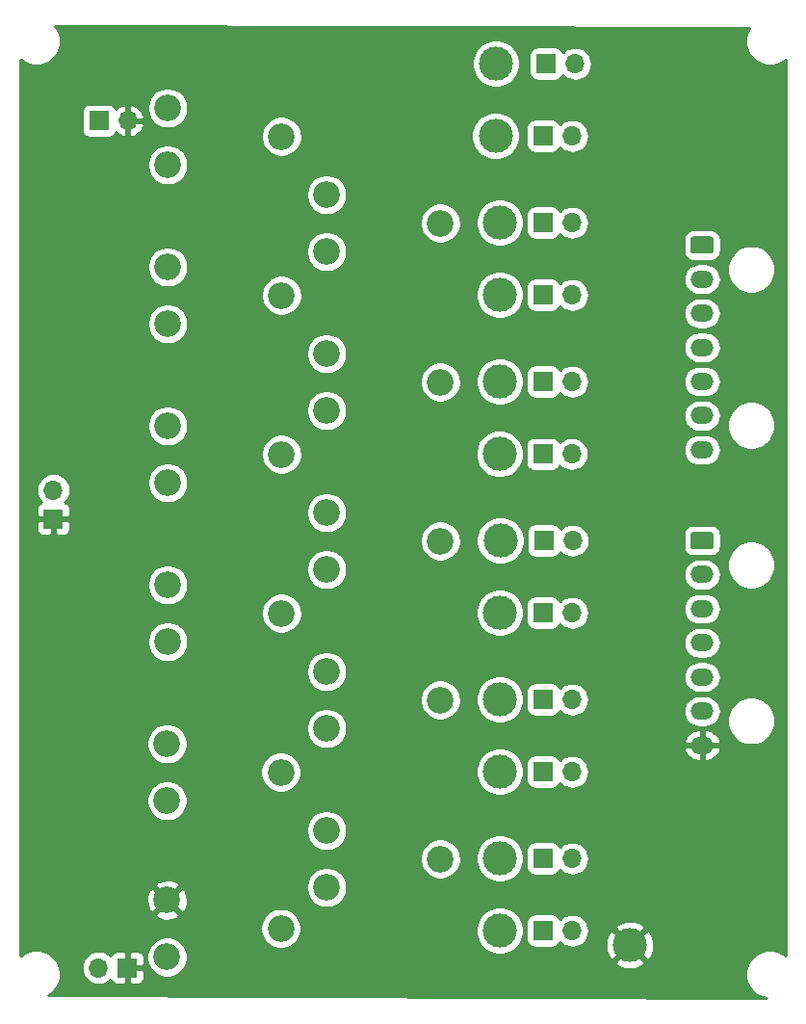
<source format=gbr>
G04 #@! TF.GenerationSoftware,KiCad,Pcbnew,(5.1.4)-1*
G04 #@! TF.CreationDate,2019-11-16T11:33:37-06:00*
G04 #@! TF.ProjectId,TestBoard,54657374-426f-4617-9264-2e6b69636164,rev?*
G04 #@! TF.SameCoordinates,Original*
G04 #@! TF.FileFunction,Copper,L2,Bot*
G04 #@! TF.FilePolarity,Positive*
%FSLAX46Y46*%
G04 Gerber Fmt 4.6, Leading zero omitted, Abs format (unit mm)*
G04 Created by KiCad (PCBNEW (5.1.4)-1) date 2019-11-16 11:33:37*
%MOMM*%
%LPD*%
G04 APERTURE LIST*
%ADD10O,1.700000X1.700000*%
%ADD11R,1.700000X1.700000*%
%ADD12C,3.000000*%
%ADD13C,2.340000*%
%ADD14C,0.100000*%
%ADD15C,1.500000*%
%ADD16O,2.020000X1.500000*%
%ADD17C,0.254000*%
G04 APERTURE END LIST*
D10*
X181864000Y-30480000D03*
D11*
X179324000Y-30480000D03*
D10*
X136000000Y-67960000D03*
D11*
X136000000Y-70500000D03*
D10*
X142540000Y-35500000D03*
D11*
X140000000Y-35500000D03*
D10*
X139960000Y-109940000D03*
D11*
X142500000Y-109940000D03*
D12*
X186690000Y-107950000D03*
X174904400Y-30480000D03*
X175260000Y-106680000D03*
X175260000Y-100330000D03*
X175260000Y-92710000D03*
X175260000Y-86360000D03*
X175260000Y-78740000D03*
X175310800Y-72390000D03*
X175234600Y-64777620D03*
X175260000Y-58420000D03*
X175260000Y-50800000D03*
X175260000Y-44450000D03*
X174879000Y-36830000D03*
D13*
X146000000Y-104000000D03*
X156000000Y-106500000D03*
X146000000Y-109000000D03*
X160020000Y-97870000D03*
X170020000Y-100370000D03*
X160020000Y-102870000D03*
X146000000Y-90250000D03*
X156000000Y-92750000D03*
X146000000Y-95250000D03*
X160020000Y-83900000D03*
X170020000Y-86400000D03*
X160020000Y-88900000D03*
X146050000Y-76280000D03*
X156050000Y-78780000D03*
X146050000Y-81280000D03*
X160020000Y-69930000D03*
X170020000Y-72430000D03*
X160020000Y-74930000D03*
X146050000Y-62310000D03*
X156050000Y-64810000D03*
X146050000Y-67310000D03*
X160020000Y-55960000D03*
X170020000Y-58460000D03*
X160020000Y-60960000D03*
X146050000Y-48340000D03*
X156050000Y-50840000D03*
X146050000Y-53340000D03*
X160020000Y-46990000D03*
X170020000Y-44490000D03*
X160020000Y-41990000D03*
X146050000Y-39370000D03*
X156050000Y-36870000D03*
X146050000Y-34370000D03*
D11*
X179070000Y-106680000D03*
D10*
X181610000Y-106680000D03*
D11*
X179070000Y-100330000D03*
D10*
X181610000Y-100330000D03*
D11*
X179070000Y-92710000D03*
D10*
X181610000Y-92710000D03*
D11*
X179070000Y-86360000D03*
D10*
X181610000Y-86360000D03*
D11*
X179070000Y-78740000D03*
D10*
X181610000Y-78740000D03*
X181660800Y-72390000D03*
D11*
X179120800Y-72390000D03*
X179044600Y-64777620D03*
D10*
X181584600Y-64777620D03*
D11*
X179070000Y-58420000D03*
D10*
X181610000Y-58420000D03*
D11*
X179070000Y-50800000D03*
D10*
X181610000Y-50800000D03*
D11*
X179070000Y-44450000D03*
D10*
X181610000Y-44450000D03*
D11*
X179070000Y-36830000D03*
D10*
X181610000Y-36830000D03*
D14*
G36*
X193824504Y-45671204D02*
G01*
X193848773Y-45674804D01*
X193872571Y-45680765D01*
X193895671Y-45689030D01*
X193917849Y-45699520D01*
X193938893Y-45712133D01*
X193958598Y-45726747D01*
X193976777Y-45743223D01*
X193993253Y-45761402D01*
X194007867Y-45781107D01*
X194020480Y-45802151D01*
X194030970Y-45824329D01*
X194039235Y-45847429D01*
X194045196Y-45871227D01*
X194048796Y-45895496D01*
X194050000Y-45920000D01*
X194050000Y-46920000D01*
X194048796Y-46944504D01*
X194045196Y-46968773D01*
X194039235Y-46992571D01*
X194030970Y-47015671D01*
X194020480Y-47037849D01*
X194007867Y-47058893D01*
X193993253Y-47078598D01*
X193976777Y-47096777D01*
X193958598Y-47113253D01*
X193938893Y-47127867D01*
X193917849Y-47140480D01*
X193895671Y-47150970D01*
X193872571Y-47159235D01*
X193848773Y-47165196D01*
X193824504Y-47168796D01*
X193800000Y-47170000D01*
X192280000Y-47170000D01*
X192255496Y-47168796D01*
X192231227Y-47165196D01*
X192207429Y-47159235D01*
X192184329Y-47150970D01*
X192162151Y-47140480D01*
X192141107Y-47127867D01*
X192121402Y-47113253D01*
X192103223Y-47096777D01*
X192086747Y-47078598D01*
X192072133Y-47058893D01*
X192059520Y-47037849D01*
X192049030Y-47015671D01*
X192040765Y-46992571D01*
X192034804Y-46968773D01*
X192031204Y-46944504D01*
X192030000Y-46920000D01*
X192030000Y-45920000D01*
X192031204Y-45895496D01*
X192034804Y-45871227D01*
X192040765Y-45847429D01*
X192049030Y-45824329D01*
X192059520Y-45802151D01*
X192072133Y-45781107D01*
X192086747Y-45761402D01*
X192103223Y-45743223D01*
X192121402Y-45726747D01*
X192141107Y-45712133D01*
X192162151Y-45699520D01*
X192184329Y-45689030D01*
X192207429Y-45680765D01*
X192231227Y-45674804D01*
X192255496Y-45671204D01*
X192280000Y-45670000D01*
X193800000Y-45670000D01*
X193824504Y-45671204D01*
X193824504Y-45671204D01*
G37*
D15*
X193040000Y-46420000D03*
D16*
X193040000Y-49420000D03*
X193040000Y-52420000D03*
X193040000Y-55420000D03*
X193040000Y-58420000D03*
X193040000Y-61420000D03*
X193040000Y-64420000D03*
X193040000Y-90390000D03*
X193040000Y-87390000D03*
X193040000Y-84390000D03*
X193040000Y-81390000D03*
X193040000Y-78390000D03*
X193040000Y-75390000D03*
D14*
G36*
X193824504Y-71641204D02*
G01*
X193848773Y-71644804D01*
X193872571Y-71650765D01*
X193895671Y-71659030D01*
X193917849Y-71669520D01*
X193938893Y-71682133D01*
X193958598Y-71696747D01*
X193976777Y-71713223D01*
X193993253Y-71731402D01*
X194007867Y-71751107D01*
X194020480Y-71772151D01*
X194030970Y-71794329D01*
X194039235Y-71817429D01*
X194045196Y-71841227D01*
X194048796Y-71865496D01*
X194050000Y-71890000D01*
X194050000Y-72890000D01*
X194048796Y-72914504D01*
X194045196Y-72938773D01*
X194039235Y-72962571D01*
X194030970Y-72985671D01*
X194020480Y-73007849D01*
X194007867Y-73028893D01*
X193993253Y-73048598D01*
X193976777Y-73066777D01*
X193958598Y-73083253D01*
X193938893Y-73097867D01*
X193917849Y-73110480D01*
X193895671Y-73120970D01*
X193872571Y-73129235D01*
X193848773Y-73135196D01*
X193824504Y-73138796D01*
X193800000Y-73140000D01*
X192280000Y-73140000D01*
X192255496Y-73138796D01*
X192231227Y-73135196D01*
X192207429Y-73129235D01*
X192184329Y-73120970D01*
X192162151Y-73110480D01*
X192141107Y-73097867D01*
X192121402Y-73083253D01*
X192103223Y-73066777D01*
X192086747Y-73048598D01*
X192072133Y-73028893D01*
X192059520Y-73007849D01*
X192049030Y-72985671D01*
X192040765Y-72962571D01*
X192034804Y-72938773D01*
X192031204Y-72914504D01*
X192030000Y-72890000D01*
X192030000Y-71890000D01*
X192031204Y-71865496D01*
X192034804Y-71841227D01*
X192040765Y-71817429D01*
X192049030Y-71794329D01*
X192059520Y-71772151D01*
X192072133Y-71751107D01*
X192086747Y-71731402D01*
X192103223Y-71713223D01*
X192121402Y-71696747D01*
X192141107Y-71682133D01*
X192162151Y-71669520D01*
X192184329Y-71659030D01*
X192207429Y-71650765D01*
X192231227Y-71644804D01*
X192255496Y-71641204D01*
X192280000Y-71640000D01*
X193800000Y-71640000D01*
X193824504Y-71641204D01*
X193824504Y-71641204D01*
G37*
D15*
X193040000Y-72390000D03*
D17*
G36*
X197190811Y-27364744D02*
G01*
X197107988Y-27488698D01*
X196947047Y-27877244D01*
X196865000Y-28289721D01*
X196865000Y-28710279D01*
X196947047Y-29122756D01*
X197107988Y-29511302D01*
X197341637Y-29860983D01*
X197639017Y-30158363D01*
X197988698Y-30392012D01*
X198377244Y-30552953D01*
X198789721Y-30635000D01*
X199210279Y-30635000D01*
X199622756Y-30552953D01*
X200011302Y-30392012D01*
X200360983Y-30158363D01*
X200373000Y-30146346D01*
X200373000Y-108853654D01*
X200360983Y-108841637D01*
X200011302Y-108607988D01*
X199622756Y-108447047D01*
X199210279Y-108365000D01*
X198789721Y-108365000D01*
X198377244Y-108447047D01*
X197988698Y-108607988D01*
X197639017Y-108841637D01*
X197341637Y-109139017D01*
X197107988Y-109488698D01*
X196947047Y-109877244D01*
X196865000Y-110289721D01*
X196865000Y-110710279D01*
X196947047Y-111122756D01*
X197107988Y-111511302D01*
X197341637Y-111860983D01*
X197639017Y-112158363D01*
X197988698Y-112392012D01*
X198377244Y-112552953D01*
X198695796Y-112616317D01*
X135525756Y-112382354D01*
X135860983Y-112158363D01*
X136158363Y-111860983D01*
X136392012Y-111511302D01*
X136552953Y-111122756D01*
X136635000Y-110710279D01*
X136635000Y-110289721D01*
X136565436Y-109940000D01*
X138467815Y-109940000D01*
X138496487Y-110231111D01*
X138581401Y-110511034D01*
X138719294Y-110769014D01*
X138904866Y-110995134D01*
X139130986Y-111180706D01*
X139388966Y-111318599D01*
X139668889Y-111403513D01*
X139887050Y-111425000D01*
X140032950Y-111425000D01*
X140251111Y-111403513D01*
X140531034Y-111318599D01*
X140789014Y-111180706D01*
X141015134Y-110995134D01*
X141039607Y-110965313D01*
X141060498Y-111034180D01*
X141119463Y-111144494D01*
X141198815Y-111241185D01*
X141295506Y-111320537D01*
X141405820Y-111379502D01*
X141525518Y-111415812D01*
X141650000Y-111428072D01*
X142214250Y-111425000D01*
X142373000Y-111266250D01*
X142373000Y-110067000D01*
X142627000Y-110067000D01*
X142627000Y-111266250D01*
X142785750Y-111425000D01*
X143350000Y-111428072D01*
X143474482Y-111415812D01*
X143594180Y-111379502D01*
X143704494Y-111320537D01*
X143801185Y-111241185D01*
X143880537Y-111144494D01*
X143939502Y-111034180D01*
X143975812Y-110914482D01*
X143988072Y-110790000D01*
X143985000Y-110225750D01*
X143826250Y-110067000D01*
X142627000Y-110067000D01*
X142373000Y-110067000D01*
X142353000Y-110067000D01*
X142353000Y-109813000D01*
X142373000Y-109813000D01*
X142373000Y-108613750D01*
X142627000Y-108613750D01*
X142627000Y-109813000D01*
X143826250Y-109813000D01*
X143985000Y-109654250D01*
X143988072Y-109090000D01*
X143975812Y-108965518D01*
X143939502Y-108845820D01*
X143926889Y-108822223D01*
X144195000Y-108822223D01*
X144195000Y-109177777D01*
X144264365Y-109526499D01*
X144400429Y-109854988D01*
X144597965Y-110150621D01*
X144849379Y-110402035D01*
X145145012Y-110599571D01*
X145473501Y-110735635D01*
X145822223Y-110805000D01*
X146177777Y-110805000D01*
X146526499Y-110735635D01*
X146854988Y-110599571D01*
X147150621Y-110402035D01*
X147402035Y-110150621D01*
X147599571Y-109854988D01*
X147735635Y-109526499D01*
X147752511Y-109441653D01*
X185377952Y-109441653D01*
X185533962Y-109757214D01*
X185908745Y-109948020D01*
X186313551Y-110062044D01*
X186732824Y-110094902D01*
X187150451Y-110045334D01*
X187550383Y-109915243D01*
X187846038Y-109757214D01*
X188002048Y-109441653D01*
X186690000Y-108129605D01*
X185377952Y-109441653D01*
X147752511Y-109441653D01*
X147805000Y-109177777D01*
X147805000Y-108822223D01*
X147735635Y-108473501D01*
X147599571Y-108145012D01*
X147402035Y-107849379D01*
X147150621Y-107597965D01*
X146854988Y-107400429D01*
X146526499Y-107264365D01*
X146177777Y-107195000D01*
X145822223Y-107195000D01*
X145473501Y-107264365D01*
X145145012Y-107400429D01*
X144849379Y-107597965D01*
X144597965Y-107849379D01*
X144400429Y-108145012D01*
X144264365Y-108473501D01*
X144195000Y-108822223D01*
X143926889Y-108822223D01*
X143880537Y-108735506D01*
X143801185Y-108638815D01*
X143704494Y-108559463D01*
X143594180Y-108500498D01*
X143474482Y-108464188D01*
X143350000Y-108451928D01*
X142785750Y-108455000D01*
X142627000Y-108613750D01*
X142373000Y-108613750D01*
X142214250Y-108455000D01*
X141650000Y-108451928D01*
X141525518Y-108464188D01*
X141405820Y-108500498D01*
X141295506Y-108559463D01*
X141198815Y-108638815D01*
X141119463Y-108735506D01*
X141060498Y-108845820D01*
X141039607Y-108914687D01*
X141015134Y-108884866D01*
X140789014Y-108699294D01*
X140531034Y-108561401D01*
X140251111Y-108476487D01*
X140032950Y-108455000D01*
X139887050Y-108455000D01*
X139668889Y-108476487D01*
X139388966Y-108561401D01*
X139130986Y-108699294D01*
X138904866Y-108884866D01*
X138719294Y-109110986D01*
X138581401Y-109368966D01*
X138496487Y-109648889D01*
X138467815Y-109940000D01*
X136565436Y-109940000D01*
X136552953Y-109877244D01*
X136392012Y-109488698D01*
X136158363Y-109139017D01*
X135860983Y-108841637D01*
X135511302Y-108607988D01*
X135122756Y-108447047D01*
X134710279Y-108365000D01*
X134289721Y-108365000D01*
X133877244Y-108447047D01*
X133488698Y-108607988D01*
X133139017Y-108841637D01*
X133127000Y-108853654D01*
X133127000Y-106322223D01*
X154195000Y-106322223D01*
X154195000Y-106677777D01*
X154264365Y-107026499D01*
X154400429Y-107354988D01*
X154597965Y-107650621D01*
X154849379Y-107902035D01*
X155145012Y-108099571D01*
X155473501Y-108235635D01*
X155822223Y-108305000D01*
X156177777Y-108305000D01*
X156526499Y-108235635D01*
X156854988Y-108099571D01*
X157150621Y-107902035D01*
X157402035Y-107650621D01*
X157599571Y-107354988D01*
X157735635Y-107026499D01*
X157805000Y-106677777D01*
X157805000Y-106469721D01*
X173125000Y-106469721D01*
X173125000Y-106890279D01*
X173207047Y-107302756D01*
X173367988Y-107691302D01*
X173601637Y-108040983D01*
X173899017Y-108338363D01*
X174248698Y-108572012D01*
X174637244Y-108732953D01*
X175049721Y-108815000D01*
X175470279Y-108815000D01*
X175882756Y-108732953D01*
X176271302Y-108572012D01*
X176620983Y-108338363D01*
X176918363Y-108040983D01*
X177152012Y-107691302D01*
X177312953Y-107302756D01*
X177395000Y-106890279D01*
X177395000Y-106469721D01*
X177312953Y-106057244D01*
X177218826Y-105830000D01*
X177581928Y-105830000D01*
X177581928Y-107530000D01*
X177594188Y-107654482D01*
X177630498Y-107774180D01*
X177689463Y-107884494D01*
X177768815Y-107981185D01*
X177865506Y-108060537D01*
X177975820Y-108119502D01*
X178095518Y-108155812D01*
X178220000Y-108168072D01*
X179920000Y-108168072D01*
X180044482Y-108155812D01*
X180164180Y-108119502D01*
X180274494Y-108060537D01*
X180371185Y-107981185D01*
X180450537Y-107884494D01*
X180509502Y-107774180D01*
X180530393Y-107705313D01*
X180554866Y-107735134D01*
X180780986Y-107920706D01*
X181038966Y-108058599D01*
X181318889Y-108143513D01*
X181537050Y-108165000D01*
X181682950Y-108165000D01*
X181901111Y-108143513D01*
X182181034Y-108058599D01*
X182304090Y-107992824D01*
X184545098Y-107992824D01*
X184594666Y-108410451D01*
X184724757Y-108810383D01*
X184882786Y-109106038D01*
X185198347Y-109262048D01*
X186510395Y-107950000D01*
X186869605Y-107950000D01*
X188181653Y-109262048D01*
X188497214Y-109106038D01*
X188688020Y-108731255D01*
X188802044Y-108326449D01*
X188834902Y-107907176D01*
X188785334Y-107489549D01*
X188655243Y-107089617D01*
X188497214Y-106793962D01*
X188181653Y-106637952D01*
X186869605Y-107950000D01*
X186510395Y-107950000D01*
X185198347Y-106637952D01*
X184882786Y-106793962D01*
X184691980Y-107168745D01*
X184577956Y-107573551D01*
X184545098Y-107992824D01*
X182304090Y-107992824D01*
X182439014Y-107920706D01*
X182665134Y-107735134D01*
X182850706Y-107509014D01*
X182988599Y-107251034D01*
X183073513Y-106971111D01*
X183102185Y-106680000D01*
X183080355Y-106458347D01*
X185377952Y-106458347D01*
X186690000Y-107770395D01*
X188002048Y-106458347D01*
X187846038Y-106142786D01*
X187471255Y-105951980D01*
X187066449Y-105837956D01*
X186647176Y-105805098D01*
X186229549Y-105854666D01*
X185829617Y-105984757D01*
X185533962Y-106142786D01*
X185377952Y-106458347D01*
X183080355Y-106458347D01*
X183073513Y-106388889D01*
X182988599Y-106108966D01*
X182850706Y-105850986D01*
X182665134Y-105624866D01*
X182439014Y-105439294D01*
X182181034Y-105301401D01*
X181901111Y-105216487D01*
X181682950Y-105195000D01*
X181537050Y-105195000D01*
X181318889Y-105216487D01*
X181038966Y-105301401D01*
X180780986Y-105439294D01*
X180554866Y-105624866D01*
X180530393Y-105654687D01*
X180509502Y-105585820D01*
X180450537Y-105475506D01*
X180371185Y-105378815D01*
X180274494Y-105299463D01*
X180164180Y-105240498D01*
X180044482Y-105204188D01*
X179920000Y-105191928D01*
X178220000Y-105191928D01*
X178095518Y-105204188D01*
X177975820Y-105240498D01*
X177865506Y-105299463D01*
X177768815Y-105378815D01*
X177689463Y-105475506D01*
X177630498Y-105585820D01*
X177594188Y-105705518D01*
X177581928Y-105830000D01*
X177218826Y-105830000D01*
X177152012Y-105668698D01*
X176918363Y-105319017D01*
X176620983Y-105021637D01*
X176271302Y-104787988D01*
X175882756Y-104627047D01*
X175470279Y-104545000D01*
X175049721Y-104545000D01*
X174637244Y-104627047D01*
X174248698Y-104787988D01*
X173899017Y-105021637D01*
X173601637Y-105319017D01*
X173367988Y-105668698D01*
X173207047Y-106057244D01*
X173125000Y-106469721D01*
X157805000Y-106469721D01*
X157805000Y-106322223D01*
X157735635Y-105973501D01*
X157599571Y-105645012D01*
X157402035Y-105349379D01*
X157150621Y-105097965D01*
X156854988Y-104900429D01*
X156526499Y-104764365D01*
X156177777Y-104695000D01*
X155822223Y-104695000D01*
X155473501Y-104764365D01*
X155145012Y-104900429D01*
X154849379Y-105097965D01*
X154597965Y-105349379D01*
X154400429Y-105645012D01*
X154264365Y-105973501D01*
X154195000Y-106322223D01*
X133127000Y-106322223D01*
X133127000Y-105256602D01*
X144923003Y-105256602D01*
X145039275Y-105538389D01*
X145357860Y-105696257D01*
X145701122Y-105788938D01*
X146055869Y-105812873D01*
X146408470Y-105767139D01*
X146745373Y-105653495D01*
X146960725Y-105538389D01*
X147076997Y-105256602D01*
X146000000Y-104179605D01*
X144923003Y-105256602D01*
X133127000Y-105256602D01*
X133127000Y-104055869D01*
X144187127Y-104055869D01*
X144232861Y-104408470D01*
X144346505Y-104745373D01*
X144461611Y-104960725D01*
X144743398Y-105076997D01*
X145820395Y-104000000D01*
X146179605Y-104000000D01*
X147256602Y-105076997D01*
X147538389Y-104960725D01*
X147696257Y-104642140D01*
X147788938Y-104298878D01*
X147812873Y-103944131D01*
X147767139Y-103591530D01*
X147653495Y-103254627D01*
X147538389Y-103039275D01*
X147256602Y-102923003D01*
X146179605Y-104000000D01*
X145820395Y-104000000D01*
X144743398Y-102923003D01*
X144461611Y-103039275D01*
X144303743Y-103357860D01*
X144211062Y-103701122D01*
X144187127Y-104055869D01*
X133127000Y-104055869D01*
X133127000Y-102743398D01*
X144923003Y-102743398D01*
X146000000Y-103820395D01*
X147076997Y-102743398D01*
X147055881Y-102692223D01*
X158215000Y-102692223D01*
X158215000Y-103047777D01*
X158284365Y-103396499D01*
X158420429Y-103724988D01*
X158617965Y-104020621D01*
X158869379Y-104272035D01*
X159165012Y-104469571D01*
X159493501Y-104605635D01*
X159842223Y-104675000D01*
X160197777Y-104675000D01*
X160546499Y-104605635D01*
X160874988Y-104469571D01*
X161170621Y-104272035D01*
X161422035Y-104020621D01*
X161619571Y-103724988D01*
X161755635Y-103396499D01*
X161825000Y-103047777D01*
X161825000Y-102692223D01*
X161755635Y-102343501D01*
X161619571Y-102015012D01*
X161422035Y-101719379D01*
X161170621Y-101467965D01*
X160874988Y-101270429D01*
X160546499Y-101134365D01*
X160197777Y-101065000D01*
X159842223Y-101065000D01*
X159493501Y-101134365D01*
X159165012Y-101270429D01*
X158869379Y-101467965D01*
X158617965Y-101719379D01*
X158420429Y-102015012D01*
X158284365Y-102343501D01*
X158215000Y-102692223D01*
X147055881Y-102692223D01*
X146960725Y-102461611D01*
X146642140Y-102303743D01*
X146298878Y-102211062D01*
X145944131Y-102187127D01*
X145591530Y-102232861D01*
X145254627Y-102346505D01*
X145039275Y-102461611D01*
X144923003Y-102743398D01*
X133127000Y-102743398D01*
X133127000Y-100192223D01*
X168215000Y-100192223D01*
X168215000Y-100547777D01*
X168284365Y-100896499D01*
X168420429Y-101224988D01*
X168617965Y-101520621D01*
X168869379Y-101772035D01*
X169165012Y-101969571D01*
X169493501Y-102105635D01*
X169842223Y-102175000D01*
X170197777Y-102175000D01*
X170546499Y-102105635D01*
X170874988Y-101969571D01*
X171170621Y-101772035D01*
X171422035Y-101520621D01*
X171619571Y-101224988D01*
X171755635Y-100896499D01*
X171825000Y-100547777D01*
X171825000Y-100192223D01*
X171810579Y-100119721D01*
X173125000Y-100119721D01*
X173125000Y-100540279D01*
X173207047Y-100952756D01*
X173367988Y-101341302D01*
X173601637Y-101690983D01*
X173899017Y-101988363D01*
X174248698Y-102222012D01*
X174637244Y-102382953D01*
X175049721Y-102465000D01*
X175470279Y-102465000D01*
X175882756Y-102382953D01*
X176271302Y-102222012D01*
X176620983Y-101988363D01*
X176918363Y-101690983D01*
X177152012Y-101341302D01*
X177312953Y-100952756D01*
X177395000Y-100540279D01*
X177395000Y-100119721D01*
X177312953Y-99707244D01*
X177218826Y-99480000D01*
X177581928Y-99480000D01*
X177581928Y-101180000D01*
X177594188Y-101304482D01*
X177630498Y-101424180D01*
X177689463Y-101534494D01*
X177768815Y-101631185D01*
X177865506Y-101710537D01*
X177975820Y-101769502D01*
X178095518Y-101805812D01*
X178220000Y-101818072D01*
X179920000Y-101818072D01*
X180044482Y-101805812D01*
X180164180Y-101769502D01*
X180274494Y-101710537D01*
X180371185Y-101631185D01*
X180450537Y-101534494D01*
X180509502Y-101424180D01*
X180530393Y-101355313D01*
X180554866Y-101385134D01*
X180780986Y-101570706D01*
X181038966Y-101708599D01*
X181318889Y-101793513D01*
X181537050Y-101815000D01*
X181682950Y-101815000D01*
X181901111Y-101793513D01*
X182181034Y-101708599D01*
X182439014Y-101570706D01*
X182665134Y-101385134D01*
X182850706Y-101159014D01*
X182988599Y-100901034D01*
X183073513Y-100621111D01*
X183102185Y-100330000D01*
X183073513Y-100038889D01*
X182988599Y-99758966D01*
X182850706Y-99500986D01*
X182665134Y-99274866D01*
X182439014Y-99089294D01*
X182181034Y-98951401D01*
X181901111Y-98866487D01*
X181682950Y-98845000D01*
X181537050Y-98845000D01*
X181318889Y-98866487D01*
X181038966Y-98951401D01*
X180780986Y-99089294D01*
X180554866Y-99274866D01*
X180530393Y-99304687D01*
X180509502Y-99235820D01*
X180450537Y-99125506D01*
X180371185Y-99028815D01*
X180274494Y-98949463D01*
X180164180Y-98890498D01*
X180044482Y-98854188D01*
X179920000Y-98841928D01*
X178220000Y-98841928D01*
X178095518Y-98854188D01*
X177975820Y-98890498D01*
X177865506Y-98949463D01*
X177768815Y-99028815D01*
X177689463Y-99125506D01*
X177630498Y-99235820D01*
X177594188Y-99355518D01*
X177581928Y-99480000D01*
X177218826Y-99480000D01*
X177152012Y-99318698D01*
X176918363Y-98969017D01*
X176620983Y-98671637D01*
X176271302Y-98437988D01*
X175882756Y-98277047D01*
X175470279Y-98195000D01*
X175049721Y-98195000D01*
X174637244Y-98277047D01*
X174248698Y-98437988D01*
X173899017Y-98671637D01*
X173601637Y-98969017D01*
X173367988Y-99318698D01*
X173207047Y-99707244D01*
X173125000Y-100119721D01*
X171810579Y-100119721D01*
X171755635Y-99843501D01*
X171619571Y-99515012D01*
X171422035Y-99219379D01*
X171170621Y-98967965D01*
X170874988Y-98770429D01*
X170546499Y-98634365D01*
X170197777Y-98565000D01*
X169842223Y-98565000D01*
X169493501Y-98634365D01*
X169165012Y-98770429D01*
X168869379Y-98967965D01*
X168617965Y-99219379D01*
X168420429Y-99515012D01*
X168284365Y-99843501D01*
X168215000Y-100192223D01*
X133127000Y-100192223D01*
X133127000Y-97692223D01*
X158215000Y-97692223D01*
X158215000Y-98047777D01*
X158284365Y-98396499D01*
X158420429Y-98724988D01*
X158617965Y-99020621D01*
X158869379Y-99272035D01*
X159165012Y-99469571D01*
X159493501Y-99605635D01*
X159842223Y-99675000D01*
X160197777Y-99675000D01*
X160546499Y-99605635D01*
X160874988Y-99469571D01*
X161170621Y-99272035D01*
X161422035Y-99020621D01*
X161619571Y-98724988D01*
X161755635Y-98396499D01*
X161825000Y-98047777D01*
X161825000Y-97692223D01*
X161755635Y-97343501D01*
X161619571Y-97015012D01*
X161422035Y-96719379D01*
X161170621Y-96467965D01*
X160874988Y-96270429D01*
X160546499Y-96134365D01*
X160197777Y-96065000D01*
X159842223Y-96065000D01*
X159493501Y-96134365D01*
X159165012Y-96270429D01*
X158869379Y-96467965D01*
X158617965Y-96719379D01*
X158420429Y-97015012D01*
X158284365Y-97343501D01*
X158215000Y-97692223D01*
X133127000Y-97692223D01*
X133127000Y-95072223D01*
X144195000Y-95072223D01*
X144195000Y-95427777D01*
X144264365Y-95776499D01*
X144400429Y-96104988D01*
X144597965Y-96400621D01*
X144849379Y-96652035D01*
X145145012Y-96849571D01*
X145473501Y-96985635D01*
X145822223Y-97055000D01*
X146177777Y-97055000D01*
X146526499Y-96985635D01*
X146854988Y-96849571D01*
X147150621Y-96652035D01*
X147402035Y-96400621D01*
X147599571Y-96104988D01*
X147735635Y-95776499D01*
X147805000Y-95427777D01*
X147805000Y-95072223D01*
X147735635Y-94723501D01*
X147599571Y-94395012D01*
X147402035Y-94099379D01*
X147150621Y-93847965D01*
X146854988Y-93650429D01*
X146526499Y-93514365D01*
X146177777Y-93445000D01*
X145822223Y-93445000D01*
X145473501Y-93514365D01*
X145145012Y-93650429D01*
X144849379Y-93847965D01*
X144597965Y-94099379D01*
X144400429Y-94395012D01*
X144264365Y-94723501D01*
X144195000Y-95072223D01*
X133127000Y-95072223D01*
X133127000Y-92572223D01*
X154195000Y-92572223D01*
X154195000Y-92927777D01*
X154264365Y-93276499D01*
X154400429Y-93604988D01*
X154597965Y-93900621D01*
X154849379Y-94152035D01*
X155145012Y-94349571D01*
X155473501Y-94485635D01*
X155822223Y-94555000D01*
X156177777Y-94555000D01*
X156526499Y-94485635D01*
X156854988Y-94349571D01*
X157150621Y-94152035D01*
X157402035Y-93900621D01*
X157599571Y-93604988D01*
X157735635Y-93276499D01*
X157805000Y-92927777D01*
X157805000Y-92572223D01*
X157790579Y-92499721D01*
X173125000Y-92499721D01*
X173125000Y-92920279D01*
X173207047Y-93332756D01*
X173367988Y-93721302D01*
X173601637Y-94070983D01*
X173899017Y-94368363D01*
X174248698Y-94602012D01*
X174637244Y-94762953D01*
X175049721Y-94845000D01*
X175470279Y-94845000D01*
X175882756Y-94762953D01*
X176271302Y-94602012D01*
X176620983Y-94368363D01*
X176918363Y-94070983D01*
X177152012Y-93721302D01*
X177312953Y-93332756D01*
X177395000Y-92920279D01*
X177395000Y-92499721D01*
X177312953Y-92087244D01*
X177218826Y-91860000D01*
X177581928Y-91860000D01*
X177581928Y-93560000D01*
X177594188Y-93684482D01*
X177630498Y-93804180D01*
X177689463Y-93914494D01*
X177768815Y-94011185D01*
X177865506Y-94090537D01*
X177975820Y-94149502D01*
X178095518Y-94185812D01*
X178220000Y-94198072D01*
X179920000Y-94198072D01*
X180044482Y-94185812D01*
X180164180Y-94149502D01*
X180274494Y-94090537D01*
X180371185Y-94011185D01*
X180450537Y-93914494D01*
X180509502Y-93804180D01*
X180530393Y-93735313D01*
X180554866Y-93765134D01*
X180780986Y-93950706D01*
X181038966Y-94088599D01*
X181318889Y-94173513D01*
X181537050Y-94195000D01*
X181682950Y-94195000D01*
X181901111Y-94173513D01*
X182181034Y-94088599D01*
X182439014Y-93950706D01*
X182665134Y-93765134D01*
X182850706Y-93539014D01*
X182988599Y-93281034D01*
X183073513Y-93001111D01*
X183102185Y-92710000D01*
X183073513Y-92418889D01*
X182988599Y-92138966D01*
X182850706Y-91880986D01*
X182665134Y-91654866D01*
X182439014Y-91469294D01*
X182181034Y-91331401D01*
X181901111Y-91246487D01*
X181682950Y-91225000D01*
X181537050Y-91225000D01*
X181318889Y-91246487D01*
X181038966Y-91331401D01*
X180780986Y-91469294D01*
X180554866Y-91654866D01*
X180530393Y-91684687D01*
X180509502Y-91615820D01*
X180450537Y-91505506D01*
X180371185Y-91408815D01*
X180274494Y-91329463D01*
X180164180Y-91270498D01*
X180044482Y-91234188D01*
X179920000Y-91221928D01*
X178220000Y-91221928D01*
X178095518Y-91234188D01*
X177975820Y-91270498D01*
X177865506Y-91329463D01*
X177768815Y-91408815D01*
X177689463Y-91505506D01*
X177630498Y-91615820D01*
X177594188Y-91735518D01*
X177581928Y-91860000D01*
X177218826Y-91860000D01*
X177152012Y-91698698D01*
X176918363Y-91349017D01*
X176620983Y-91051637D01*
X176271302Y-90817988D01*
X176061741Y-90731185D01*
X191437682Y-90731185D01*
X191451827Y-90802684D01*
X191557858Y-91053868D01*
X191710855Y-91279540D01*
X191904939Y-91471028D01*
X192132651Y-91620972D01*
X192385240Y-91723611D01*
X192653000Y-91775000D01*
X192913000Y-91775000D01*
X192913000Y-90517000D01*
X193167000Y-90517000D01*
X193167000Y-91775000D01*
X193427000Y-91775000D01*
X193694760Y-91723611D01*
X193947349Y-91620972D01*
X194175061Y-91471028D01*
X194369145Y-91279540D01*
X194522142Y-91053868D01*
X194628173Y-90802684D01*
X194642318Y-90731185D01*
X194519656Y-90517000D01*
X193167000Y-90517000D01*
X192913000Y-90517000D01*
X191560344Y-90517000D01*
X191437682Y-90731185D01*
X176061741Y-90731185D01*
X175882756Y-90657047D01*
X175470279Y-90575000D01*
X175049721Y-90575000D01*
X174637244Y-90657047D01*
X174248698Y-90817988D01*
X173899017Y-91051637D01*
X173601637Y-91349017D01*
X173367988Y-91698698D01*
X173207047Y-92087244D01*
X173125000Y-92499721D01*
X157790579Y-92499721D01*
X157735635Y-92223501D01*
X157599571Y-91895012D01*
X157402035Y-91599379D01*
X157150621Y-91347965D01*
X156854988Y-91150429D01*
X156526499Y-91014365D01*
X156177777Y-90945000D01*
X155822223Y-90945000D01*
X155473501Y-91014365D01*
X155145012Y-91150429D01*
X154849379Y-91347965D01*
X154597965Y-91599379D01*
X154400429Y-91895012D01*
X154264365Y-92223501D01*
X154195000Y-92572223D01*
X133127000Y-92572223D01*
X133127000Y-90072223D01*
X144195000Y-90072223D01*
X144195000Y-90427777D01*
X144264365Y-90776499D01*
X144400429Y-91104988D01*
X144597965Y-91400621D01*
X144849379Y-91652035D01*
X145145012Y-91849571D01*
X145473501Y-91985635D01*
X145822223Y-92055000D01*
X146177777Y-92055000D01*
X146526499Y-91985635D01*
X146854988Y-91849571D01*
X147150621Y-91652035D01*
X147402035Y-91400621D01*
X147599571Y-91104988D01*
X147735635Y-90776499D01*
X147805000Y-90427777D01*
X147805000Y-90072223D01*
X147735635Y-89723501D01*
X147599571Y-89395012D01*
X147402035Y-89099379D01*
X147150621Y-88847965D01*
X146962436Y-88722223D01*
X158215000Y-88722223D01*
X158215000Y-89077777D01*
X158284365Y-89426499D01*
X158420429Y-89754988D01*
X158617965Y-90050621D01*
X158869379Y-90302035D01*
X159165012Y-90499571D01*
X159493501Y-90635635D01*
X159842223Y-90705000D01*
X160197777Y-90705000D01*
X160546499Y-90635635D01*
X160874988Y-90499571D01*
X161170621Y-90302035D01*
X161422035Y-90050621D01*
X161423241Y-90048815D01*
X191437682Y-90048815D01*
X191560344Y-90263000D01*
X192913000Y-90263000D01*
X192913000Y-89005000D01*
X193167000Y-89005000D01*
X193167000Y-90263000D01*
X194519656Y-90263000D01*
X194642318Y-90048815D01*
X194628173Y-89977316D01*
X194522142Y-89726132D01*
X194369145Y-89500460D01*
X194175061Y-89308972D01*
X193947349Y-89159028D01*
X193694760Y-89056389D01*
X193427000Y-89005000D01*
X193167000Y-89005000D01*
X192913000Y-89005000D01*
X192653000Y-89005000D01*
X192385240Y-89056389D01*
X192132651Y-89159028D01*
X191904939Y-89308972D01*
X191710855Y-89500460D01*
X191557858Y-89726132D01*
X191451827Y-89977316D01*
X191437682Y-90048815D01*
X161423241Y-90048815D01*
X161619571Y-89754988D01*
X161755635Y-89426499D01*
X161825000Y-89077777D01*
X161825000Y-88722223D01*
X161755635Y-88373501D01*
X161619571Y-88045012D01*
X161422035Y-87749379D01*
X161170621Y-87497965D01*
X160874988Y-87300429D01*
X160546499Y-87164365D01*
X160197777Y-87095000D01*
X159842223Y-87095000D01*
X159493501Y-87164365D01*
X159165012Y-87300429D01*
X158869379Y-87497965D01*
X158617965Y-87749379D01*
X158420429Y-88045012D01*
X158284365Y-88373501D01*
X158215000Y-88722223D01*
X146962436Y-88722223D01*
X146854988Y-88650429D01*
X146526499Y-88514365D01*
X146177777Y-88445000D01*
X145822223Y-88445000D01*
X145473501Y-88514365D01*
X145145012Y-88650429D01*
X144849379Y-88847965D01*
X144597965Y-89099379D01*
X144400429Y-89395012D01*
X144264365Y-89723501D01*
X144195000Y-90072223D01*
X133127000Y-90072223D01*
X133127000Y-86222223D01*
X168215000Y-86222223D01*
X168215000Y-86577777D01*
X168284365Y-86926499D01*
X168420429Y-87254988D01*
X168617965Y-87550621D01*
X168869379Y-87802035D01*
X169165012Y-87999571D01*
X169493501Y-88135635D01*
X169842223Y-88205000D01*
X170197777Y-88205000D01*
X170546499Y-88135635D01*
X170874988Y-87999571D01*
X171170621Y-87802035D01*
X171422035Y-87550621D01*
X171619571Y-87254988D01*
X171755635Y-86926499D01*
X171825000Y-86577777D01*
X171825000Y-86222223D01*
X171810579Y-86149721D01*
X173125000Y-86149721D01*
X173125000Y-86570279D01*
X173207047Y-86982756D01*
X173367988Y-87371302D01*
X173601637Y-87720983D01*
X173899017Y-88018363D01*
X174248698Y-88252012D01*
X174637244Y-88412953D01*
X175049721Y-88495000D01*
X175470279Y-88495000D01*
X175882756Y-88412953D01*
X176271302Y-88252012D01*
X176620983Y-88018363D01*
X176918363Y-87720983D01*
X177152012Y-87371302D01*
X177312953Y-86982756D01*
X177395000Y-86570279D01*
X177395000Y-86149721D01*
X177312953Y-85737244D01*
X177218826Y-85510000D01*
X177581928Y-85510000D01*
X177581928Y-87210000D01*
X177594188Y-87334482D01*
X177630498Y-87454180D01*
X177689463Y-87564494D01*
X177768815Y-87661185D01*
X177865506Y-87740537D01*
X177975820Y-87799502D01*
X178095518Y-87835812D01*
X178220000Y-87848072D01*
X179920000Y-87848072D01*
X180044482Y-87835812D01*
X180164180Y-87799502D01*
X180274494Y-87740537D01*
X180371185Y-87661185D01*
X180450537Y-87564494D01*
X180509502Y-87454180D01*
X180530393Y-87385313D01*
X180554866Y-87415134D01*
X180780986Y-87600706D01*
X181038966Y-87738599D01*
X181318889Y-87823513D01*
X181537050Y-87845000D01*
X181682950Y-87845000D01*
X181901111Y-87823513D01*
X182181034Y-87738599D01*
X182439014Y-87600706D01*
X182665134Y-87415134D01*
X182685760Y-87390000D01*
X191388299Y-87390000D01*
X191415040Y-87661507D01*
X191494236Y-87922581D01*
X191622843Y-88163188D01*
X191795919Y-88374081D01*
X192006812Y-88547157D01*
X192247419Y-88675764D01*
X192508493Y-88754960D01*
X192711963Y-88775000D01*
X193368037Y-88775000D01*
X193571507Y-88754960D01*
X193832581Y-88675764D01*
X194073188Y-88547157D01*
X194284081Y-88374081D01*
X194457157Y-88163188D01*
X194528496Y-88029721D01*
X195225000Y-88029721D01*
X195225000Y-88450279D01*
X195307047Y-88862756D01*
X195467988Y-89251302D01*
X195701637Y-89600983D01*
X195999017Y-89898363D01*
X196348698Y-90132012D01*
X196737244Y-90292953D01*
X197149721Y-90375000D01*
X197570279Y-90375000D01*
X197982756Y-90292953D01*
X198371302Y-90132012D01*
X198720983Y-89898363D01*
X199018363Y-89600983D01*
X199252012Y-89251302D01*
X199412953Y-88862756D01*
X199495000Y-88450279D01*
X199495000Y-88029721D01*
X199412953Y-87617244D01*
X199252012Y-87228698D01*
X199018363Y-86879017D01*
X198720983Y-86581637D01*
X198371302Y-86347988D01*
X197982756Y-86187047D01*
X197570279Y-86105000D01*
X197149721Y-86105000D01*
X196737244Y-86187047D01*
X196348698Y-86347988D01*
X195999017Y-86581637D01*
X195701637Y-86879017D01*
X195467988Y-87228698D01*
X195307047Y-87617244D01*
X195225000Y-88029721D01*
X194528496Y-88029721D01*
X194585764Y-87922581D01*
X194664960Y-87661507D01*
X194691701Y-87390000D01*
X194664960Y-87118493D01*
X194585764Y-86857419D01*
X194457157Y-86616812D01*
X194284081Y-86405919D01*
X194073188Y-86232843D01*
X193832581Y-86104236D01*
X193571507Y-86025040D01*
X193368037Y-86005000D01*
X192711963Y-86005000D01*
X192508493Y-86025040D01*
X192247419Y-86104236D01*
X192006812Y-86232843D01*
X191795919Y-86405919D01*
X191622843Y-86616812D01*
X191494236Y-86857419D01*
X191415040Y-87118493D01*
X191388299Y-87390000D01*
X182685760Y-87390000D01*
X182850706Y-87189014D01*
X182988599Y-86931034D01*
X183073513Y-86651111D01*
X183102185Y-86360000D01*
X183073513Y-86068889D01*
X182988599Y-85788966D01*
X182850706Y-85530986D01*
X182665134Y-85304866D01*
X182439014Y-85119294D01*
X182181034Y-84981401D01*
X181901111Y-84896487D01*
X181682950Y-84875000D01*
X181537050Y-84875000D01*
X181318889Y-84896487D01*
X181038966Y-84981401D01*
X180780986Y-85119294D01*
X180554866Y-85304866D01*
X180530393Y-85334687D01*
X180509502Y-85265820D01*
X180450537Y-85155506D01*
X180371185Y-85058815D01*
X180274494Y-84979463D01*
X180164180Y-84920498D01*
X180044482Y-84884188D01*
X179920000Y-84871928D01*
X178220000Y-84871928D01*
X178095518Y-84884188D01*
X177975820Y-84920498D01*
X177865506Y-84979463D01*
X177768815Y-85058815D01*
X177689463Y-85155506D01*
X177630498Y-85265820D01*
X177594188Y-85385518D01*
X177581928Y-85510000D01*
X177218826Y-85510000D01*
X177152012Y-85348698D01*
X176918363Y-84999017D01*
X176620983Y-84701637D01*
X176271302Y-84467988D01*
X176083023Y-84390000D01*
X191388299Y-84390000D01*
X191415040Y-84661507D01*
X191494236Y-84922581D01*
X191622843Y-85163188D01*
X191795919Y-85374081D01*
X192006812Y-85547157D01*
X192247419Y-85675764D01*
X192508493Y-85754960D01*
X192711963Y-85775000D01*
X193368037Y-85775000D01*
X193571507Y-85754960D01*
X193832581Y-85675764D01*
X194073188Y-85547157D01*
X194284081Y-85374081D01*
X194457157Y-85163188D01*
X194585764Y-84922581D01*
X194664960Y-84661507D01*
X194691701Y-84390000D01*
X194664960Y-84118493D01*
X194585764Y-83857419D01*
X194457157Y-83616812D01*
X194284081Y-83405919D01*
X194073188Y-83232843D01*
X193832581Y-83104236D01*
X193571507Y-83025040D01*
X193368037Y-83005000D01*
X192711963Y-83005000D01*
X192508493Y-83025040D01*
X192247419Y-83104236D01*
X192006812Y-83232843D01*
X191795919Y-83405919D01*
X191622843Y-83616812D01*
X191494236Y-83857419D01*
X191415040Y-84118493D01*
X191388299Y-84390000D01*
X176083023Y-84390000D01*
X175882756Y-84307047D01*
X175470279Y-84225000D01*
X175049721Y-84225000D01*
X174637244Y-84307047D01*
X174248698Y-84467988D01*
X173899017Y-84701637D01*
X173601637Y-84999017D01*
X173367988Y-85348698D01*
X173207047Y-85737244D01*
X173125000Y-86149721D01*
X171810579Y-86149721D01*
X171755635Y-85873501D01*
X171619571Y-85545012D01*
X171422035Y-85249379D01*
X171170621Y-84997965D01*
X170874988Y-84800429D01*
X170546499Y-84664365D01*
X170197777Y-84595000D01*
X169842223Y-84595000D01*
X169493501Y-84664365D01*
X169165012Y-84800429D01*
X168869379Y-84997965D01*
X168617965Y-85249379D01*
X168420429Y-85545012D01*
X168284365Y-85873501D01*
X168215000Y-86222223D01*
X133127000Y-86222223D01*
X133127000Y-83722223D01*
X158215000Y-83722223D01*
X158215000Y-84077777D01*
X158284365Y-84426499D01*
X158420429Y-84754988D01*
X158617965Y-85050621D01*
X158869379Y-85302035D01*
X159165012Y-85499571D01*
X159493501Y-85635635D01*
X159842223Y-85705000D01*
X160197777Y-85705000D01*
X160546499Y-85635635D01*
X160874988Y-85499571D01*
X161170621Y-85302035D01*
X161422035Y-85050621D01*
X161619571Y-84754988D01*
X161755635Y-84426499D01*
X161825000Y-84077777D01*
X161825000Y-83722223D01*
X161755635Y-83373501D01*
X161619571Y-83045012D01*
X161422035Y-82749379D01*
X161170621Y-82497965D01*
X160874988Y-82300429D01*
X160546499Y-82164365D01*
X160197777Y-82095000D01*
X159842223Y-82095000D01*
X159493501Y-82164365D01*
X159165012Y-82300429D01*
X158869379Y-82497965D01*
X158617965Y-82749379D01*
X158420429Y-83045012D01*
X158284365Y-83373501D01*
X158215000Y-83722223D01*
X133127000Y-83722223D01*
X133127000Y-81102223D01*
X144245000Y-81102223D01*
X144245000Y-81457777D01*
X144314365Y-81806499D01*
X144450429Y-82134988D01*
X144647965Y-82430621D01*
X144899379Y-82682035D01*
X145195012Y-82879571D01*
X145523501Y-83015635D01*
X145872223Y-83085000D01*
X146227777Y-83085000D01*
X146576499Y-83015635D01*
X146904988Y-82879571D01*
X147200621Y-82682035D01*
X147452035Y-82430621D01*
X147649571Y-82134988D01*
X147785635Y-81806499D01*
X147855000Y-81457777D01*
X147855000Y-81390000D01*
X191388299Y-81390000D01*
X191415040Y-81661507D01*
X191494236Y-81922581D01*
X191622843Y-82163188D01*
X191795919Y-82374081D01*
X192006812Y-82547157D01*
X192247419Y-82675764D01*
X192508493Y-82754960D01*
X192711963Y-82775000D01*
X193368037Y-82775000D01*
X193571507Y-82754960D01*
X193832581Y-82675764D01*
X194073188Y-82547157D01*
X194284081Y-82374081D01*
X194457157Y-82163188D01*
X194585764Y-81922581D01*
X194664960Y-81661507D01*
X194691701Y-81390000D01*
X194664960Y-81118493D01*
X194585764Y-80857419D01*
X194457157Y-80616812D01*
X194284081Y-80405919D01*
X194073188Y-80232843D01*
X193832581Y-80104236D01*
X193571507Y-80025040D01*
X193368037Y-80005000D01*
X192711963Y-80005000D01*
X192508493Y-80025040D01*
X192247419Y-80104236D01*
X192006812Y-80232843D01*
X191795919Y-80405919D01*
X191622843Y-80616812D01*
X191494236Y-80857419D01*
X191415040Y-81118493D01*
X191388299Y-81390000D01*
X147855000Y-81390000D01*
X147855000Y-81102223D01*
X147785635Y-80753501D01*
X147649571Y-80425012D01*
X147452035Y-80129379D01*
X147200621Y-79877965D01*
X146904988Y-79680429D01*
X146576499Y-79544365D01*
X146227777Y-79475000D01*
X145872223Y-79475000D01*
X145523501Y-79544365D01*
X145195012Y-79680429D01*
X144899379Y-79877965D01*
X144647965Y-80129379D01*
X144450429Y-80425012D01*
X144314365Y-80753501D01*
X144245000Y-81102223D01*
X133127000Y-81102223D01*
X133127000Y-78602223D01*
X154245000Y-78602223D01*
X154245000Y-78957777D01*
X154314365Y-79306499D01*
X154450429Y-79634988D01*
X154647965Y-79930621D01*
X154899379Y-80182035D01*
X155195012Y-80379571D01*
X155523501Y-80515635D01*
X155872223Y-80585000D01*
X156227777Y-80585000D01*
X156576499Y-80515635D01*
X156904988Y-80379571D01*
X157200621Y-80182035D01*
X157452035Y-79930621D01*
X157649571Y-79634988D01*
X157785635Y-79306499D01*
X157855000Y-78957777D01*
X157855000Y-78602223D01*
X157840579Y-78529721D01*
X173125000Y-78529721D01*
X173125000Y-78950279D01*
X173207047Y-79362756D01*
X173367988Y-79751302D01*
X173601637Y-80100983D01*
X173899017Y-80398363D01*
X174248698Y-80632012D01*
X174637244Y-80792953D01*
X175049721Y-80875000D01*
X175470279Y-80875000D01*
X175882756Y-80792953D01*
X176271302Y-80632012D01*
X176620983Y-80398363D01*
X176918363Y-80100983D01*
X177152012Y-79751302D01*
X177312953Y-79362756D01*
X177395000Y-78950279D01*
X177395000Y-78529721D01*
X177312953Y-78117244D01*
X177218826Y-77890000D01*
X177581928Y-77890000D01*
X177581928Y-79590000D01*
X177594188Y-79714482D01*
X177630498Y-79834180D01*
X177689463Y-79944494D01*
X177768815Y-80041185D01*
X177865506Y-80120537D01*
X177975820Y-80179502D01*
X178095518Y-80215812D01*
X178220000Y-80228072D01*
X179920000Y-80228072D01*
X180044482Y-80215812D01*
X180164180Y-80179502D01*
X180274494Y-80120537D01*
X180371185Y-80041185D01*
X180450537Y-79944494D01*
X180509502Y-79834180D01*
X180530393Y-79765313D01*
X180554866Y-79795134D01*
X180780986Y-79980706D01*
X181038966Y-80118599D01*
X181318889Y-80203513D01*
X181537050Y-80225000D01*
X181682950Y-80225000D01*
X181901111Y-80203513D01*
X182181034Y-80118599D01*
X182439014Y-79980706D01*
X182665134Y-79795134D01*
X182850706Y-79569014D01*
X182988599Y-79311034D01*
X183073513Y-79031111D01*
X183102185Y-78740000D01*
X183073513Y-78448889D01*
X183055650Y-78390000D01*
X191388299Y-78390000D01*
X191415040Y-78661507D01*
X191494236Y-78922581D01*
X191622843Y-79163188D01*
X191795919Y-79374081D01*
X192006812Y-79547157D01*
X192247419Y-79675764D01*
X192508493Y-79754960D01*
X192711963Y-79775000D01*
X193368037Y-79775000D01*
X193571507Y-79754960D01*
X193832581Y-79675764D01*
X194073188Y-79547157D01*
X194284081Y-79374081D01*
X194457157Y-79163188D01*
X194585764Y-78922581D01*
X194664960Y-78661507D01*
X194691701Y-78390000D01*
X194664960Y-78118493D01*
X194585764Y-77857419D01*
X194457157Y-77616812D01*
X194284081Y-77405919D01*
X194073188Y-77232843D01*
X193832581Y-77104236D01*
X193571507Y-77025040D01*
X193368037Y-77005000D01*
X192711963Y-77005000D01*
X192508493Y-77025040D01*
X192247419Y-77104236D01*
X192006812Y-77232843D01*
X191795919Y-77405919D01*
X191622843Y-77616812D01*
X191494236Y-77857419D01*
X191415040Y-78118493D01*
X191388299Y-78390000D01*
X183055650Y-78390000D01*
X182988599Y-78168966D01*
X182850706Y-77910986D01*
X182665134Y-77684866D01*
X182439014Y-77499294D01*
X182181034Y-77361401D01*
X181901111Y-77276487D01*
X181682950Y-77255000D01*
X181537050Y-77255000D01*
X181318889Y-77276487D01*
X181038966Y-77361401D01*
X180780986Y-77499294D01*
X180554866Y-77684866D01*
X180530393Y-77714687D01*
X180509502Y-77645820D01*
X180450537Y-77535506D01*
X180371185Y-77438815D01*
X180274494Y-77359463D01*
X180164180Y-77300498D01*
X180044482Y-77264188D01*
X179920000Y-77251928D01*
X178220000Y-77251928D01*
X178095518Y-77264188D01*
X177975820Y-77300498D01*
X177865506Y-77359463D01*
X177768815Y-77438815D01*
X177689463Y-77535506D01*
X177630498Y-77645820D01*
X177594188Y-77765518D01*
X177581928Y-77890000D01*
X177218826Y-77890000D01*
X177152012Y-77728698D01*
X176918363Y-77379017D01*
X176620983Y-77081637D01*
X176271302Y-76847988D01*
X175882756Y-76687047D01*
X175470279Y-76605000D01*
X175049721Y-76605000D01*
X174637244Y-76687047D01*
X174248698Y-76847988D01*
X173899017Y-77081637D01*
X173601637Y-77379017D01*
X173367988Y-77728698D01*
X173207047Y-78117244D01*
X173125000Y-78529721D01*
X157840579Y-78529721D01*
X157785635Y-78253501D01*
X157649571Y-77925012D01*
X157452035Y-77629379D01*
X157200621Y-77377965D01*
X156904988Y-77180429D01*
X156576499Y-77044365D01*
X156227777Y-76975000D01*
X155872223Y-76975000D01*
X155523501Y-77044365D01*
X155195012Y-77180429D01*
X154899379Y-77377965D01*
X154647965Y-77629379D01*
X154450429Y-77925012D01*
X154314365Y-78253501D01*
X154245000Y-78602223D01*
X133127000Y-78602223D01*
X133127000Y-76102223D01*
X144245000Y-76102223D01*
X144245000Y-76457777D01*
X144314365Y-76806499D01*
X144450429Y-77134988D01*
X144647965Y-77430621D01*
X144899379Y-77682035D01*
X145195012Y-77879571D01*
X145523501Y-78015635D01*
X145872223Y-78085000D01*
X146227777Y-78085000D01*
X146576499Y-78015635D01*
X146904988Y-77879571D01*
X147200621Y-77682035D01*
X147452035Y-77430621D01*
X147649571Y-77134988D01*
X147785635Y-76806499D01*
X147855000Y-76457777D01*
X147855000Y-76102223D01*
X147785635Y-75753501D01*
X147649571Y-75425012D01*
X147452035Y-75129379D01*
X147200621Y-74877965D01*
X147012436Y-74752223D01*
X158215000Y-74752223D01*
X158215000Y-75107777D01*
X158284365Y-75456499D01*
X158420429Y-75784988D01*
X158617965Y-76080621D01*
X158869379Y-76332035D01*
X159165012Y-76529571D01*
X159493501Y-76665635D01*
X159842223Y-76735000D01*
X160197777Y-76735000D01*
X160546499Y-76665635D01*
X160874988Y-76529571D01*
X161170621Y-76332035D01*
X161422035Y-76080621D01*
X161619571Y-75784988D01*
X161755635Y-75456499D01*
X161768862Y-75390000D01*
X191388299Y-75390000D01*
X191415040Y-75661507D01*
X191494236Y-75922581D01*
X191622843Y-76163188D01*
X191795919Y-76374081D01*
X192006812Y-76547157D01*
X192247419Y-76675764D01*
X192508493Y-76754960D01*
X192711963Y-76775000D01*
X193368037Y-76775000D01*
X193571507Y-76754960D01*
X193832581Y-76675764D01*
X194073188Y-76547157D01*
X194284081Y-76374081D01*
X194457157Y-76163188D01*
X194585764Y-75922581D01*
X194664960Y-75661507D01*
X194691701Y-75390000D01*
X194664960Y-75118493D01*
X194585764Y-74857419D01*
X194457157Y-74616812D01*
X194284081Y-74405919D01*
X194191234Y-74329721D01*
X195225000Y-74329721D01*
X195225000Y-74750279D01*
X195307047Y-75162756D01*
X195467988Y-75551302D01*
X195701637Y-75900983D01*
X195999017Y-76198363D01*
X196348698Y-76432012D01*
X196737244Y-76592953D01*
X197149721Y-76675000D01*
X197570279Y-76675000D01*
X197982756Y-76592953D01*
X198371302Y-76432012D01*
X198720983Y-76198363D01*
X199018363Y-75900983D01*
X199252012Y-75551302D01*
X199412953Y-75162756D01*
X199495000Y-74750279D01*
X199495000Y-74329721D01*
X199412953Y-73917244D01*
X199252012Y-73528698D01*
X199018363Y-73179017D01*
X198720983Y-72881637D01*
X198371302Y-72647988D01*
X197982756Y-72487047D01*
X197570279Y-72405000D01*
X197149721Y-72405000D01*
X196737244Y-72487047D01*
X196348698Y-72647988D01*
X195999017Y-72881637D01*
X195701637Y-73179017D01*
X195467988Y-73528698D01*
X195307047Y-73917244D01*
X195225000Y-74329721D01*
X194191234Y-74329721D01*
X194073188Y-74232843D01*
X193832581Y-74104236D01*
X193571507Y-74025040D01*
X193368037Y-74005000D01*
X192711963Y-74005000D01*
X192508493Y-74025040D01*
X192247419Y-74104236D01*
X192006812Y-74232843D01*
X191795919Y-74405919D01*
X191622843Y-74616812D01*
X191494236Y-74857419D01*
X191415040Y-75118493D01*
X191388299Y-75390000D01*
X161768862Y-75390000D01*
X161825000Y-75107777D01*
X161825000Y-74752223D01*
X161755635Y-74403501D01*
X161619571Y-74075012D01*
X161422035Y-73779379D01*
X161170621Y-73527965D01*
X160874988Y-73330429D01*
X160546499Y-73194365D01*
X160197777Y-73125000D01*
X159842223Y-73125000D01*
X159493501Y-73194365D01*
X159165012Y-73330429D01*
X158869379Y-73527965D01*
X158617965Y-73779379D01*
X158420429Y-74075012D01*
X158284365Y-74403501D01*
X158215000Y-74752223D01*
X147012436Y-74752223D01*
X146904988Y-74680429D01*
X146576499Y-74544365D01*
X146227777Y-74475000D01*
X145872223Y-74475000D01*
X145523501Y-74544365D01*
X145195012Y-74680429D01*
X144899379Y-74877965D01*
X144647965Y-75129379D01*
X144450429Y-75425012D01*
X144314365Y-75753501D01*
X144245000Y-76102223D01*
X133127000Y-76102223D01*
X133127000Y-72252223D01*
X168215000Y-72252223D01*
X168215000Y-72607777D01*
X168284365Y-72956499D01*
X168420429Y-73284988D01*
X168617965Y-73580621D01*
X168869379Y-73832035D01*
X169165012Y-74029571D01*
X169493501Y-74165635D01*
X169842223Y-74235000D01*
X170197777Y-74235000D01*
X170546499Y-74165635D01*
X170874988Y-74029571D01*
X171170621Y-73832035D01*
X171422035Y-73580621D01*
X171619571Y-73284988D01*
X171755635Y-72956499D01*
X171825000Y-72607777D01*
X171825000Y-72252223D01*
X171810579Y-72179721D01*
X173175800Y-72179721D01*
X173175800Y-72600279D01*
X173257847Y-73012756D01*
X173418788Y-73401302D01*
X173652437Y-73750983D01*
X173949817Y-74048363D01*
X174299498Y-74282012D01*
X174688044Y-74442953D01*
X175100521Y-74525000D01*
X175521079Y-74525000D01*
X175933556Y-74442953D01*
X176322102Y-74282012D01*
X176671783Y-74048363D01*
X176969163Y-73750983D01*
X177202812Y-73401302D01*
X177363753Y-73012756D01*
X177445800Y-72600279D01*
X177445800Y-72179721D01*
X177363753Y-71767244D01*
X177269626Y-71540000D01*
X177632728Y-71540000D01*
X177632728Y-73240000D01*
X177644988Y-73364482D01*
X177681298Y-73484180D01*
X177740263Y-73594494D01*
X177819615Y-73691185D01*
X177916306Y-73770537D01*
X178026620Y-73829502D01*
X178146318Y-73865812D01*
X178270800Y-73878072D01*
X179970800Y-73878072D01*
X180095282Y-73865812D01*
X180214980Y-73829502D01*
X180325294Y-73770537D01*
X180421985Y-73691185D01*
X180501337Y-73594494D01*
X180560302Y-73484180D01*
X180581193Y-73415313D01*
X180605666Y-73445134D01*
X180831786Y-73630706D01*
X181089766Y-73768599D01*
X181369689Y-73853513D01*
X181587850Y-73875000D01*
X181733750Y-73875000D01*
X181951911Y-73853513D01*
X182231834Y-73768599D01*
X182489814Y-73630706D01*
X182715934Y-73445134D01*
X182901506Y-73219014D01*
X183039399Y-72961034D01*
X183124313Y-72681111D01*
X183152985Y-72390000D01*
X183124313Y-72098889D01*
X183060948Y-71890000D01*
X191391928Y-71890000D01*
X191391928Y-72890000D01*
X191408992Y-73063254D01*
X191459528Y-73229850D01*
X191541595Y-73383386D01*
X191652038Y-73517962D01*
X191786614Y-73628405D01*
X191940150Y-73710472D01*
X192106746Y-73761008D01*
X192280000Y-73778072D01*
X193800000Y-73778072D01*
X193973254Y-73761008D01*
X194139850Y-73710472D01*
X194293386Y-73628405D01*
X194427962Y-73517962D01*
X194538405Y-73383386D01*
X194620472Y-73229850D01*
X194671008Y-73063254D01*
X194688072Y-72890000D01*
X194688072Y-71890000D01*
X194671008Y-71716746D01*
X194620472Y-71550150D01*
X194538405Y-71396614D01*
X194427962Y-71262038D01*
X194293386Y-71151595D01*
X194139850Y-71069528D01*
X193973254Y-71018992D01*
X193800000Y-71001928D01*
X192280000Y-71001928D01*
X192106746Y-71018992D01*
X191940150Y-71069528D01*
X191786614Y-71151595D01*
X191652038Y-71262038D01*
X191541595Y-71396614D01*
X191459528Y-71550150D01*
X191408992Y-71716746D01*
X191391928Y-71890000D01*
X183060948Y-71890000D01*
X183039399Y-71818966D01*
X182901506Y-71560986D01*
X182715934Y-71334866D01*
X182489814Y-71149294D01*
X182231834Y-71011401D01*
X181951911Y-70926487D01*
X181733750Y-70905000D01*
X181587850Y-70905000D01*
X181369689Y-70926487D01*
X181089766Y-71011401D01*
X180831786Y-71149294D01*
X180605666Y-71334866D01*
X180581193Y-71364687D01*
X180560302Y-71295820D01*
X180501337Y-71185506D01*
X180421985Y-71088815D01*
X180325294Y-71009463D01*
X180214980Y-70950498D01*
X180095282Y-70914188D01*
X179970800Y-70901928D01*
X178270800Y-70901928D01*
X178146318Y-70914188D01*
X178026620Y-70950498D01*
X177916306Y-71009463D01*
X177819615Y-71088815D01*
X177740263Y-71185506D01*
X177681298Y-71295820D01*
X177644988Y-71415518D01*
X177632728Y-71540000D01*
X177269626Y-71540000D01*
X177202812Y-71378698D01*
X176969163Y-71029017D01*
X176671783Y-70731637D01*
X176322102Y-70497988D01*
X175933556Y-70337047D01*
X175521079Y-70255000D01*
X175100521Y-70255000D01*
X174688044Y-70337047D01*
X174299498Y-70497988D01*
X173949817Y-70731637D01*
X173652437Y-71029017D01*
X173418788Y-71378698D01*
X173257847Y-71767244D01*
X173175800Y-72179721D01*
X171810579Y-72179721D01*
X171755635Y-71903501D01*
X171619571Y-71575012D01*
X171422035Y-71279379D01*
X171170621Y-71027965D01*
X170874988Y-70830429D01*
X170546499Y-70694365D01*
X170197777Y-70625000D01*
X169842223Y-70625000D01*
X169493501Y-70694365D01*
X169165012Y-70830429D01*
X168869379Y-71027965D01*
X168617965Y-71279379D01*
X168420429Y-71575012D01*
X168284365Y-71903501D01*
X168215000Y-72252223D01*
X133127000Y-72252223D01*
X133127000Y-71350000D01*
X134511928Y-71350000D01*
X134524188Y-71474482D01*
X134560498Y-71594180D01*
X134619463Y-71704494D01*
X134698815Y-71801185D01*
X134795506Y-71880537D01*
X134905820Y-71939502D01*
X135025518Y-71975812D01*
X135150000Y-71988072D01*
X135714250Y-71985000D01*
X135873000Y-71826250D01*
X135873000Y-70627000D01*
X136127000Y-70627000D01*
X136127000Y-71826250D01*
X136285750Y-71985000D01*
X136850000Y-71988072D01*
X136974482Y-71975812D01*
X137094180Y-71939502D01*
X137204494Y-71880537D01*
X137301185Y-71801185D01*
X137380537Y-71704494D01*
X137439502Y-71594180D01*
X137475812Y-71474482D01*
X137488072Y-71350000D01*
X137485000Y-70785750D01*
X137326250Y-70627000D01*
X136127000Y-70627000D01*
X135873000Y-70627000D01*
X134673750Y-70627000D01*
X134515000Y-70785750D01*
X134511928Y-71350000D01*
X133127000Y-71350000D01*
X133127000Y-67960000D01*
X134507815Y-67960000D01*
X134536487Y-68251111D01*
X134621401Y-68531034D01*
X134759294Y-68789014D01*
X134944866Y-69015134D01*
X134974687Y-69039607D01*
X134905820Y-69060498D01*
X134795506Y-69119463D01*
X134698815Y-69198815D01*
X134619463Y-69295506D01*
X134560498Y-69405820D01*
X134524188Y-69525518D01*
X134511928Y-69650000D01*
X134515000Y-70214250D01*
X134673750Y-70373000D01*
X135873000Y-70373000D01*
X135873000Y-70353000D01*
X136127000Y-70353000D01*
X136127000Y-70373000D01*
X137326250Y-70373000D01*
X137485000Y-70214250D01*
X137487515Y-69752223D01*
X158215000Y-69752223D01*
X158215000Y-70107777D01*
X158284365Y-70456499D01*
X158420429Y-70784988D01*
X158617965Y-71080621D01*
X158869379Y-71332035D01*
X159165012Y-71529571D01*
X159493501Y-71665635D01*
X159842223Y-71735000D01*
X160197777Y-71735000D01*
X160546499Y-71665635D01*
X160874988Y-71529571D01*
X161170621Y-71332035D01*
X161422035Y-71080621D01*
X161619571Y-70784988D01*
X161755635Y-70456499D01*
X161825000Y-70107777D01*
X161825000Y-69752223D01*
X161755635Y-69403501D01*
X161619571Y-69075012D01*
X161422035Y-68779379D01*
X161170621Y-68527965D01*
X160874988Y-68330429D01*
X160546499Y-68194365D01*
X160197777Y-68125000D01*
X159842223Y-68125000D01*
X159493501Y-68194365D01*
X159165012Y-68330429D01*
X158869379Y-68527965D01*
X158617965Y-68779379D01*
X158420429Y-69075012D01*
X158284365Y-69403501D01*
X158215000Y-69752223D01*
X137487515Y-69752223D01*
X137488072Y-69650000D01*
X137475812Y-69525518D01*
X137439502Y-69405820D01*
X137380537Y-69295506D01*
X137301185Y-69198815D01*
X137204494Y-69119463D01*
X137094180Y-69060498D01*
X137025313Y-69039607D01*
X137055134Y-69015134D01*
X137240706Y-68789014D01*
X137378599Y-68531034D01*
X137463513Y-68251111D01*
X137492185Y-67960000D01*
X137463513Y-67668889D01*
X137378599Y-67388966D01*
X137241368Y-67132223D01*
X144245000Y-67132223D01*
X144245000Y-67487777D01*
X144314365Y-67836499D01*
X144450429Y-68164988D01*
X144647965Y-68460621D01*
X144899379Y-68712035D01*
X145195012Y-68909571D01*
X145523501Y-69045635D01*
X145872223Y-69115000D01*
X146227777Y-69115000D01*
X146576499Y-69045635D01*
X146904988Y-68909571D01*
X147200621Y-68712035D01*
X147452035Y-68460621D01*
X147649571Y-68164988D01*
X147785635Y-67836499D01*
X147855000Y-67487777D01*
X147855000Y-67132223D01*
X147785635Y-66783501D01*
X147649571Y-66455012D01*
X147452035Y-66159379D01*
X147200621Y-65907965D01*
X146904988Y-65710429D01*
X146576499Y-65574365D01*
X146227777Y-65505000D01*
X145872223Y-65505000D01*
X145523501Y-65574365D01*
X145195012Y-65710429D01*
X144899379Y-65907965D01*
X144647965Y-66159379D01*
X144450429Y-66455012D01*
X144314365Y-66783501D01*
X144245000Y-67132223D01*
X137241368Y-67132223D01*
X137240706Y-67130986D01*
X137055134Y-66904866D01*
X136829014Y-66719294D01*
X136571034Y-66581401D01*
X136291111Y-66496487D01*
X136072950Y-66475000D01*
X135927050Y-66475000D01*
X135708889Y-66496487D01*
X135428966Y-66581401D01*
X135170986Y-66719294D01*
X134944866Y-66904866D01*
X134759294Y-67130986D01*
X134621401Y-67388966D01*
X134536487Y-67668889D01*
X134507815Y-67960000D01*
X133127000Y-67960000D01*
X133127000Y-64632223D01*
X154245000Y-64632223D01*
X154245000Y-64987777D01*
X154314365Y-65336499D01*
X154450429Y-65664988D01*
X154647965Y-65960621D01*
X154899379Y-66212035D01*
X155195012Y-66409571D01*
X155523501Y-66545635D01*
X155872223Y-66615000D01*
X156227777Y-66615000D01*
X156576499Y-66545635D01*
X156904988Y-66409571D01*
X157200621Y-66212035D01*
X157452035Y-65960621D01*
X157649571Y-65664988D01*
X157785635Y-65336499D01*
X157855000Y-64987777D01*
X157855000Y-64632223D01*
X157842095Y-64567341D01*
X173099600Y-64567341D01*
X173099600Y-64987899D01*
X173181647Y-65400376D01*
X173342588Y-65788922D01*
X173576237Y-66138603D01*
X173873617Y-66435983D01*
X174223298Y-66669632D01*
X174611844Y-66830573D01*
X175024321Y-66912620D01*
X175444879Y-66912620D01*
X175857356Y-66830573D01*
X176245902Y-66669632D01*
X176595583Y-66435983D01*
X176892963Y-66138603D01*
X177126612Y-65788922D01*
X177287553Y-65400376D01*
X177369600Y-64987899D01*
X177369600Y-64567341D01*
X177287553Y-64154864D01*
X177193426Y-63927620D01*
X177556528Y-63927620D01*
X177556528Y-65627620D01*
X177568788Y-65752102D01*
X177605098Y-65871800D01*
X177664063Y-65982114D01*
X177743415Y-66078805D01*
X177840106Y-66158157D01*
X177950420Y-66217122D01*
X178070118Y-66253432D01*
X178194600Y-66265692D01*
X179894600Y-66265692D01*
X180019082Y-66253432D01*
X180138780Y-66217122D01*
X180249094Y-66158157D01*
X180345785Y-66078805D01*
X180425137Y-65982114D01*
X180484102Y-65871800D01*
X180504993Y-65802933D01*
X180529466Y-65832754D01*
X180755586Y-66018326D01*
X181013566Y-66156219D01*
X181293489Y-66241133D01*
X181511650Y-66262620D01*
X181657550Y-66262620D01*
X181875711Y-66241133D01*
X182155634Y-66156219D01*
X182413614Y-66018326D01*
X182639734Y-65832754D01*
X182825306Y-65606634D01*
X182963199Y-65348654D01*
X183048113Y-65068731D01*
X183076785Y-64777620D01*
X183048113Y-64486509D01*
X183027938Y-64420000D01*
X191388299Y-64420000D01*
X191415040Y-64691507D01*
X191494236Y-64952581D01*
X191622843Y-65193188D01*
X191795919Y-65404081D01*
X192006812Y-65577157D01*
X192247419Y-65705764D01*
X192508493Y-65784960D01*
X192711963Y-65805000D01*
X193368037Y-65805000D01*
X193571507Y-65784960D01*
X193832581Y-65705764D01*
X194073188Y-65577157D01*
X194284081Y-65404081D01*
X194457157Y-65193188D01*
X194585764Y-64952581D01*
X194664960Y-64691507D01*
X194691701Y-64420000D01*
X194664960Y-64148493D01*
X194585764Y-63887419D01*
X194457157Y-63646812D01*
X194284081Y-63435919D01*
X194073188Y-63262843D01*
X193832581Y-63134236D01*
X193571507Y-63055040D01*
X193368037Y-63035000D01*
X192711963Y-63035000D01*
X192508493Y-63055040D01*
X192247419Y-63134236D01*
X192006812Y-63262843D01*
X191795919Y-63435919D01*
X191622843Y-63646812D01*
X191494236Y-63887419D01*
X191415040Y-64148493D01*
X191388299Y-64420000D01*
X183027938Y-64420000D01*
X182963199Y-64206586D01*
X182825306Y-63948606D01*
X182639734Y-63722486D01*
X182413614Y-63536914D01*
X182155634Y-63399021D01*
X181875711Y-63314107D01*
X181657550Y-63292620D01*
X181511650Y-63292620D01*
X181293489Y-63314107D01*
X181013566Y-63399021D01*
X180755586Y-63536914D01*
X180529466Y-63722486D01*
X180504993Y-63752307D01*
X180484102Y-63683440D01*
X180425137Y-63573126D01*
X180345785Y-63476435D01*
X180249094Y-63397083D01*
X180138780Y-63338118D01*
X180019082Y-63301808D01*
X179894600Y-63289548D01*
X178194600Y-63289548D01*
X178070118Y-63301808D01*
X177950420Y-63338118D01*
X177840106Y-63397083D01*
X177743415Y-63476435D01*
X177664063Y-63573126D01*
X177605098Y-63683440D01*
X177568788Y-63803138D01*
X177556528Y-63927620D01*
X177193426Y-63927620D01*
X177126612Y-63766318D01*
X176892963Y-63416637D01*
X176595583Y-63119257D01*
X176245902Y-62885608D01*
X175857356Y-62724667D01*
X175444879Y-62642620D01*
X175024321Y-62642620D01*
X174611844Y-62724667D01*
X174223298Y-62885608D01*
X173873617Y-63119257D01*
X173576237Y-63416637D01*
X173342588Y-63766318D01*
X173181647Y-64154864D01*
X173099600Y-64567341D01*
X157842095Y-64567341D01*
X157785635Y-64283501D01*
X157649571Y-63955012D01*
X157452035Y-63659379D01*
X157200621Y-63407965D01*
X156904988Y-63210429D01*
X156576499Y-63074365D01*
X156227777Y-63005000D01*
X155872223Y-63005000D01*
X155523501Y-63074365D01*
X155195012Y-63210429D01*
X154899379Y-63407965D01*
X154647965Y-63659379D01*
X154450429Y-63955012D01*
X154314365Y-64283501D01*
X154245000Y-64632223D01*
X133127000Y-64632223D01*
X133127000Y-62132223D01*
X144245000Y-62132223D01*
X144245000Y-62487777D01*
X144314365Y-62836499D01*
X144450429Y-63164988D01*
X144647965Y-63460621D01*
X144899379Y-63712035D01*
X145195012Y-63909571D01*
X145523501Y-64045635D01*
X145872223Y-64115000D01*
X146227777Y-64115000D01*
X146576499Y-64045635D01*
X146904988Y-63909571D01*
X147200621Y-63712035D01*
X147452035Y-63460621D01*
X147649571Y-63164988D01*
X147785635Y-62836499D01*
X147855000Y-62487777D01*
X147855000Y-62132223D01*
X147785635Y-61783501D01*
X147649571Y-61455012D01*
X147452035Y-61159379D01*
X147200621Y-60907965D01*
X147012436Y-60782223D01*
X158215000Y-60782223D01*
X158215000Y-61137777D01*
X158284365Y-61486499D01*
X158420429Y-61814988D01*
X158617965Y-62110621D01*
X158869379Y-62362035D01*
X159165012Y-62559571D01*
X159493501Y-62695635D01*
X159842223Y-62765000D01*
X160197777Y-62765000D01*
X160546499Y-62695635D01*
X160874988Y-62559571D01*
X161170621Y-62362035D01*
X161422035Y-62110621D01*
X161619571Y-61814988D01*
X161755635Y-61486499D01*
X161768862Y-61420000D01*
X191388299Y-61420000D01*
X191415040Y-61691507D01*
X191494236Y-61952581D01*
X191622843Y-62193188D01*
X191795919Y-62404081D01*
X192006812Y-62577157D01*
X192247419Y-62705764D01*
X192508493Y-62784960D01*
X192711963Y-62805000D01*
X193368037Y-62805000D01*
X193571507Y-62784960D01*
X193832581Y-62705764D01*
X194073188Y-62577157D01*
X194284081Y-62404081D01*
X194457157Y-62193188D01*
X194528496Y-62059721D01*
X195225000Y-62059721D01*
X195225000Y-62480279D01*
X195307047Y-62892756D01*
X195467988Y-63281302D01*
X195701637Y-63630983D01*
X195999017Y-63928363D01*
X196348698Y-64162012D01*
X196737244Y-64322953D01*
X197149721Y-64405000D01*
X197570279Y-64405000D01*
X197982756Y-64322953D01*
X198371302Y-64162012D01*
X198720983Y-63928363D01*
X199018363Y-63630983D01*
X199252012Y-63281302D01*
X199412953Y-62892756D01*
X199495000Y-62480279D01*
X199495000Y-62059721D01*
X199412953Y-61647244D01*
X199252012Y-61258698D01*
X199018363Y-60909017D01*
X198720983Y-60611637D01*
X198371302Y-60377988D01*
X197982756Y-60217047D01*
X197570279Y-60135000D01*
X197149721Y-60135000D01*
X196737244Y-60217047D01*
X196348698Y-60377988D01*
X195999017Y-60611637D01*
X195701637Y-60909017D01*
X195467988Y-61258698D01*
X195307047Y-61647244D01*
X195225000Y-62059721D01*
X194528496Y-62059721D01*
X194585764Y-61952581D01*
X194664960Y-61691507D01*
X194691701Y-61420000D01*
X194664960Y-61148493D01*
X194585764Y-60887419D01*
X194457157Y-60646812D01*
X194284081Y-60435919D01*
X194073188Y-60262843D01*
X193832581Y-60134236D01*
X193571507Y-60055040D01*
X193368037Y-60035000D01*
X192711963Y-60035000D01*
X192508493Y-60055040D01*
X192247419Y-60134236D01*
X192006812Y-60262843D01*
X191795919Y-60435919D01*
X191622843Y-60646812D01*
X191494236Y-60887419D01*
X191415040Y-61148493D01*
X191388299Y-61420000D01*
X161768862Y-61420000D01*
X161825000Y-61137777D01*
X161825000Y-60782223D01*
X161755635Y-60433501D01*
X161619571Y-60105012D01*
X161422035Y-59809379D01*
X161170621Y-59557965D01*
X160874988Y-59360429D01*
X160546499Y-59224365D01*
X160197777Y-59155000D01*
X159842223Y-59155000D01*
X159493501Y-59224365D01*
X159165012Y-59360429D01*
X158869379Y-59557965D01*
X158617965Y-59809379D01*
X158420429Y-60105012D01*
X158284365Y-60433501D01*
X158215000Y-60782223D01*
X147012436Y-60782223D01*
X146904988Y-60710429D01*
X146576499Y-60574365D01*
X146227777Y-60505000D01*
X145872223Y-60505000D01*
X145523501Y-60574365D01*
X145195012Y-60710429D01*
X144899379Y-60907965D01*
X144647965Y-61159379D01*
X144450429Y-61455012D01*
X144314365Y-61783501D01*
X144245000Y-62132223D01*
X133127000Y-62132223D01*
X133127000Y-58282223D01*
X168215000Y-58282223D01*
X168215000Y-58637777D01*
X168284365Y-58986499D01*
X168420429Y-59314988D01*
X168617965Y-59610621D01*
X168869379Y-59862035D01*
X169165012Y-60059571D01*
X169493501Y-60195635D01*
X169842223Y-60265000D01*
X170197777Y-60265000D01*
X170546499Y-60195635D01*
X170874988Y-60059571D01*
X171170621Y-59862035D01*
X171422035Y-59610621D01*
X171619571Y-59314988D01*
X171755635Y-58986499D01*
X171825000Y-58637777D01*
X171825000Y-58282223D01*
X171810579Y-58209721D01*
X173125000Y-58209721D01*
X173125000Y-58630279D01*
X173207047Y-59042756D01*
X173367988Y-59431302D01*
X173601637Y-59780983D01*
X173899017Y-60078363D01*
X174248698Y-60312012D01*
X174637244Y-60472953D01*
X175049721Y-60555000D01*
X175470279Y-60555000D01*
X175882756Y-60472953D01*
X176271302Y-60312012D01*
X176620983Y-60078363D01*
X176918363Y-59780983D01*
X177152012Y-59431302D01*
X177312953Y-59042756D01*
X177395000Y-58630279D01*
X177395000Y-58209721D01*
X177312953Y-57797244D01*
X177218826Y-57570000D01*
X177581928Y-57570000D01*
X177581928Y-59270000D01*
X177594188Y-59394482D01*
X177630498Y-59514180D01*
X177689463Y-59624494D01*
X177768815Y-59721185D01*
X177865506Y-59800537D01*
X177975820Y-59859502D01*
X178095518Y-59895812D01*
X178220000Y-59908072D01*
X179920000Y-59908072D01*
X180044482Y-59895812D01*
X180164180Y-59859502D01*
X180274494Y-59800537D01*
X180371185Y-59721185D01*
X180450537Y-59624494D01*
X180509502Y-59514180D01*
X180530393Y-59445313D01*
X180554866Y-59475134D01*
X180780986Y-59660706D01*
X181038966Y-59798599D01*
X181318889Y-59883513D01*
X181537050Y-59905000D01*
X181682950Y-59905000D01*
X181901111Y-59883513D01*
X182181034Y-59798599D01*
X182439014Y-59660706D01*
X182665134Y-59475134D01*
X182850706Y-59249014D01*
X182988599Y-58991034D01*
X183073513Y-58711111D01*
X183102185Y-58420000D01*
X191388299Y-58420000D01*
X191415040Y-58691507D01*
X191494236Y-58952581D01*
X191622843Y-59193188D01*
X191795919Y-59404081D01*
X192006812Y-59577157D01*
X192247419Y-59705764D01*
X192508493Y-59784960D01*
X192711963Y-59805000D01*
X193368037Y-59805000D01*
X193571507Y-59784960D01*
X193832581Y-59705764D01*
X194073188Y-59577157D01*
X194284081Y-59404081D01*
X194457157Y-59193188D01*
X194585764Y-58952581D01*
X194664960Y-58691507D01*
X194691701Y-58420000D01*
X194664960Y-58148493D01*
X194585764Y-57887419D01*
X194457157Y-57646812D01*
X194284081Y-57435919D01*
X194073188Y-57262843D01*
X193832581Y-57134236D01*
X193571507Y-57055040D01*
X193368037Y-57035000D01*
X192711963Y-57035000D01*
X192508493Y-57055040D01*
X192247419Y-57134236D01*
X192006812Y-57262843D01*
X191795919Y-57435919D01*
X191622843Y-57646812D01*
X191494236Y-57887419D01*
X191415040Y-58148493D01*
X191388299Y-58420000D01*
X183102185Y-58420000D01*
X183073513Y-58128889D01*
X182988599Y-57848966D01*
X182850706Y-57590986D01*
X182665134Y-57364866D01*
X182439014Y-57179294D01*
X182181034Y-57041401D01*
X181901111Y-56956487D01*
X181682950Y-56935000D01*
X181537050Y-56935000D01*
X181318889Y-56956487D01*
X181038966Y-57041401D01*
X180780986Y-57179294D01*
X180554866Y-57364866D01*
X180530393Y-57394687D01*
X180509502Y-57325820D01*
X180450537Y-57215506D01*
X180371185Y-57118815D01*
X180274494Y-57039463D01*
X180164180Y-56980498D01*
X180044482Y-56944188D01*
X179920000Y-56931928D01*
X178220000Y-56931928D01*
X178095518Y-56944188D01*
X177975820Y-56980498D01*
X177865506Y-57039463D01*
X177768815Y-57118815D01*
X177689463Y-57215506D01*
X177630498Y-57325820D01*
X177594188Y-57445518D01*
X177581928Y-57570000D01*
X177218826Y-57570000D01*
X177152012Y-57408698D01*
X176918363Y-57059017D01*
X176620983Y-56761637D01*
X176271302Y-56527988D01*
X175882756Y-56367047D01*
X175470279Y-56285000D01*
X175049721Y-56285000D01*
X174637244Y-56367047D01*
X174248698Y-56527988D01*
X173899017Y-56761637D01*
X173601637Y-57059017D01*
X173367988Y-57408698D01*
X173207047Y-57797244D01*
X173125000Y-58209721D01*
X171810579Y-58209721D01*
X171755635Y-57933501D01*
X171619571Y-57605012D01*
X171422035Y-57309379D01*
X171170621Y-57057965D01*
X170874988Y-56860429D01*
X170546499Y-56724365D01*
X170197777Y-56655000D01*
X169842223Y-56655000D01*
X169493501Y-56724365D01*
X169165012Y-56860429D01*
X168869379Y-57057965D01*
X168617965Y-57309379D01*
X168420429Y-57605012D01*
X168284365Y-57933501D01*
X168215000Y-58282223D01*
X133127000Y-58282223D01*
X133127000Y-55782223D01*
X158215000Y-55782223D01*
X158215000Y-56137777D01*
X158284365Y-56486499D01*
X158420429Y-56814988D01*
X158617965Y-57110621D01*
X158869379Y-57362035D01*
X159165012Y-57559571D01*
X159493501Y-57695635D01*
X159842223Y-57765000D01*
X160197777Y-57765000D01*
X160546499Y-57695635D01*
X160874988Y-57559571D01*
X161170621Y-57362035D01*
X161422035Y-57110621D01*
X161619571Y-56814988D01*
X161755635Y-56486499D01*
X161825000Y-56137777D01*
X161825000Y-55782223D01*
X161755635Y-55433501D01*
X161750043Y-55420000D01*
X191388299Y-55420000D01*
X191415040Y-55691507D01*
X191494236Y-55952581D01*
X191622843Y-56193188D01*
X191795919Y-56404081D01*
X192006812Y-56577157D01*
X192247419Y-56705764D01*
X192508493Y-56784960D01*
X192711963Y-56805000D01*
X193368037Y-56805000D01*
X193571507Y-56784960D01*
X193832581Y-56705764D01*
X194073188Y-56577157D01*
X194284081Y-56404081D01*
X194457157Y-56193188D01*
X194585764Y-55952581D01*
X194664960Y-55691507D01*
X194691701Y-55420000D01*
X194664960Y-55148493D01*
X194585764Y-54887419D01*
X194457157Y-54646812D01*
X194284081Y-54435919D01*
X194073188Y-54262843D01*
X193832581Y-54134236D01*
X193571507Y-54055040D01*
X193368037Y-54035000D01*
X192711963Y-54035000D01*
X192508493Y-54055040D01*
X192247419Y-54134236D01*
X192006812Y-54262843D01*
X191795919Y-54435919D01*
X191622843Y-54646812D01*
X191494236Y-54887419D01*
X191415040Y-55148493D01*
X191388299Y-55420000D01*
X161750043Y-55420000D01*
X161619571Y-55105012D01*
X161422035Y-54809379D01*
X161170621Y-54557965D01*
X160874988Y-54360429D01*
X160546499Y-54224365D01*
X160197777Y-54155000D01*
X159842223Y-54155000D01*
X159493501Y-54224365D01*
X159165012Y-54360429D01*
X158869379Y-54557965D01*
X158617965Y-54809379D01*
X158420429Y-55105012D01*
X158284365Y-55433501D01*
X158215000Y-55782223D01*
X133127000Y-55782223D01*
X133127000Y-53162223D01*
X144245000Y-53162223D01*
X144245000Y-53517777D01*
X144314365Y-53866499D01*
X144450429Y-54194988D01*
X144647965Y-54490621D01*
X144899379Y-54742035D01*
X145195012Y-54939571D01*
X145523501Y-55075635D01*
X145872223Y-55145000D01*
X146227777Y-55145000D01*
X146576499Y-55075635D01*
X146904988Y-54939571D01*
X147200621Y-54742035D01*
X147452035Y-54490621D01*
X147649571Y-54194988D01*
X147785635Y-53866499D01*
X147855000Y-53517777D01*
X147855000Y-53162223D01*
X147785635Y-52813501D01*
X147649571Y-52485012D01*
X147452035Y-52189379D01*
X147200621Y-51937965D01*
X146904988Y-51740429D01*
X146576499Y-51604365D01*
X146227777Y-51535000D01*
X145872223Y-51535000D01*
X145523501Y-51604365D01*
X145195012Y-51740429D01*
X144899379Y-51937965D01*
X144647965Y-52189379D01*
X144450429Y-52485012D01*
X144314365Y-52813501D01*
X144245000Y-53162223D01*
X133127000Y-53162223D01*
X133127000Y-50662223D01*
X154245000Y-50662223D01*
X154245000Y-51017777D01*
X154314365Y-51366499D01*
X154450429Y-51694988D01*
X154647965Y-51990621D01*
X154899379Y-52242035D01*
X155195012Y-52439571D01*
X155523501Y-52575635D01*
X155872223Y-52645000D01*
X156227777Y-52645000D01*
X156576499Y-52575635D01*
X156904988Y-52439571D01*
X157200621Y-52242035D01*
X157452035Y-51990621D01*
X157649571Y-51694988D01*
X157785635Y-51366499D01*
X157855000Y-51017777D01*
X157855000Y-50662223D01*
X157840579Y-50589721D01*
X173125000Y-50589721D01*
X173125000Y-51010279D01*
X173207047Y-51422756D01*
X173367988Y-51811302D01*
X173601637Y-52160983D01*
X173899017Y-52458363D01*
X174248698Y-52692012D01*
X174637244Y-52852953D01*
X175049721Y-52935000D01*
X175470279Y-52935000D01*
X175882756Y-52852953D01*
X176271302Y-52692012D01*
X176620983Y-52458363D01*
X176659346Y-52420000D01*
X191388299Y-52420000D01*
X191415040Y-52691507D01*
X191494236Y-52952581D01*
X191622843Y-53193188D01*
X191795919Y-53404081D01*
X192006812Y-53577157D01*
X192247419Y-53705764D01*
X192508493Y-53784960D01*
X192711963Y-53805000D01*
X193368037Y-53805000D01*
X193571507Y-53784960D01*
X193832581Y-53705764D01*
X194073188Y-53577157D01*
X194284081Y-53404081D01*
X194457157Y-53193188D01*
X194585764Y-52952581D01*
X194664960Y-52691507D01*
X194691701Y-52420000D01*
X194664960Y-52148493D01*
X194585764Y-51887419D01*
X194457157Y-51646812D01*
X194284081Y-51435919D01*
X194073188Y-51262843D01*
X193832581Y-51134236D01*
X193571507Y-51055040D01*
X193368037Y-51035000D01*
X192711963Y-51035000D01*
X192508493Y-51055040D01*
X192247419Y-51134236D01*
X192006812Y-51262843D01*
X191795919Y-51435919D01*
X191622843Y-51646812D01*
X191494236Y-51887419D01*
X191415040Y-52148493D01*
X191388299Y-52420000D01*
X176659346Y-52420000D01*
X176918363Y-52160983D01*
X177152012Y-51811302D01*
X177312953Y-51422756D01*
X177395000Y-51010279D01*
X177395000Y-50589721D01*
X177312953Y-50177244D01*
X177218826Y-49950000D01*
X177581928Y-49950000D01*
X177581928Y-51650000D01*
X177594188Y-51774482D01*
X177630498Y-51894180D01*
X177689463Y-52004494D01*
X177768815Y-52101185D01*
X177865506Y-52180537D01*
X177975820Y-52239502D01*
X178095518Y-52275812D01*
X178220000Y-52288072D01*
X179920000Y-52288072D01*
X180044482Y-52275812D01*
X180164180Y-52239502D01*
X180274494Y-52180537D01*
X180371185Y-52101185D01*
X180450537Y-52004494D01*
X180509502Y-51894180D01*
X180530393Y-51825313D01*
X180554866Y-51855134D01*
X180780986Y-52040706D01*
X181038966Y-52178599D01*
X181318889Y-52263513D01*
X181537050Y-52285000D01*
X181682950Y-52285000D01*
X181901111Y-52263513D01*
X182181034Y-52178599D01*
X182439014Y-52040706D01*
X182665134Y-51855134D01*
X182850706Y-51629014D01*
X182988599Y-51371034D01*
X183073513Y-51091111D01*
X183102185Y-50800000D01*
X183073513Y-50508889D01*
X182988599Y-50228966D01*
X182850706Y-49970986D01*
X182665134Y-49744866D01*
X182439014Y-49559294D01*
X182181034Y-49421401D01*
X182176416Y-49420000D01*
X191388299Y-49420000D01*
X191415040Y-49691507D01*
X191494236Y-49952581D01*
X191622843Y-50193188D01*
X191795919Y-50404081D01*
X192006812Y-50577157D01*
X192247419Y-50705764D01*
X192508493Y-50784960D01*
X192711963Y-50805000D01*
X193368037Y-50805000D01*
X193571507Y-50784960D01*
X193832581Y-50705764D01*
X194073188Y-50577157D01*
X194284081Y-50404081D01*
X194457157Y-50193188D01*
X194585764Y-49952581D01*
X194664960Y-49691507D01*
X194691701Y-49420000D01*
X194664960Y-49148493D01*
X194585764Y-48887419D01*
X194457157Y-48646812D01*
X194284081Y-48435919D01*
X194191234Y-48359721D01*
X195225000Y-48359721D01*
X195225000Y-48780279D01*
X195307047Y-49192756D01*
X195467988Y-49581302D01*
X195701637Y-49930983D01*
X195999017Y-50228363D01*
X196348698Y-50462012D01*
X196737244Y-50622953D01*
X197149721Y-50705000D01*
X197570279Y-50705000D01*
X197982756Y-50622953D01*
X198371302Y-50462012D01*
X198720983Y-50228363D01*
X199018363Y-49930983D01*
X199252012Y-49581302D01*
X199412953Y-49192756D01*
X199495000Y-48780279D01*
X199495000Y-48359721D01*
X199412953Y-47947244D01*
X199252012Y-47558698D01*
X199018363Y-47209017D01*
X198720983Y-46911637D01*
X198371302Y-46677988D01*
X197982756Y-46517047D01*
X197570279Y-46435000D01*
X197149721Y-46435000D01*
X196737244Y-46517047D01*
X196348698Y-46677988D01*
X195999017Y-46911637D01*
X195701637Y-47209017D01*
X195467988Y-47558698D01*
X195307047Y-47947244D01*
X195225000Y-48359721D01*
X194191234Y-48359721D01*
X194073188Y-48262843D01*
X193832581Y-48134236D01*
X193571507Y-48055040D01*
X193368037Y-48035000D01*
X192711963Y-48035000D01*
X192508493Y-48055040D01*
X192247419Y-48134236D01*
X192006812Y-48262843D01*
X191795919Y-48435919D01*
X191622843Y-48646812D01*
X191494236Y-48887419D01*
X191415040Y-49148493D01*
X191388299Y-49420000D01*
X182176416Y-49420000D01*
X181901111Y-49336487D01*
X181682950Y-49315000D01*
X181537050Y-49315000D01*
X181318889Y-49336487D01*
X181038966Y-49421401D01*
X180780986Y-49559294D01*
X180554866Y-49744866D01*
X180530393Y-49774687D01*
X180509502Y-49705820D01*
X180450537Y-49595506D01*
X180371185Y-49498815D01*
X180274494Y-49419463D01*
X180164180Y-49360498D01*
X180044482Y-49324188D01*
X179920000Y-49311928D01*
X178220000Y-49311928D01*
X178095518Y-49324188D01*
X177975820Y-49360498D01*
X177865506Y-49419463D01*
X177768815Y-49498815D01*
X177689463Y-49595506D01*
X177630498Y-49705820D01*
X177594188Y-49825518D01*
X177581928Y-49950000D01*
X177218826Y-49950000D01*
X177152012Y-49788698D01*
X176918363Y-49439017D01*
X176620983Y-49141637D01*
X176271302Y-48907988D01*
X175882756Y-48747047D01*
X175470279Y-48665000D01*
X175049721Y-48665000D01*
X174637244Y-48747047D01*
X174248698Y-48907988D01*
X173899017Y-49141637D01*
X173601637Y-49439017D01*
X173367988Y-49788698D01*
X173207047Y-50177244D01*
X173125000Y-50589721D01*
X157840579Y-50589721D01*
X157785635Y-50313501D01*
X157649571Y-49985012D01*
X157452035Y-49689379D01*
X157200621Y-49437965D01*
X156904988Y-49240429D01*
X156576499Y-49104365D01*
X156227777Y-49035000D01*
X155872223Y-49035000D01*
X155523501Y-49104365D01*
X155195012Y-49240429D01*
X154899379Y-49437965D01*
X154647965Y-49689379D01*
X154450429Y-49985012D01*
X154314365Y-50313501D01*
X154245000Y-50662223D01*
X133127000Y-50662223D01*
X133127000Y-48162223D01*
X144245000Y-48162223D01*
X144245000Y-48517777D01*
X144314365Y-48866499D01*
X144450429Y-49194988D01*
X144647965Y-49490621D01*
X144899379Y-49742035D01*
X145195012Y-49939571D01*
X145523501Y-50075635D01*
X145872223Y-50145000D01*
X146227777Y-50145000D01*
X146576499Y-50075635D01*
X146904988Y-49939571D01*
X147200621Y-49742035D01*
X147452035Y-49490621D01*
X147649571Y-49194988D01*
X147785635Y-48866499D01*
X147855000Y-48517777D01*
X147855000Y-48162223D01*
X147785635Y-47813501D01*
X147649571Y-47485012D01*
X147452035Y-47189379D01*
X147200621Y-46937965D01*
X147012436Y-46812223D01*
X158215000Y-46812223D01*
X158215000Y-47167777D01*
X158284365Y-47516499D01*
X158420429Y-47844988D01*
X158617965Y-48140621D01*
X158869379Y-48392035D01*
X159165012Y-48589571D01*
X159493501Y-48725635D01*
X159842223Y-48795000D01*
X160197777Y-48795000D01*
X160546499Y-48725635D01*
X160874988Y-48589571D01*
X161170621Y-48392035D01*
X161422035Y-48140621D01*
X161619571Y-47844988D01*
X161755635Y-47516499D01*
X161825000Y-47167777D01*
X161825000Y-46812223D01*
X161755635Y-46463501D01*
X161619571Y-46135012D01*
X161422035Y-45839379D01*
X161170621Y-45587965D01*
X160874988Y-45390429D01*
X160546499Y-45254365D01*
X160197777Y-45185000D01*
X159842223Y-45185000D01*
X159493501Y-45254365D01*
X159165012Y-45390429D01*
X158869379Y-45587965D01*
X158617965Y-45839379D01*
X158420429Y-46135012D01*
X158284365Y-46463501D01*
X158215000Y-46812223D01*
X147012436Y-46812223D01*
X146904988Y-46740429D01*
X146576499Y-46604365D01*
X146227777Y-46535000D01*
X145872223Y-46535000D01*
X145523501Y-46604365D01*
X145195012Y-46740429D01*
X144899379Y-46937965D01*
X144647965Y-47189379D01*
X144450429Y-47485012D01*
X144314365Y-47813501D01*
X144245000Y-48162223D01*
X133127000Y-48162223D01*
X133127000Y-44312223D01*
X168215000Y-44312223D01*
X168215000Y-44667777D01*
X168284365Y-45016499D01*
X168420429Y-45344988D01*
X168617965Y-45640621D01*
X168869379Y-45892035D01*
X169165012Y-46089571D01*
X169493501Y-46225635D01*
X169842223Y-46295000D01*
X170197777Y-46295000D01*
X170546499Y-46225635D01*
X170874988Y-46089571D01*
X171170621Y-45892035D01*
X171422035Y-45640621D01*
X171619571Y-45344988D01*
X171755635Y-45016499D01*
X171825000Y-44667777D01*
X171825000Y-44312223D01*
X171810579Y-44239721D01*
X173125000Y-44239721D01*
X173125000Y-44660279D01*
X173207047Y-45072756D01*
X173367988Y-45461302D01*
X173601637Y-45810983D01*
X173899017Y-46108363D01*
X174248698Y-46342012D01*
X174637244Y-46502953D01*
X175049721Y-46585000D01*
X175470279Y-46585000D01*
X175882756Y-46502953D01*
X176271302Y-46342012D01*
X176620983Y-46108363D01*
X176918363Y-45810983D01*
X177152012Y-45461302D01*
X177312953Y-45072756D01*
X177395000Y-44660279D01*
X177395000Y-44239721D01*
X177312953Y-43827244D01*
X177218826Y-43600000D01*
X177581928Y-43600000D01*
X177581928Y-45300000D01*
X177594188Y-45424482D01*
X177630498Y-45544180D01*
X177689463Y-45654494D01*
X177768815Y-45751185D01*
X177865506Y-45830537D01*
X177975820Y-45889502D01*
X178095518Y-45925812D01*
X178220000Y-45938072D01*
X179920000Y-45938072D01*
X180044482Y-45925812D01*
X180164180Y-45889502D01*
X180274494Y-45830537D01*
X180371185Y-45751185D01*
X180450537Y-45654494D01*
X180509502Y-45544180D01*
X180530393Y-45475313D01*
X180554866Y-45505134D01*
X180780986Y-45690706D01*
X181038966Y-45828599D01*
X181318889Y-45913513D01*
X181537050Y-45935000D01*
X181682950Y-45935000D01*
X181835247Y-45920000D01*
X191391928Y-45920000D01*
X191391928Y-46920000D01*
X191408992Y-47093254D01*
X191459528Y-47259850D01*
X191541595Y-47413386D01*
X191652038Y-47547962D01*
X191786614Y-47658405D01*
X191940150Y-47740472D01*
X192106746Y-47791008D01*
X192280000Y-47808072D01*
X193800000Y-47808072D01*
X193973254Y-47791008D01*
X194139850Y-47740472D01*
X194293386Y-47658405D01*
X194427962Y-47547962D01*
X194538405Y-47413386D01*
X194620472Y-47259850D01*
X194671008Y-47093254D01*
X194688072Y-46920000D01*
X194688072Y-45920000D01*
X194671008Y-45746746D01*
X194620472Y-45580150D01*
X194538405Y-45426614D01*
X194427962Y-45292038D01*
X194293386Y-45181595D01*
X194139850Y-45099528D01*
X193973254Y-45048992D01*
X193800000Y-45031928D01*
X192280000Y-45031928D01*
X192106746Y-45048992D01*
X191940150Y-45099528D01*
X191786614Y-45181595D01*
X191652038Y-45292038D01*
X191541595Y-45426614D01*
X191459528Y-45580150D01*
X191408992Y-45746746D01*
X191391928Y-45920000D01*
X181835247Y-45920000D01*
X181901111Y-45913513D01*
X182181034Y-45828599D01*
X182439014Y-45690706D01*
X182665134Y-45505134D01*
X182850706Y-45279014D01*
X182988599Y-45021034D01*
X183073513Y-44741111D01*
X183102185Y-44450000D01*
X183073513Y-44158889D01*
X182988599Y-43878966D01*
X182850706Y-43620986D01*
X182665134Y-43394866D01*
X182439014Y-43209294D01*
X182181034Y-43071401D01*
X181901111Y-42986487D01*
X181682950Y-42965000D01*
X181537050Y-42965000D01*
X181318889Y-42986487D01*
X181038966Y-43071401D01*
X180780986Y-43209294D01*
X180554866Y-43394866D01*
X180530393Y-43424687D01*
X180509502Y-43355820D01*
X180450537Y-43245506D01*
X180371185Y-43148815D01*
X180274494Y-43069463D01*
X180164180Y-43010498D01*
X180044482Y-42974188D01*
X179920000Y-42961928D01*
X178220000Y-42961928D01*
X178095518Y-42974188D01*
X177975820Y-43010498D01*
X177865506Y-43069463D01*
X177768815Y-43148815D01*
X177689463Y-43245506D01*
X177630498Y-43355820D01*
X177594188Y-43475518D01*
X177581928Y-43600000D01*
X177218826Y-43600000D01*
X177152012Y-43438698D01*
X176918363Y-43089017D01*
X176620983Y-42791637D01*
X176271302Y-42557988D01*
X175882756Y-42397047D01*
X175470279Y-42315000D01*
X175049721Y-42315000D01*
X174637244Y-42397047D01*
X174248698Y-42557988D01*
X173899017Y-42791637D01*
X173601637Y-43089017D01*
X173367988Y-43438698D01*
X173207047Y-43827244D01*
X173125000Y-44239721D01*
X171810579Y-44239721D01*
X171755635Y-43963501D01*
X171619571Y-43635012D01*
X171422035Y-43339379D01*
X171170621Y-43087965D01*
X170874988Y-42890429D01*
X170546499Y-42754365D01*
X170197777Y-42685000D01*
X169842223Y-42685000D01*
X169493501Y-42754365D01*
X169165012Y-42890429D01*
X168869379Y-43087965D01*
X168617965Y-43339379D01*
X168420429Y-43635012D01*
X168284365Y-43963501D01*
X168215000Y-44312223D01*
X133127000Y-44312223D01*
X133127000Y-41812223D01*
X158215000Y-41812223D01*
X158215000Y-42167777D01*
X158284365Y-42516499D01*
X158420429Y-42844988D01*
X158617965Y-43140621D01*
X158869379Y-43392035D01*
X159165012Y-43589571D01*
X159493501Y-43725635D01*
X159842223Y-43795000D01*
X160197777Y-43795000D01*
X160546499Y-43725635D01*
X160874988Y-43589571D01*
X161170621Y-43392035D01*
X161422035Y-43140621D01*
X161619571Y-42844988D01*
X161755635Y-42516499D01*
X161825000Y-42167777D01*
X161825000Y-41812223D01*
X161755635Y-41463501D01*
X161619571Y-41135012D01*
X161422035Y-40839379D01*
X161170621Y-40587965D01*
X160874988Y-40390429D01*
X160546499Y-40254365D01*
X160197777Y-40185000D01*
X159842223Y-40185000D01*
X159493501Y-40254365D01*
X159165012Y-40390429D01*
X158869379Y-40587965D01*
X158617965Y-40839379D01*
X158420429Y-41135012D01*
X158284365Y-41463501D01*
X158215000Y-41812223D01*
X133127000Y-41812223D01*
X133127000Y-39192223D01*
X144245000Y-39192223D01*
X144245000Y-39547777D01*
X144314365Y-39896499D01*
X144450429Y-40224988D01*
X144647965Y-40520621D01*
X144899379Y-40772035D01*
X145195012Y-40969571D01*
X145523501Y-41105635D01*
X145872223Y-41175000D01*
X146227777Y-41175000D01*
X146576499Y-41105635D01*
X146904988Y-40969571D01*
X147200621Y-40772035D01*
X147452035Y-40520621D01*
X147649571Y-40224988D01*
X147785635Y-39896499D01*
X147855000Y-39547777D01*
X147855000Y-39192223D01*
X147785635Y-38843501D01*
X147649571Y-38515012D01*
X147452035Y-38219379D01*
X147200621Y-37967965D01*
X146904988Y-37770429D01*
X146576499Y-37634365D01*
X146227777Y-37565000D01*
X145872223Y-37565000D01*
X145523501Y-37634365D01*
X145195012Y-37770429D01*
X144899379Y-37967965D01*
X144647965Y-38219379D01*
X144450429Y-38515012D01*
X144314365Y-38843501D01*
X144245000Y-39192223D01*
X133127000Y-39192223D01*
X133127000Y-34650000D01*
X138511928Y-34650000D01*
X138511928Y-36350000D01*
X138524188Y-36474482D01*
X138560498Y-36594180D01*
X138619463Y-36704494D01*
X138698815Y-36801185D01*
X138795506Y-36880537D01*
X138905820Y-36939502D01*
X139025518Y-36975812D01*
X139150000Y-36988072D01*
X140850000Y-36988072D01*
X140974482Y-36975812D01*
X141094180Y-36939502D01*
X141204494Y-36880537D01*
X141301185Y-36801185D01*
X141380537Y-36704494D01*
X141439502Y-36594180D01*
X141463966Y-36513534D01*
X141539731Y-36597588D01*
X141773080Y-36771641D01*
X142035901Y-36896825D01*
X142183110Y-36941476D01*
X142413000Y-36820155D01*
X142413000Y-35627000D01*
X142667000Y-35627000D01*
X142667000Y-36820155D01*
X142896890Y-36941476D01*
X143044099Y-36896825D01*
X143306920Y-36771641D01*
X143413393Y-36692223D01*
X154245000Y-36692223D01*
X154245000Y-37047777D01*
X154314365Y-37396499D01*
X154450429Y-37724988D01*
X154647965Y-38020621D01*
X154899379Y-38272035D01*
X155195012Y-38469571D01*
X155523501Y-38605635D01*
X155872223Y-38675000D01*
X156227777Y-38675000D01*
X156576499Y-38605635D01*
X156904988Y-38469571D01*
X157200621Y-38272035D01*
X157452035Y-38020621D01*
X157649571Y-37724988D01*
X157785635Y-37396499D01*
X157855000Y-37047777D01*
X157855000Y-36692223D01*
X157840579Y-36619721D01*
X172744000Y-36619721D01*
X172744000Y-37040279D01*
X172826047Y-37452756D01*
X172986988Y-37841302D01*
X173220637Y-38190983D01*
X173518017Y-38488363D01*
X173867698Y-38722012D01*
X174256244Y-38882953D01*
X174668721Y-38965000D01*
X175089279Y-38965000D01*
X175501756Y-38882953D01*
X175890302Y-38722012D01*
X176239983Y-38488363D01*
X176537363Y-38190983D01*
X176771012Y-37841302D01*
X176931953Y-37452756D01*
X177014000Y-37040279D01*
X177014000Y-36619721D01*
X176931953Y-36207244D01*
X176837826Y-35980000D01*
X177581928Y-35980000D01*
X177581928Y-37680000D01*
X177594188Y-37804482D01*
X177630498Y-37924180D01*
X177689463Y-38034494D01*
X177768815Y-38131185D01*
X177865506Y-38210537D01*
X177975820Y-38269502D01*
X178095518Y-38305812D01*
X178220000Y-38318072D01*
X179920000Y-38318072D01*
X180044482Y-38305812D01*
X180164180Y-38269502D01*
X180274494Y-38210537D01*
X180371185Y-38131185D01*
X180450537Y-38034494D01*
X180509502Y-37924180D01*
X180530393Y-37855313D01*
X180554866Y-37885134D01*
X180780986Y-38070706D01*
X181038966Y-38208599D01*
X181318889Y-38293513D01*
X181537050Y-38315000D01*
X181682950Y-38315000D01*
X181901111Y-38293513D01*
X182181034Y-38208599D01*
X182439014Y-38070706D01*
X182665134Y-37885134D01*
X182850706Y-37659014D01*
X182988599Y-37401034D01*
X183073513Y-37121111D01*
X183102185Y-36830000D01*
X183073513Y-36538889D01*
X182988599Y-36258966D01*
X182850706Y-36000986D01*
X182665134Y-35774866D01*
X182439014Y-35589294D01*
X182181034Y-35451401D01*
X181901111Y-35366487D01*
X181682950Y-35345000D01*
X181537050Y-35345000D01*
X181318889Y-35366487D01*
X181038966Y-35451401D01*
X180780986Y-35589294D01*
X180554866Y-35774866D01*
X180530393Y-35804687D01*
X180509502Y-35735820D01*
X180450537Y-35625506D01*
X180371185Y-35528815D01*
X180274494Y-35449463D01*
X180164180Y-35390498D01*
X180044482Y-35354188D01*
X179920000Y-35341928D01*
X178220000Y-35341928D01*
X178095518Y-35354188D01*
X177975820Y-35390498D01*
X177865506Y-35449463D01*
X177768815Y-35528815D01*
X177689463Y-35625506D01*
X177630498Y-35735820D01*
X177594188Y-35855518D01*
X177581928Y-35980000D01*
X176837826Y-35980000D01*
X176771012Y-35818698D01*
X176537363Y-35469017D01*
X176239983Y-35171637D01*
X175890302Y-34937988D01*
X175501756Y-34777047D01*
X175089279Y-34695000D01*
X174668721Y-34695000D01*
X174256244Y-34777047D01*
X173867698Y-34937988D01*
X173518017Y-35171637D01*
X173220637Y-35469017D01*
X172986988Y-35818698D01*
X172826047Y-36207244D01*
X172744000Y-36619721D01*
X157840579Y-36619721D01*
X157785635Y-36343501D01*
X157649571Y-36015012D01*
X157452035Y-35719379D01*
X157200621Y-35467965D01*
X156904988Y-35270429D01*
X156576499Y-35134365D01*
X156227777Y-35065000D01*
X155872223Y-35065000D01*
X155523501Y-35134365D01*
X155195012Y-35270429D01*
X154899379Y-35467965D01*
X154647965Y-35719379D01*
X154450429Y-36015012D01*
X154314365Y-36343501D01*
X154245000Y-36692223D01*
X143413393Y-36692223D01*
X143540269Y-36597588D01*
X143735178Y-36381355D01*
X143884157Y-36131252D01*
X143981481Y-35856891D01*
X143860814Y-35627000D01*
X142667000Y-35627000D01*
X142413000Y-35627000D01*
X142393000Y-35627000D01*
X142393000Y-35373000D01*
X142413000Y-35373000D01*
X142413000Y-34179845D01*
X142667000Y-34179845D01*
X142667000Y-35373000D01*
X143860814Y-35373000D01*
X143981481Y-35143109D01*
X143884157Y-34868748D01*
X143735178Y-34618645D01*
X143540269Y-34402412D01*
X143306920Y-34228359D01*
X143231054Y-34192223D01*
X144245000Y-34192223D01*
X144245000Y-34547777D01*
X144314365Y-34896499D01*
X144450429Y-35224988D01*
X144647965Y-35520621D01*
X144899379Y-35772035D01*
X145195012Y-35969571D01*
X145523501Y-36105635D01*
X145872223Y-36175000D01*
X146227777Y-36175000D01*
X146576499Y-36105635D01*
X146904988Y-35969571D01*
X147200621Y-35772035D01*
X147452035Y-35520621D01*
X147649571Y-35224988D01*
X147785635Y-34896499D01*
X147855000Y-34547777D01*
X147855000Y-34192223D01*
X147785635Y-33843501D01*
X147649571Y-33515012D01*
X147452035Y-33219379D01*
X147200621Y-32967965D01*
X146904988Y-32770429D01*
X146576499Y-32634365D01*
X146227777Y-32565000D01*
X145872223Y-32565000D01*
X145523501Y-32634365D01*
X145195012Y-32770429D01*
X144899379Y-32967965D01*
X144647965Y-33219379D01*
X144450429Y-33515012D01*
X144314365Y-33843501D01*
X144245000Y-34192223D01*
X143231054Y-34192223D01*
X143044099Y-34103175D01*
X142896890Y-34058524D01*
X142667000Y-34179845D01*
X142413000Y-34179845D01*
X142183110Y-34058524D01*
X142035901Y-34103175D01*
X141773080Y-34228359D01*
X141539731Y-34402412D01*
X141463966Y-34486466D01*
X141439502Y-34405820D01*
X141380537Y-34295506D01*
X141301185Y-34198815D01*
X141204494Y-34119463D01*
X141094180Y-34060498D01*
X140974482Y-34024188D01*
X140850000Y-34011928D01*
X139150000Y-34011928D01*
X139025518Y-34024188D01*
X138905820Y-34060498D01*
X138795506Y-34119463D01*
X138698815Y-34198815D01*
X138619463Y-34295506D01*
X138560498Y-34405820D01*
X138524188Y-34525518D01*
X138511928Y-34650000D01*
X133127000Y-34650000D01*
X133127000Y-30146346D01*
X133139017Y-30158363D01*
X133488698Y-30392012D01*
X133877244Y-30552953D01*
X134289721Y-30635000D01*
X134710279Y-30635000D01*
X135122756Y-30552953D01*
X135511302Y-30392012D01*
X135694323Y-30269721D01*
X172769400Y-30269721D01*
X172769400Y-30690279D01*
X172851447Y-31102756D01*
X173012388Y-31491302D01*
X173246037Y-31840983D01*
X173543417Y-32138363D01*
X173893098Y-32372012D01*
X174281644Y-32532953D01*
X174694121Y-32615000D01*
X175114679Y-32615000D01*
X175527156Y-32532953D01*
X175915702Y-32372012D01*
X176265383Y-32138363D01*
X176562763Y-31840983D01*
X176796412Y-31491302D01*
X176957353Y-31102756D01*
X177039400Y-30690279D01*
X177039400Y-30269721D01*
X176957353Y-29857244D01*
X176863226Y-29630000D01*
X177835928Y-29630000D01*
X177835928Y-31330000D01*
X177848188Y-31454482D01*
X177884498Y-31574180D01*
X177943463Y-31684494D01*
X178022815Y-31781185D01*
X178119506Y-31860537D01*
X178229820Y-31919502D01*
X178349518Y-31955812D01*
X178474000Y-31968072D01*
X180174000Y-31968072D01*
X180298482Y-31955812D01*
X180418180Y-31919502D01*
X180528494Y-31860537D01*
X180625185Y-31781185D01*
X180704537Y-31684494D01*
X180763502Y-31574180D01*
X180784393Y-31505313D01*
X180808866Y-31535134D01*
X181034986Y-31720706D01*
X181292966Y-31858599D01*
X181572889Y-31943513D01*
X181791050Y-31965000D01*
X181936950Y-31965000D01*
X182155111Y-31943513D01*
X182435034Y-31858599D01*
X182693014Y-31720706D01*
X182919134Y-31535134D01*
X183104706Y-31309014D01*
X183242599Y-31051034D01*
X183327513Y-30771111D01*
X183356185Y-30480000D01*
X183327513Y-30188889D01*
X183242599Y-29908966D01*
X183104706Y-29650986D01*
X182919134Y-29424866D01*
X182693014Y-29239294D01*
X182435034Y-29101401D01*
X182155111Y-29016487D01*
X181936950Y-28995000D01*
X181791050Y-28995000D01*
X181572889Y-29016487D01*
X181292966Y-29101401D01*
X181034986Y-29239294D01*
X180808866Y-29424866D01*
X180784393Y-29454687D01*
X180763502Y-29385820D01*
X180704537Y-29275506D01*
X180625185Y-29178815D01*
X180528494Y-29099463D01*
X180418180Y-29040498D01*
X180298482Y-29004188D01*
X180174000Y-28991928D01*
X178474000Y-28991928D01*
X178349518Y-29004188D01*
X178229820Y-29040498D01*
X178119506Y-29099463D01*
X178022815Y-29178815D01*
X177943463Y-29275506D01*
X177884498Y-29385820D01*
X177848188Y-29505518D01*
X177835928Y-29630000D01*
X176863226Y-29630000D01*
X176796412Y-29468698D01*
X176562763Y-29119017D01*
X176265383Y-28821637D01*
X175915702Y-28587988D01*
X175527156Y-28427047D01*
X175114679Y-28345000D01*
X174694121Y-28345000D01*
X174281644Y-28427047D01*
X173893098Y-28587988D01*
X173543417Y-28821637D01*
X173246037Y-29119017D01*
X173012388Y-29468698D01*
X172851447Y-29857244D01*
X172769400Y-30269721D01*
X135694323Y-30269721D01*
X135860983Y-30158363D01*
X136158363Y-29860983D01*
X136392012Y-29511302D01*
X136552953Y-29122756D01*
X136635000Y-28710279D01*
X136635000Y-28289721D01*
X136552953Y-27877244D01*
X136392012Y-27488698D01*
X136158363Y-27139017D01*
X136158043Y-27138697D01*
X197190811Y-27364744D01*
X197190811Y-27364744D01*
G37*
X197190811Y-27364744D02*
X197107988Y-27488698D01*
X196947047Y-27877244D01*
X196865000Y-28289721D01*
X196865000Y-28710279D01*
X196947047Y-29122756D01*
X197107988Y-29511302D01*
X197341637Y-29860983D01*
X197639017Y-30158363D01*
X197988698Y-30392012D01*
X198377244Y-30552953D01*
X198789721Y-30635000D01*
X199210279Y-30635000D01*
X199622756Y-30552953D01*
X200011302Y-30392012D01*
X200360983Y-30158363D01*
X200373000Y-30146346D01*
X200373000Y-108853654D01*
X200360983Y-108841637D01*
X200011302Y-108607988D01*
X199622756Y-108447047D01*
X199210279Y-108365000D01*
X198789721Y-108365000D01*
X198377244Y-108447047D01*
X197988698Y-108607988D01*
X197639017Y-108841637D01*
X197341637Y-109139017D01*
X197107988Y-109488698D01*
X196947047Y-109877244D01*
X196865000Y-110289721D01*
X196865000Y-110710279D01*
X196947047Y-111122756D01*
X197107988Y-111511302D01*
X197341637Y-111860983D01*
X197639017Y-112158363D01*
X197988698Y-112392012D01*
X198377244Y-112552953D01*
X198695796Y-112616317D01*
X135525756Y-112382354D01*
X135860983Y-112158363D01*
X136158363Y-111860983D01*
X136392012Y-111511302D01*
X136552953Y-111122756D01*
X136635000Y-110710279D01*
X136635000Y-110289721D01*
X136565436Y-109940000D01*
X138467815Y-109940000D01*
X138496487Y-110231111D01*
X138581401Y-110511034D01*
X138719294Y-110769014D01*
X138904866Y-110995134D01*
X139130986Y-111180706D01*
X139388966Y-111318599D01*
X139668889Y-111403513D01*
X139887050Y-111425000D01*
X140032950Y-111425000D01*
X140251111Y-111403513D01*
X140531034Y-111318599D01*
X140789014Y-111180706D01*
X141015134Y-110995134D01*
X141039607Y-110965313D01*
X141060498Y-111034180D01*
X141119463Y-111144494D01*
X141198815Y-111241185D01*
X141295506Y-111320537D01*
X141405820Y-111379502D01*
X141525518Y-111415812D01*
X141650000Y-111428072D01*
X142214250Y-111425000D01*
X142373000Y-111266250D01*
X142373000Y-110067000D01*
X142627000Y-110067000D01*
X142627000Y-111266250D01*
X142785750Y-111425000D01*
X143350000Y-111428072D01*
X143474482Y-111415812D01*
X143594180Y-111379502D01*
X143704494Y-111320537D01*
X143801185Y-111241185D01*
X143880537Y-111144494D01*
X143939502Y-111034180D01*
X143975812Y-110914482D01*
X143988072Y-110790000D01*
X143985000Y-110225750D01*
X143826250Y-110067000D01*
X142627000Y-110067000D01*
X142373000Y-110067000D01*
X142353000Y-110067000D01*
X142353000Y-109813000D01*
X142373000Y-109813000D01*
X142373000Y-108613750D01*
X142627000Y-108613750D01*
X142627000Y-109813000D01*
X143826250Y-109813000D01*
X143985000Y-109654250D01*
X143988072Y-109090000D01*
X143975812Y-108965518D01*
X143939502Y-108845820D01*
X143926889Y-108822223D01*
X144195000Y-108822223D01*
X144195000Y-109177777D01*
X144264365Y-109526499D01*
X144400429Y-109854988D01*
X144597965Y-110150621D01*
X144849379Y-110402035D01*
X145145012Y-110599571D01*
X145473501Y-110735635D01*
X145822223Y-110805000D01*
X146177777Y-110805000D01*
X146526499Y-110735635D01*
X146854988Y-110599571D01*
X147150621Y-110402035D01*
X147402035Y-110150621D01*
X147599571Y-109854988D01*
X147735635Y-109526499D01*
X147752511Y-109441653D01*
X185377952Y-109441653D01*
X185533962Y-109757214D01*
X185908745Y-109948020D01*
X186313551Y-110062044D01*
X186732824Y-110094902D01*
X187150451Y-110045334D01*
X187550383Y-109915243D01*
X187846038Y-109757214D01*
X188002048Y-109441653D01*
X186690000Y-108129605D01*
X185377952Y-109441653D01*
X147752511Y-109441653D01*
X147805000Y-109177777D01*
X147805000Y-108822223D01*
X147735635Y-108473501D01*
X147599571Y-108145012D01*
X147402035Y-107849379D01*
X147150621Y-107597965D01*
X146854988Y-107400429D01*
X146526499Y-107264365D01*
X146177777Y-107195000D01*
X145822223Y-107195000D01*
X145473501Y-107264365D01*
X145145012Y-107400429D01*
X144849379Y-107597965D01*
X144597965Y-107849379D01*
X144400429Y-108145012D01*
X144264365Y-108473501D01*
X144195000Y-108822223D01*
X143926889Y-108822223D01*
X143880537Y-108735506D01*
X143801185Y-108638815D01*
X143704494Y-108559463D01*
X143594180Y-108500498D01*
X143474482Y-108464188D01*
X143350000Y-108451928D01*
X142785750Y-108455000D01*
X142627000Y-108613750D01*
X142373000Y-108613750D01*
X142214250Y-108455000D01*
X141650000Y-108451928D01*
X141525518Y-108464188D01*
X141405820Y-108500498D01*
X141295506Y-108559463D01*
X141198815Y-108638815D01*
X141119463Y-108735506D01*
X141060498Y-108845820D01*
X141039607Y-108914687D01*
X141015134Y-108884866D01*
X140789014Y-108699294D01*
X140531034Y-108561401D01*
X140251111Y-108476487D01*
X140032950Y-108455000D01*
X139887050Y-108455000D01*
X139668889Y-108476487D01*
X139388966Y-108561401D01*
X139130986Y-108699294D01*
X138904866Y-108884866D01*
X138719294Y-109110986D01*
X138581401Y-109368966D01*
X138496487Y-109648889D01*
X138467815Y-109940000D01*
X136565436Y-109940000D01*
X136552953Y-109877244D01*
X136392012Y-109488698D01*
X136158363Y-109139017D01*
X135860983Y-108841637D01*
X135511302Y-108607988D01*
X135122756Y-108447047D01*
X134710279Y-108365000D01*
X134289721Y-108365000D01*
X133877244Y-108447047D01*
X133488698Y-108607988D01*
X133139017Y-108841637D01*
X133127000Y-108853654D01*
X133127000Y-106322223D01*
X154195000Y-106322223D01*
X154195000Y-106677777D01*
X154264365Y-107026499D01*
X154400429Y-107354988D01*
X154597965Y-107650621D01*
X154849379Y-107902035D01*
X155145012Y-108099571D01*
X155473501Y-108235635D01*
X155822223Y-108305000D01*
X156177777Y-108305000D01*
X156526499Y-108235635D01*
X156854988Y-108099571D01*
X157150621Y-107902035D01*
X157402035Y-107650621D01*
X157599571Y-107354988D01*
X157735635Y-107026499D01*
X157805000Y-106677777D01*
X157805000Y-106469721D01*
X173125000Y-106469721D01*
X173125000Y-106890279D01*
X173207047Y-107302756D01*
X173367988Y-107691302D01*
X173601637Y-108040983D01*
X173899017Y-108338363D01*
X174248698Y-108572012D01*
X174637244Y-108732953D01*
X175049721Y-108815000D01*
X175470279Y-108815000D01*
X175882756Y-108732953D01*
X176271302Y-108572012D01*
X176620983Y-108338363D01*
X176918363Y-108040983D01*
X177152012Y-107691302D01*
X177312953Y-107302756D01*
X177395000Y-106890279D01*
X177395000Y-106469721D01*
X177312953Y-106057244D01*
X177218826Y-105830000D01*
X177581928Y-105830000D01*
X177581928Y-107530000D01*
X177594188Y-107654482D01*
X177630498Y-107774180D01*
X177689463Y-107884494D01*
X177768815Y-107981185D01*
X177865506Y-108060537D01*
X177975820Y-108119502D01*
X178095518Y-108155812D01*
X178220000Y-108168072D01*
X179920000Y-108168072D01*
X180044482Y-108155812D01*
X180164180Y-108119502D01*
X180274494Y-108060537D01*
X180371185Y-107981185D01*
X180450537Y-107884494D01*
X180509502Y-107774180D01*
X180530393Y-107705313D01*
X180554866Y-107735134D01*
X180780986Y-107920706D01*
X181038966Y-108058599D01*
X181318889Y-108143513D01*
X181537050Y-108165000D01*
X181682950Y-108165000D01*
X181901111Y-108143513D01*
X182181034Y-108058599D01*
X182304090Y-107992824D01*
X184545098Y-107992824D01*
X184594666Y-108410451D01*
X184724757Y-108810383D01*
X184882786Y-109106038D01*
X185198347Y-109262048D01*
X186510395Y-107950000D01*
X186869605Y-107950000D01*
X188181653Y-109262048D01*
X188497214Y-109106038D01*
X188688020Y-108731255D01*
X188802044Y-108326449D01*
X188834902Y-107907176D01*
X188785334Y-107489549D01*
X188655243Y-107089617D01*
X188497214Y-106793962D01*
X188181653Y-106637952D01*
X186869605Y-107950000D01*
X186510395Y-107950000D01*
X185198347Y-106637952D01*
X184882786Y-106793962D01*
X184691980Y-107168745D01*
X184577956Y-107573551D01*
X184545098Y-107992824D01*
X182304090Y-107992824D01*
X182439014Y-107920706D01*
X182665134Y-107735134D01*
X182850706Y-107509014D01*
X182988599Y-107251034D01*
X183073513Y-106971111D01*
X183102185Y-106680000D01*
X183080355Y-106458347D01*
X185377952Y-106458347D01*
X186690000Y-107770395D01*
X188002048Y-106458347D01*
X187846038Y-106142786D01*
X187471255Y-105951980D01*
X187066449Y-105837956D01*
X186647176Y-105805098D01*
X186229549Y-105854666D01*
X185829617Y-105984757D01*
X185533962Y-106142786D01*
X185377952Y-106458347D01*
X183080355Y-106458347D01*
X183073513Y-106388889D01*
X182988599Y-106108966D01*
X182850706Y-105850986D01*
X182665134Y-105624866D01*
X182439014Y-105439294D01*
X182181034Y-105301401D01*
X181901111Y-105216487D01*
X181682950Y-105195000D01*
X181537050Y-105195000D01*
X181318889Y-105216487D01*
X181038966Y-105301401D01*
X180780986Y-105439294D01*
X180554866Y-105624866D01*
X180530393Y-105654687D01*
X180509502Y-105585820D01*
X180450537Y-105475506D01*
X180371185Y-105378815D01*
X180274494Y-105299463D01*
X180164180Y-105240498D01*
X180044482Y-105204188D01*
X179920000Y-105191928D01*
X178220000Y-105191928D01*
X178095518Y-105204188D01*
X177975820Y-105240498D01*
X177865506Y-105299463D01*
X177768815Y-105378815D01*
X177689463Y-105475506D01*
X177630498Y-105585820D01*
X177594188Y-105705518D01*
X177581928Y-105830000D01*
X177218826Y-105830000D01*
X177152012Y-105668698D01*
X176918363Y-105319017D01*
X176620983Y-105021637D01*
X176271302Y-104787988D01*
X175882756Y-104627047D01*
X175470279Y-104545000D01*
X175049721Y-104545000D01*
X174637244Y-104627047D01*
X174248698Y-104787988D01*
X173899017Y-105021637D01*
X173601637Y-105319017D01*
X173367988Y-105668698D01*
X173207047Y-106057244D01*
X173125000Y-106469721D01*
X157805000Y-106469721D01*
X157805000Y-106322223D01*
X157735635Y-105973501D01*
X157599571Y-105645012D01*
X157402035Y-105349379D01*
X157150621Y-105097965D01*
X156854988Y-104900429D01*
X156526499Y-104764365D01*
X156177777Y-104695000D01*
X155822223Y-104695000D01*
X155473501Y-104764365D01*
X155145012Y-104900429D01*
X154849379Y-105097965D01*
X154597965Y-105349379D01*
X154400429Y-105645012D01*
X154264365Y-105973501D01*
X154195000Y-106322223D01*
X133127000Y-106322223D01*
X133127000Y-105256602D01*
X144923003Y-105256602D01*
X145039275Y-105538389D01*
X145357860Y-105696257D01*
X145701122Y-105788938D01*
X146055869Y-105812873D01*
X146408470Y-105767139D01*
X146745373Y-105653495D01*
X146960725Y-105538389D01*
X147076997Y-105256602D01*
X146000000Y-104179605D01*
X144923003Y-105256602D01*
X133127000Y-105256602D01*
X133127000Y-104055869D01*
X144187127Y-104055869D01*
X144232861Y-104408470D01*
X144346505Y-104745373D01*
X144461611Y-104960725D01*
X144743398Y-105076997D01*
X145820395Y-104000000D01*
X146179605Y-104000000D01*
X147256602Y-105076997D01*
X147538389Y-104960725D01*
X147696257Y-104642140D01*
X147788938Y-104298878D01*
X147812873Y-103944131D01*
X147767139Y-103591530D01*
X147653495Y-103254627D01*
X147538389Y-103039275D01*
X147256602Y-102923003D01*
X146179605Y-104000000D01*
X145820395Y-104000000D01*
X144743398Y-102923003D01*
X144461611Y-103039275D01*
X144303743Y-103357860D01*
X144211062Y-103701122D01*
X144187127Y-104055869D01*
X133127000Y-104055869D01*
X133127000Y-102743398D01*
X144923003Y-102743398D01*
X146000000Y-103820395D01*
X147076997Y-102743398D01*
X147055881Y-102692223D01*
X158215000Y-102692223D01*
X158215000Y-103047777D01*
X158284365Y-103396499D01*
X158420429Y-103724988D01*
X158617965Y-104020621D01*
X158869379Y-104272035D01*
X159165012Y-104469571D01*
X159493501Y-104605635D01*
X159842223Y-104675000D01*
X160197777Y-104675000D01*
X160546499Y-104605635D01*
X160874988Y-104469571D01*
X161170621Y-104272035D01*
X161422035Y-104020621D01*
X161619571Y-103724988D01*
X161755635Y-103396499D01*
X161825000Y-103047777D01*
X161825000Y-102692223D01*
X161755635Y-102343501D01*
X161619571Y-102015012D01*
X161422035Y-101719379D01*
X161170621Y-101467965D01*
X160874988Y-101270429D01*
X160546499Y-101134365D01*
X160197777Y-101065000D01*
X159842223Y-101065000D01*
X159493501Y-101134365D01*
X159165012Y-101270429D01*
X158869379Y-101467965D01*
X158617965Y-101719379D01*
X158420429Y-102015012D01*
X158284365Y-102343501D01*
X158215000Y-102692223D01*
X147055881Y-102692223D01*
X146960725Y-102461611D01*
X146642140Y-102303743D01*
X146298878Y-102211062D01*
X145944131Y-102187127D01*
X145591530Y-102232861D01*
X145254627Y-102346505D01*
X145039275Y-102461611D01*
X144923003Y-102743398D01*
X133127000Y-102743398D01*
X133127000Y-100192223D01*
X168215000Y-100192223D01*
X168215000Y-100547777D01*
X168284365Y-100896499D01*
X168420429Y-101224988D01*
X168617965Y-101520621D01*
X168869379Y-101772035D01*
X169165012Y-101969571D01*
X169493501Y-102105635D01*
X169842223Y-102175000D01*
X170197777Y-102175000D01*
X170546499Y-102105635D01*
X170874988Y-101969571D01*
X171170621Y-101772035D01*
X171422035Y-101520621D01*
X171619571Y-101224988D01*
X171755635Y-100896499D01*
X171825000Y-100547777D01*
X171825000Y-100192223D01*
X171810579Y-100119721D01*
X173125000Y-100119721D01*
X173125000Y-100540279D01*
X173207047Y-100952756D01*
X173367988Y-101341302D01*
X173601637Y-101690983D01*
X173899017Y-101988363D01*
X174248698Y-102222012D01*
X174637244Y-102382953D01*
X175049721Y-102465000D01*
X175470279Y-102465000D01*
X175882756Y-102382953D01*
X176271302Y-102222012D01*
X176620983Y-101988363D01*
X176918363Y-101690983D01*
X177152012Y-101341302D01*
X177312953Y-100952756D01*
X177395000Y-100540279D01*
X177395000Y-100119721D01*
X177312953Y-99707244D01*
X177218826Y-99480000D01*
X177581928Y-99480000D01*
X177581928Y-101180000D01*
X177594188Y-101304482D01*
X177630498Y-101424180D01*
X177689463Y-101534494D01*
X177768815Y-101631185D01*
X177865506Y-101710537D01*
X177975820Y-101769502D01*
X178095518Y-101805812D01*
X178220000Y-101818072D01*
X179920000Y-101818072D01*
X180044482Y-101805812D01*
X180164180Y-101769502D01*
X180274494Y-101710537D01*
X180371185Y-101631185D01*
X180450537Y-101534494D01*
X180509502Y-101424180D01*
X180530393Y-101355313D01*
X180554866Y-101385134D01*
X180780986Y-101570706D01*
X181038966Y-101708599D01*
X181318889Y-101793513D01*
X181537050Y-101815000D01*
X181682950Y-101815000D01*
X181901111Y-101793513D01*
X182181034Y-101708599D01*
X182439014Y-101570706D01*
X182665134Y-101385134D01*
X182850706Y-101159014D01*
X182988599Y-100901034D01*
X183073513Y-100621111D01*
X183102185Y-100330000D01*
X183073513Y-100038889D01*
X182988599Y-99758966D01*
X182850706Y-99500986D01*
X182665134Y-99274866D01*
X182439014Y-99089294D01*
X182181034Y-98951401D01*
X181901111Y-98866487D01*
X181682950Y-98845000D01*
X181537050Y-98845000D01*
X181318889Y-98866487D01*
X181038966Y-98951401D01*
X180780986Y-99089294D01*
X180554866Y-99274866D01*
X180530393Y-99304687D01*
X180509502Y-99235820D01*
X180450537Y-99125506D01*
X180371185Y-99028815D01*
X180274494Y-98949463D01*
X180164180Y-98890498D01*
X180044482Y-98854188D01*
X179920000Y-98841928D01*
X178220000Y-98841928D01*
X178095518Y-98854188D01*
X177975820Y-98890498D01*
X177865506Y-98949463D01*
X177768815Y-99028815D01*
X177689463Y-99125506D01*
X177630498Y-99235820D01*
X177594188Y-99355518D01*
X177581928Y-99480000D01*
X177218826Y-99480000D01*
X177152012Y-99318698D01*
X176918363Y-98969017D01*
X176620983Y-98671637D01*
X176271302Y-98437988D01*
X175882756Y-98277047D01*
X175470279Y-98195000D01*
X175049721Y-98195000D01*
X174637244Y-98277047D01*
X174248698Y-98437988D01*
X173899017Y-98671637D01*
X173601637Y-98969017D01*
X173367988Y-99318698D01*
X173207047Y-99707244D01*
X173125000Y-100119721D01*
X171810579Y-100119721D01*
X171755635Y-99843501D01*
X171619571Y-99515012D01*
X171422035Y-99219379D01*
X171170621Y-98967965D01*
X170874988Y-98770429D01*
X170546499Y-98634365D01*
X170197777Y-98565000D01*
X169842223Y-98565000D01*
X169493501Y-98634365D01*
X169165012Y-98770429D01*
X168869379Y-98967965D01*
X168617965Y-99219379D01*
X168420429Y-99515012D01*
X168284365Y-99843501D01*
X168215000Y-100192223D01*
X133127000Y-100192223D01*
X133127000Y-97692223D01*
X158215000Y-97692223D01*
X158215000Y-98047777D01*
X158284365Y-98396499D01*
X158420429Y-98724988D01*
X158617965Y-99020621D01*
X158869379Y-99272035D01*
X159165012Y-99469571D01*
X159493501Y-99605635D01*
X159842223Y-99675000D01*
X160197777Y-99675000D01*
X160546499Y-99605635D01*
X160874988Y-99469571D01*
X161170621Y-99272035D01*
X161422035Y-99020621D01*
X161619571Y-98724988D01*
X161755635Y-98396499D01*
X161825000Y-98047777D01*
X161825000Y-97692223D01*
X161755635Y-97343501D01*
X161619571Y-97015012D01*
X161422035Y-96719379D01*
X161170621Y-96467965D01*
X160874988Y-96270429D01*
X160546499Y-96134365D01*
X160197777Y-96065000D01*
X159842223Y-96065000D01*
X159493501Y-96134365D01*
X159165012Y-96270429D01*
X158869379Y-96467965D01*
X158617965Y-96719379D01*
X158420429Y-97015012D01*
X158284365Y-97343501D01*
X158215000Y-97692223D01*
X133127000Y-97692223D01*
X133127000Y-95072223D01*
X144195000Y-95072223D01*
X144195000Y-95427777D01*
X144264365Y-95776499D01*
X144400429Y-96104988D01*
X144597965Y-96400621D01*
X144849379Y-96652035D01*
X145145012Y-96849571D01*
X145473501Y-96985635D01*
X145822223Y-97055000D01*
X146177777Y-97055000D01*
X146526499Y-96985635D01*
X146854988Y-96849571D01*
X147150621Y-96652035D01*
X147402035Y-96400621D01*
X147599571Y-96104988D01*
X147735635Y-95776499D01*
X147805000Y-95427777D01*
X147805000Y-95072223D01*
X147735635Y-94723501D01*
X147599571Y-94395012D01*
X147402035Y-94099379D01*
X147150621Y-93847965D01*
X146854988Y-93650429D01*
X146526499Y-93514365D01*
X146177777Y-93445000D01*
X145822223Y-93445000D01*
X145473501Y-93514365D01*
X145145012Y-93650429D01*
X144849379Y-93847965D01*
X144597965Y-94099379D01*
X144400429Y-94395012D01*
X144264365Y-94723501D01*
X144195000Y-95072223D01*
X133127000Y-95072223D01*
X133127000Y-92572223D01*
X154195000Y-92572223D01*
X154195000Y-92927777D01*
X154264365Y-93276499D01*
X154400429Y-93604988D01*
X154597965Y-93900621D01*
X154849379Y-94152035D01*
X155145012Y-94349571D01*
X155473501Y-94485635D01*
X155822223Y-94555000D01*
X156177777Y-94555000D01*
X156526499Y-94485635D01*
X156854988Y-94349571D01*
X157150621Y-94152035D01*
X157402035Y-93900621D01*
X157599571Y-93604988D01*
X157735635Y-93276499D01*
X157805000Y-92927777D01*
X157805000Y-92572223D01*
X157790579Y-92499721D01*
X173125000Y-92499721D01*
X173125000Y-92920279D01*
X173207047Y-93332756D01*
X173367988Y-93721302D01*
X173601637Y-94070983D01*
X173899017Y-94368363D01*
X174248698Y-94602012D01*
X174637244Y-94762953D01*
X175049721Y-94845000D01*
X175470279Y-94845000D01*
X175882756Y-94762953D01*
X176271302Y-94602012D01*
X176620983Y-94368363D01*
X176918363Y-94070983D01*
X177152012Y-93721302D01*
X177312953Y-93332756D01*
X177395000Y-92920279D01*
X177395000Y-92499721D01*
X177312953Y-92087244D01*
X177218826Y-91860000D01*
X177581928Y-91860000D01*
X177581928Y-93560000D01*
X177594188Y-93684482D01*
X177630498Y-93804180D01*
X177689463Y-93914494D01*
X177768815Y-94011185D01*
X177865506Y-94090537D01*
X177975820Y-94149502D01*
X178095518Y-94185812D01*
X178220000Y-94198072D01*
X179920000Y-94198072D01*
X180044482Y-94185812D01*
X180164180Y-94149502D01*
X180274494Y-94090537D01*
X180371185Y-94011185D01*
X180450537Y-93914494D01*
X180509502Y-93804180D01*
X180530393Y-93735313D01*
X180554866Y-93765134D01*
X180780986Y-93950706D01*
X181038966Y-94088599D01*
X181318889Y-94173513D01*
X181537050Y-94195000D01*
X181682950Y-94195000D01*
X181901111Y-94173513D01*
X182181034Y-94088599D01*
X182439014Y-93950706D01*
X182665134Y-93765134D01*
X182850706Y-93539014D01*
X182988599Y-93281034D01*
X183073513Y-93001111D01*
X183102185Y-92710000D01*
X183073513Y-92418889D01*
X182988599Y-92138966D01*
X182850706Y-91880986D01*
X182665134Y-91654866D01*
X182439014Y-91469294D01*
X182181034Y-91331401D01*
X181901111Y-91246487D01*
X181682950Y-91225000D01*
X181537050Y-91225000D01*
X181318889Y-91246487D01*
X181038966Y-91331401D01*
X180780986Y-91469294D01*
X180554866Y-91654866D01*
X180530393Y-91684687D01*
X180509502Y-91615820D01*
X180450537Y-91505506D01*
X180371185Y-91408815D01*
X180274494Y-91329463D01*
X180164180Y-91270498D01*
X180044482Y-91234188D01*
X179920000Y-91221928D01*
X178220000Y-91221928D01*
X178095518Y-91234188D01*
X177975820Y-91270498D01*
X177865506Y-91329463D01*
X177768815Y-91408815D01*
X177689463Y-91505506D01*
X177630498Y-91615820D01*
X177594188Y-91735518D01*
X177581928Y-91860000D01*
X177218826Y-91860000D01*
X177152012Y-91698698D01*
X176918363Y-91349017D01*
X176620983Y-91051637D01*
X176271302Y-90817988D01*
X176061741Y-90731185D01*
X191437682Y-90731185D01*
X191451827Y-90802684D01*
X191557858Y-91053868D01*
X191710855Y-91279540D01*
X191904939Y-91471028D01*
X192132651Y-91620972D01*
X192385240Y-91723611D01*
X192653000Y-91775000D01*
X192913000Y-91775000D01*
X192913000Y-90517000D01*
X193167000Y-90517000D01*
X193167000Y-91775000D01*
X193427000Y-91775000D01*
X193694760Y-91723611D01*
X193947349Y-91620972D01*
X194175061Y-91471028D01*
X194369145Y-91279540D01*
X194522142Y-91053868D01*
X194628173Y-90802684D01*
X194642318Y-90731185D01*
X194519656Y-90517000D01*
X193167000Y-90517000D01*
X192913000Y-90517000D01*
X191560344Y-90517000D01*
X191437682Y-90731185D01*
X176061741Y-90731185D01*
X175882756Y-90657047D01*
X175470279Y-90575000D01*
X175049721Y-90575000D01*
X174637244Y-90657047D01*
X174248698Y-90817988D01*
X173899017Y-91051637D01*
X173601637Y-91349017D01*
X173367988Y-91698698D01*
X173207047Y-92087244D01*
X173125000Y-92499721D01*
X157790579Y-92499721D01*
X157735635Y-92223501D01*
X157599571Y-91895012D01*
X157402035Y-91599379D01*
X157150621Y-91347965D01*
X156854988Y-91150429D01*
X156526499Y-91014365D01*
X156177777Y-90945000D01*
X155822223Y-90945000D01*
X155473501Y-91014365D01*
X155145012Y-91150429D01*
X154849379Y-91347965D01*
X154597965Y-91599379D01*
X154400429Y-91895012D01*
X154264365Y-92223501D01*
X154195000Y-92572223D01*
X133127000Y-92572223D01*
X133127000Y-90072223D01*
X144195000Y-90072223D01*
X144195000Y-90427777D01*
X144264365Y-90776499D01*
X144400429Y-91104988D01*
X144597965Y-91400621D01*
X144849379Y-91652035D01*
X145145012Y-91849571D01*
X145473501Y-91985635D01*
X145822223Y-92055000D01*
X146177777Y-92055000D01*
X146526499Y-91985635D01*
X146854988Y-91849571D01*
X147150621Y-91652035D01*
X147402035Y-91400621D01*
X147599571Y-91104988D01*
X147735635Y-90776499D01*
X147805000Y-90427777D01*
X147805000Y-90072223D01*
X147735635Y-89723501D01*
X147599571Y-89395012D01*
X147402035Y-89099379D01*
X147150621Y-88847965D01*
X146962436Y-88722223D01*
X158215000Y-88722223D01*
X158215000Y-89077777D01*
X158284365Y-89426499D01*
X158420429Y-89754988D01*
X158617965Y-90050621D01*
X158869379Y-90302035D01*
X159165012Y-90499571D01*
X159493501Y-90635635D01*
X159842223Y-90705000D01*
X160197777Y-90705000D01*
X160546499Y-90635635D01*
X160874988Y-90499571D01*
X161170621Y-90302035D01*
X161422035Y-90050621D01*
X161423241Y-90048815D01*
X191437682Y-90048815D01*
X191560344Y-90263000D01*
X192913000Y-90263000D01*
X192913000Y-89005000D01*
X193167000Y-89005000D01*
X193167000Y-90263000D01*
X194519656Y-90263000D01*
X194642318Y-90048815D01*
X194628173Y-89977316D01*
X194522142Y-89726132D01*
X194369145Y-89500460D01*
X194175061Y-89308972D01*
X193947349Y-89159028D01*
X193694760Y-89056389D01*
X193427000Y-89005000D01*
X193167000Y-89005000D01*
X192913000Y-89005000D01*
X192653000Y-89005000D01*
X192385240Y-89056389D01*
X192132651Y-89159028D01*
X191904939Y-89308972D01*
X191710855Y-89500460D01*
X191557858Y-89726132D01*
X191451827Y-89977316D01*
X191437682Y-90048815D01*
X161423241Y-90048815D01*
X161619571Y-89754988D01*
X161755635Y-89426499D01*
X161825000Y-89077777D01*
X161825000Y-88722223D01*
X161755635Y-88373501D01*
X161619571Y-88045012D01*
X161422035Y-87749379D01*
X161170621Y-87497965D01*
X160874988Y-87300429D01*
X160546499Y-87164365D01*
X160197777Y-87095000D01*
X159842223Y-87095000D01*
X159493501Y-87164365D01*
X159165012Y-87300429D01*
X158869379Y-87497965D01*
X158617965Y-87749379D01*
X158420429Y-88045012D01*
X158284365Y-88373501D01*
X158215000Y-88722223D01*
X146962436Y-88722223D01*
X146854988Y-88650429D01*
X146526499Y-88514365D01*
X146177777Y-88445000D01*
X145822223Y-88445000D01*
X145473501Y-88514365D01*
X145145012Y-88650429D01*
X144849379Y-88847965D01*
X144597965Y-89099379D01*
X144400429Y-89395012D01*
X144264365Y-89723501D01*
X144195000Y-90072223D01*
X133127000Y-90072223D01*
X133127000Y-86222223D01*
X168215000Y-86222223D01*
X168215000Y-86577777D01*
X168284365Y-86926499D01*
X168420429Y-87254988D01*
X168617965Y-87550621D01*
X168869379Y-87802035D01*
X169165012Y-87999571D01*
X169493501Y-88135635D01*
X169842223Y-88205000D01*
X170197777Y-88205000D01*
X170546499Y-88135635D01*
X170874988Y-87999571D01*
X171170621Y-87802035D01*
X171422035Y-87550621D01*
X171619571Y-87254988D01*
X171755635Y-86926499D01*
X171825000Y-86577777D01*
X171825000Y-86222223D01*
X171810579Y-86149721D01*
X173125000Y-86149721D01*
X173125000Y-86570279D01*
X173207047Y-86982756D01*
X173367988Y-87371302D01*
X173601637Y-87720983D01*
X173899017Y-88018363D01*
X174248698Y-88252012D01*
X174637244Y-88412953D01*
X175049721Y-88495000D01*
X175470279Y-88495000D01*
X175882756Y-88412953D01*
X176271302Y-88252012D01*
X176620983Y-88018363D01*
X176918363Y-87720983D01*
X177152012Y-87371302D01*
X177312953Y-86982756D01*
X177395000Y-86570279D01*
X177395000Y-86149721D01*
X177312953Y-85737244D01*
X177218826Y-85510000D01*
X177581928Y-85510000D01*
X177581928Y-87210000D01*
X177594188Y-87334482D01*
X177630498Y-87454180D01*
X177689463Y-87564494D01*
X177768815Y-87661185D01*
X177865506Y-87740537D01*
X177975820Y-87799502D01*
X178095518Y-87835812D01*
X178220000Y-87848072D01*
X179920000Y-87848072D01*
X180044482Y-87835812D01*
X180164180Y-87799502D01*
X180274494Y-87740537D01*
X180371185Y-87661185D01*
X180450537Y-87564494D01*
X180509502Y-87454180D01*
X180530393Y-87385313D01*
X180554866Y-87415134D01*
X180780986Y-87600706D01*
X181038966Y-87738599D01*
X181318889Y-87823513D01*
X181537050Y-87845000D01*
X181682950Y-87845000D01*
X181901111Y-87823513D01*
X182181034Y-87738599D01*
X182439014Y-87600706D01*
X182665134Y-87415134D01*
X182685760Y-87390000D01*
X191388299Y-87390000D01*
X191415040Y-87661507D01*
X191494236Y-87922581D01*
X191622843Y-88163188D01*
X191795919Y-88374081D01*
X192006812Y-88547157D01*
X192247419Y-88675764D01*
X192508493Y-88754960D01*
X192711963Y-88775000D01*
X193368037Y-88775000D01*
X193571507Y-88754960D01*
X193832581Y-88675764D01*
X194073188Y-88547157D01*
X194284081Y-88374081D01*
X194457157Y-88163188D01*
X194528496Y-88029721D01*
X195225000Y-88029721D01*
X195225000Y-88450279D01*
X195307047Y-88862756D01*
X195467988Y-89251302D01*
X195701637Y-89600983D01*
X195999017Y-89898363D01*
X196348698Y-90132012D01*
X196737244Y-90292953D01*
X197149721Y-90375000D01*
X197570279Y-90375000D01*
X197982756Y-90292953D01*
X198371302Y-90132012D01*
X198720983Y-89898363D01*
X199018363Y-89600983D01*
X199252012Y-89251302D01*
X199412953Y-88862756D01*
X199495000Y-88450279D01*
X199495000Y-88029721D01*
X199412953Y-87617244D01*
X199252012Y-87228698D01*
X199018363Y-86879017D01*
X198720983Y-86581637D01*
X198371302Y-86347988D01*
X197982756Y-86187047D01*
X197570279Y-86105000D01*
X197149721Y-86105000D01*
X196737244Y-86187047D01*
X196348698Y-86347988D01*
X195999017Y-86581637D01*
X195701637Y-86879017D01*
X195467988Y-87228698D01*
X195307047Y-87617244D01*
X195225000Y-88029721D01*
X194528496Y-88029721D01*
X194585764Y-87922581D01*
X194664960Y-87661507D01*
X194691701Y-87390000D01*
X194664960Y-87118493D01*
X194585764Y-86857419D01*
X194457157Y-86616812D01*
X194284081Y-86405919D01*
X194073188Y-86232843D01*
X193832581Y-86104236D01*
X193571507Y-86025040D01*
X193368037Y-86005000D01*
X192711963Y-86005000D01*
X192508493Y-86025040D01*
X192247419Y-86104236D01*
X192006812Y-86232843D01*
X191795919Y-86405919D01*
X191622843Y-86616812D01*
X191494236Y-86857419D01*
X191415040Y-87118493D01*
X191388299Y-87390000D01*
X182685760Y-87390000D01*
X182850706Y-87189014D01*
X182988599Y-86931034D01*
X183073513Y-86651111D01*
X183102185Y-86360000D01*
X183073513Y-86068889D01*
X182988599Y-85788966D01*
X182850706Y-85530986D01*
X182665134Y-85304866D01*
X182439014Y-85119294D01*
X182181034Y-84981401D01*
X181901111Y-84896487D01*
X181682950Y-84875000D01*
X181537050Y-84875000D01*
X181318889Y-84896487D01*
X181038966Y-84981401D01*
X180780986Y-85119294D01*
X180554866Y-85304866D01*
X180530393Y-85334687D01*
X180509502Y-85265820D01*
X180450537Y-85155506D01*
X180371185Y-85058815D01*
X180274494Y-84979463D01*
X180164180Y-84920498D01*
X180044482Y-84884188D01*
X179920000Y-84871928D01*
X178220000Y-84871928D01*
X178095518Y-84884188D01*
X177975820Y-84920498D01*
X177865506Y-84979463D01*
X177768815Y-85058815D01*
X177689463Y-85155506D01*
X177630498Y-85265820D01*
X177594188Y-85385518D01*
X177581928Y-85510000D01*
X177218826Y-85510000D01*
X177152012Y-85348698D01*
X176918363Y-84999017D01*
X176620983Y-84701637D01*
X176271302Y-84467988D01*
X176083023Y-84390000D01*
X191388299Y-84390000D01*
X191415040Y-84661507D01*
X191494236Y-84922581D01*
X191622843Y-85163188D01*
X191795919Y-85374081D01*
X192006812Y-85547157D01*
X192247419Y-85675764D01*
X192508493Y-85754960D01*
X192711963Y-85775000D01*
X193368037Y-85775000D01*
X193571507Y-85754960D01*
X193832581Y-85675764D01*
X194073188Y-85547157D01*
X194284081Y-85374081D01*
X194457157Y-85163188D01*
X194585764Y-84922581D01*
X194664960Y-84661507D01*
X194691701Y-84390000D01*
X194664960Y-84118493D01*
X194585764Y-83857419D01*
X194457157Y-83616812D01*
X194284081Y-83405919D01*
X194073188Y-83232843D01*
X193832581Y-83104236D01*
X193571507Y-83025040D01*
X193368037Y-83005000D01*
X192711963Y-83005000D01*
X192508493Y-83025040D01*
X192247419Y-83104236D01*
X192006812Y-83232843D01*
X191795919Y-83405919D01*
X191622843Y-83616812D01*
X191494236Y-83857419D01*
X191415040Y-84118493D01*
X191388299Y-84390000D01*
X176083023Y-84390000D01*
X175882756Y-84307047D01*
X175470279Y-84225000D01*
X175049721Y-84225000D01*
X174637244Y-84307047D01*
X174248698Y-84467988D01*
X173899017Y-84701637D01*
X173601637Y-84999017D01*
X173367988Y-85348698D01*
X173207047Y-85737244D01*
X173125000Y-86149721D01*
X171810579Y-86149721D01*
X171755635Y-85873501D01*
X171619571Y-85545012D01*
X171422035Y-85249379D01*
X171170621Y-84997965D01*
X170874988Y-84800429D01*
X170546499Y-84664365D01*
X170197777Y-84595000D01*
X169842223Y-84595000D01*
X169493501Y-84664365D01*
X169165012Y-84800429D01*
X168869379Y-84997965D01*
X168617965Y-85249379D01*
X168420429Y-85545012D01*
X168284365Y-85873501D01*
X168215000Y-86222223D01*
X133127000Y-86222223D01*
X133127000Y-83722223D01*
X158215000Y-83722223D01*
X158215000Y-84077777D01*
X158284365Y-84426499D01*
X158420429Y-84754988D01*
X158617965Y-85050621D01*
X158869379Y-85302035D01*
X159165012Y-85499571D01*
X159493501Y-85635635D01*
X159842223Y-85705000D01*
X160197777Y-85705000D01*
X160546499Y-85635635D01*
X160874988Y-85499571D01*
X161170621Y-85302035D01*
X161422035Y-85050621D01*
X161619571Y-84754988D01*
X161755635Y-84426499D01*
X161825000Y-84077777D01*
X161825000Y-83722223D01*
X161755635Y-83373501D01*
X161619571Y-83045012D01*
X161422035Y-82749379D01*
X161170621Y-82497965D01*
X160874988Y-82300429D01*
X160546499Y-82164365D01*
X160197777Y-82095000D01*
X159842223Y-82095000D01*
X159493501Y-82164365D01*
X159165012Y-82300429D01*
X158869379Y-82497965D01*
X158617965Y-82749379D01*
X158420429Y-83045012D01*
X158284365Y-83373501D01*
X158215000Y-83722223D01*
X133127000Y-83722223D01*
X133127000Y-81102223D01*
X144245000Y-81102223D01*
X144245000Y-81457777D01*
X144314365Y-81806499D01*
X144450429Y-82134988D01*
X144647965Y-82430621D01*
X144899379Y-82682035D01*
X145195012Y-82879571D01*
X145523501Y-83015635D01*
X145872223Y-83085000D01*
X146227777Y-83085000D01*
X146576499Y-83015635D01*
X146904988Y-82879571D01*
X147200621Y-82682035D01*
X147452035Y-82430621D01*
X147649571Y-82134988D01*
X147785635Y-81806499D01*
X147855000Y-81457777D01*
X147855000Y-81390000D01*
X191388299Y-81390000D01*
X191415040Y-81661507D01*
X191494236Y-81922581D01*
X191622843Y-82163188D01*
X191795919Y-82374081D01*
X192006812Y-82547157D01*
X192247419Y-82675764D01*
X192508493Y-82754960D01*
X192711963Y-82775000D01*
X193368037Y-82775000D01*
X193571507Y-82754960D01*
X193832581Y-82675764D01*
X194073188Y-82547157D01*
X194284081Y-82374081D01*
X194457157Y-82163188D01*
X194585764Y-81922581D01*
X194664960Y-81661507D01*
X194691701Y-81390000D01*
X194664960Y-81118493D01*
X194585764Y-80857419D01*
X194457157Y-80616812D01*
X194284081Y-80405919D01*
X194073188Y-80232843D01*
X193832581Y-80104236D01*
X193571507Y-80025040D01*
X193368037Y-80005000D01*
X192711963Y-80005000D01*
X192508493Y-80025040D01*
X192247419Y-80104236D01*
X192006812Y-80232843D01*
X191795919Y-80405919D01*
X191622843Y-80616812D01*
X191494236Y-80857419D01*
X191415040Y-81118493D01*
X191388299Y-81390000D01*
X147855000Y-81390000D01*
X147855000Y-81102223D01*
X147785635Y-80753501D01*
X147649571Y-80425012D01*
X147452035Y-80129379D01*
X147200621Y-79877965D01*
X146904988Y-79680429D01*
X146576499Y-79544365D01*
X146227777Y-79475000D01*
X145872223Y-79475000D01*
X145523501Y-79544365D01*
X145195012Y-79680429D01*
X144899379Y-79877965D01*
X144647965Y-80129379D01*
X144450429Y-80425012D01*
X144314365Y-80753501D01*
X144245000Y-81102223D01*
X133127000Y-81102223D01*
X133127000Y-78602223D01*
X154245000Y-78602223D01*
X154245000Y-78957777D01*
X154314365Y-79306499D01*
X154450429Y-79634988D01*
X154647965Y-79930621D01*
X154899379Y-80182035D01*
X155195012Y-80379571D01*
X155523501Y-80515635D01*
X155872223Y-80585000D01*
X156227777Y-80585000D01*
X156576499Y-80515635D01*
X156904988Y-80379571D01*
X157200621Y-80182035D01*
X157452035Y-79930621D01*
X157649571Y-79634988D01*
X157785635Y-79306499D01*
X157855000Y-78957777D01*
X157855000Y-78602223D01*
X157840579Y-78529721D01*
X173125000Y-78529721D01*
X173125000Y-78950279D01*
X173207047Y-79362756D01*
X173367988Y-79751302D01*
X173601637Y-80100983D01*
X173899017Y-80398363D01*
X174248698Y-80632012D01*
X174637244Y-80792953D01*
X175049721Y-80875000D01*
X175470279Y-80875000D01*
X175882756Y-80792953D01*
X176271302Y-80632012D01*
X176620983Y-80398363D01*
X176918363Y-80100983D01*
X177152012Y-79751302D01*
X177312953Y-79362756D01*
X177395000Y-78950279D01*
X177395000Y-78529721D01*
X177312953Y-78117244D01*
X177218826Y-77890000D01*
X177581928Y-77890000D01*
X177581928Y-79590000D01*
X177594188Y-79714482D01*
X177630498Y-79834180D01*
X177689463Y-79944494D01*
X177768815Y-80041185D01*
X177865506Y-80120537D01*
X177975820Y-80179502D01*
X178095518Y-80215812D01*
X178220000Y-80228072D01*
X179920000Y-80228072D01*
X180044482Y-80215812D01*
X180164180Y-80179502D01*
X180274494Y-80120537D01*
X180371185Y-80041185D01*
X180450537Y-79944494D01*
X180509502Y-79834180D01*
X180530393Y-79765313D01*
X180554866Y-79795134D01*
X180780986Y-79980706D01*
X181038966Y-80118599D01*
X181318889Y-80203513D01*
X181537050Y-80225000D01*
X181682950Y-80225000D01*
X181901111Y-80203513D01*
X182181034Y-80118599D01*
X182439014Y-79980706D01*
X182665134Y-79795134D01*
X182850706Y-79569014D01*
X182988599Y-79311034D01*
X183073513Y-79031111D01*
X183102185Y-78740000D01*
X183073513Y-78448889D01*
X183055650Y-78390000D01*
X191388299Y-78390000D01*
X191415040Y-78661507D01*
X191494236Y-78922581D01*
X191622843Y-79163188D01*
X191795919Y-79374081D01*
X192006812Y-79547157D01*
X192247419Y-79675764D01*
X192508493Y-79754960D01*
X192711963Y-79775000D01*
X193368037Y-79775000D01*
X193571507Y-79754960D01*
X193832581Y-79675764D01*
X194073188Y-79547157D01*
X194284081Y-79374081D01*
X194457157Y-79163188D01*
X194585764Y-78922581D01*
X194664960Y-78661507D01*
X194691701Y-78390000D01*
X194664960Y-78118493D01*
X194585764Y-77857419D01*
X194457157Y-77616812D01*
X194284081Y-77405919D01*
X194073188Y-77232843D01*
X193832581Y-77104236D01*
X193571507Y-77025040D01*
X193368037Y-77005000D01*
X192711963Y-77005000D01*
X192508493Y-77025040D01*
X192247419Y-77104236D01*
X192006812Y-77232843D01*
X191795919Y-77405919D01*
X191622843Y-77616812D01*
X191494236Y-77857419D01*
X191415040Y-78118493D01*
X191388299Y-78390000D01*
X183055650Y-78390000D01*
X182988599Y-78168966D01*
X182850706Y-77910986D01*
X182665134Y-77684866D01*
X182439014Y-77499294D01*
X182181034Y-77361401D01*
X181901111Y-77276487D01*
X181682950Y-77255000D01*
X181537050Y-77255000D01*
X181318889Y-77276487D01*
X181038966Y-77361401D01*
X180780986Y-77499294D01*
X180554866Y-77684866D01*
X180530393Y-77714687D01*
X180509502Y-77645820D01*
X180450537Y-77535506D01*
X180371185Y-77438815D01*
X180274494Y-77359463D01*
X180164180Y-77300498D01*
X180044482Y-77264188D01*
X179920000Y-77251928D01*
X178220000Y-77251928D01*
X178095518Y-77264188D01*
X177975820Y-77300498D01*
X177865506Y-77359463D01*
X177768815Y-77438815D01*
X177689463Y-77535506D01*
X177630498Y-77645820D01*
X177594188Y-77765518D01*
X177581928Y-77890000D01*
X177218826Y-77890000D01*
X177152012Y-77728698D01*
X176918363Y-77379017D01*
X176620983Y-77081637D01*
X176271302Y-76847988D01*
X175882756Y-76687047D01*
X175470279Y-76605000D01*
X175049721Y-76605000D01*
X174637244Y-76687047D01*
X174248698Y-76847988D01*
X173899017Y-77081637D01*
X173601637Y-77379017D01*
X173367988Y-77728698D01*
X173207047Y-78117244D01*
X173125000Y-78529721D01*
X157840579Y-78529721D01*
X157785635Y-78253501D01*
X157649571Y-77925012D01*
X157452035Y-77629379D01*
X157200621Y-77377965D01*
X156904988Y-77180429D01*
X156576499Y-77044365D01*
X156227777Y-76975000D01*
X155872223Y-76975000D01*
X155523501Y-77044365D01*
X155195012Y-77180429D01*
X154899379Y-77377965D01*
X154647965Y-77629379D01*
X154450429Y-77925012D01*
X154314365Y-78253501D01*
X154245000Y-78602223D01*
X133127000Y-78602223D01*
X133127000Y-76102223D01*
X144245000Y-76102223D01*
X144245000Y-76457777D01*
X144314365Y-76806499D01*
X144450429Y-77134988D01*
X144647965Y-77430621D01*
X144899379Y-77682035D01*
X145195012Y-77879571D01*
X145523501Y-78015635D01*
X145872223Y-78085000D01*
X146227777Y-78085000D01*
X146576499Y-78015635D01*
X146904988Y-77879571D01*
X147200621Y-77682035D01*
X147452035Y-77430621D01*
X147649571Y-77134988D01*
X147785635Y-76806499D01*
X147855000Y-76457777D01*
X147855000Y-76102223D01*
X147785635Y-75753501D01*
X147649571Y-75425012D01*
X147452035Y-75129379D01*
X147200621Y-74877965D01*
X147012436Y-74752223D01*
X158215000Y-74752223D01*
X158215000Y-75107777D01*
X158284365Y-75456499D01*
X158420429Y-75784988D01*
X158617965Y-76080621D01*
X158869379Y-76332035D01*
X159165012Y-76529571D01*
X159493501Y-76665635D01*
X159842223Y-76735000D01*
X160197777Y-76735000D01*
X160546499Y-76665635D01*
X160874988Y-76529571D01*
X161170621Y-76332035D01*
X161422035Y-76080621D01*
X161619571Y-75784988D01*
X161755635Y-75456499D01*
X161768862Y-75390000D01*
X191388299Y-75390000D01*
X191415040Y-75661507D01*
X191494236Y-75922581D01*
X191622843Y-76163188D01*
X191795919Y-76374081D01*
X192006812Y-76547157D01*
X192247419Y-76675764D01*
X192508493Y-76754960D01*
X192711963Y-76775000D01*
X193368037Y-76775000D01*
X193571507Y-76754960D01*
X193832581Y-76675764D01*
X194073188Y-76547157D01*
X194284081Y-76374081D01*
X194457157Y-76163188D01*
X194585764Y-75922581D01*
X194664960Y-75661507D01*
X194691701Y-75390000D01*
X194664960Y-75118493D01*
X194585764Y-74857419D01*
X194457157Y-74616812D01*
X194284081Y-74405919D01*
X194191234Y-74329721D01*
X195225000Y-74329721D01*
X195225000Y-74750279D01*
X195307047Y-75162756D01*
X195467988Y-75551302D01*
X195701637Y-75900983D01*
X195999017Y-76198363D01*
X196348698Y-76432012D01*
X196737244Y-76592953D01*
X197149721Y-76675000D01*
X197570279Y-76675000D01*
X197982756Y-76592953D01*
X198371302Y-76432012D01*
X198720983Y-76198363D01*
X199018363Y-75900983D01*
X199252012Y-75551302D01*
X199412953Y-75162756D01*
X199495000Y-74750279D01*
X199495000Y-74329721D01*
X199412953Y-73917244D01*
X199252012Y-73528698D01*
X199018363Y-73179017D01*
X198720983Y-72881637D01*
X198371302Y-72647988D01*
X197982756Y-72487047D01*
X197570279Y-72405000D01*
X197149721Y-72405000D01*
X196737244Y-72487047D01*
X196348698Y-72647988D01*
X195999017Y-72881637D01*
X195701637Y-73179017D01*
X195467988Y-73528698D01*
X195307047Y-73917244D01*
X195225000Y-74329721D01*
X194191234Y-74329721D01*
X194073188Y-74232843D01*
X193832581Y-74104236D01*
X193571507Y-74025040D01*
X193368037Y-74005000D01*
X192711963Y-74005000D01*
X192508493Y-74025040D01*
X192247419Y-74104236D01*
X192006812Y-74232843D01*
X191795919Y-74405919D01*
X191622843Y-74616812D01*
X191494236Y-74857419D01*
X191415040Y-75118493D01*
X191388299Y-75390000D01*
X161768862Y-75390000D01*
X161825000Y-75107777D01*
X161825000Y-74752223D01*
X161755635Y-74403501D01*
X161619571Y-74075012D01*
X161422035Y-73779379D01*
X161170621Y-73527965D01*
X160874988Y-73330429D01*
X160546499Y-73194365D01*
X160197777Y-73125000D01*
X159842223Y-73125000D01*
X159493501Y-73194365D01*
X159165012Y-73330429D01*
X158869379Y-73527965D01*
X158617965Y-73779379D01*
X158420429Y-74075012D01*
X158284365Y-74403501D01*
X158215000Y-74752223D01*
X147012436Y-74752223D01*
X146904988Y-74680429D01*
X146576499Y-74544365D01*
X146227777Y-74475000D01*
X145872223Y-74475000D01*
X145523501Y-74544365D01*
X145195012Y-74680429D01*
X144899379Y-74877965D01*
X144647965Y-75129379D01*
X144450429Y-75425012D01*
X144314365Y-75753501D01*
X144245000Y-76102223D01*
X133127000Y-76102223D01*
X133127000Y-72252223D01*
X168215000Y-72252223D01*
X168215000Y-72607777D01*
X168284365Y-72956499D01*
X168420429Y-73284988D01*
X168617965Y-73580621D01*
X168869379Y-73832035D01*
X169165012Y-74029571D01*
X169493501Y-74165635D01*
X169842223Y-74235000D01*
X170197777Y-74235000D01*
X170546499Y-74165635D01*
X170874988Y-74029571D01*
X171170621Y-73832035D01*
X171422035Y-73580621D01*
X171619571Y-73284988D01*
X171755635Y-72956499D01*
X171825000Y-72607777D01*
X171825000Y-72252223D01*
X171810579Y-72179721D01*
X173175800Y-72179721D01*
X173175800Y-72600279D01*
X173257847Y-73012756D01*
X173418788Y-73401302D01*
X173652437Y-73750983D01*
X173949817Y-74048363D01*
X174299498Y-74282012D01*
X174688044Y-74442953D01*
X175100521Y-74525000D01*
X175521079Y-74525000D01*
X175933556Y-74442953D01*
X176322102Y-74282012D01*
X176671783Y-74048363D01*
X176969163Y-73750983D01*
X177202812Y-73401302D01*
X177363753Y-73012756D01*
X177445800Y-72600279D01*
X177445800Y-72179721D01*
X177363753Y-71767244D01*
X177269626Y-71540000D01*
X177632728Y-71540000D01*
X177632728Y-73240000D01*
X177644988Y-73364482D01*
X177681298Y-73484180D01*
X177740263Y-73594494D01*
X177819615Y-73691185D01*
X177916306Y-73770537D01*
X178026620Y-73829502D01*
X178146318Y-73865812D01*
X178270800Y-73878072D01*
X179970800Y-73878072D01*
X180095282Y-73865812D01*
X180214980Y-73829502D01*
X180325294Y-73770537D01*
X180421985Y-73691185D01*
X180501337Y-73594494D01*
X180560302Y-73484180D01*
X180581193Y-73415313D01*
X180605666Y-73445134D01*
X180831786Y-73630706D01*
X181089766Y-73768599D01*
X181369689Y-73853513D01*
X181587850Y-73875000D01*
X181733750Y-73875000D01*
X181951911Y-73853513D01*
X182231834Y-73768599D01*
X182489814Y-73630706D01*
X182715934Y-73445134D01*
X182901506Y-73219014D01*
X183039399Y-72961034D01*
X183124313Y-72681111D01*
X183152985Y-72390000D01*
X183124313Y-72098889D01*
X183060948Y-71890000D01*
X191391928Y-71890000D01*
X191391928Y-72890000D01*
X191408992Y-73063254D01*
X191459528Y-73229850D01*
X191541595Y-73383386D01*
X191652038Y-73517962D01*
X191786614Y-73628405D01*
X191940150Y-73710472D01*
X192106746Y-73761008D01*
X192280000Y-73778072D01*
X193800000Y-73778072D01*
X193973254Y-73761008D01*
X194139850Y-73710472D01*
X194293386Y-73628405D01*
X194427962Y-73517962D01*
X194538405Y-73383386D01*
X194620472Y-73229850D01*
X194671008Y-73063254D01*
X194688072Y-72890000D01*
X194688072Y-71890000D01*
X194671008Y-71716746D01*
X194620472Y-71550150D01*
X194538405Y-71396614D01*
X194427962Y-71262038D01*
X194293386Y-71151595D01*
X194139850Y-71069528D01*
X193973254Y-71018992D01*
X193800000Y-71001928D01*
X192280000Y-71001928D01*
X192106746Y-71018992D01*
X191940150Y-71069528D01*
X191786614Y-71151595D01*
X191652038Y-71262038D01*
X191541595Y-71396614D01*
X191459528Y-71550150D01*
X191408992Y-71716746D01*
X191391928Y-71890000D01*
X183060948Y-71890000D01*
X183039399Y-71818966D01*
X182901506Y-71560986D01*
X182715934Y-71334866D01*
X182489814Y-71149294D01*
X182231834Y-71011401D01*
X181951911Y-70926487D01*
X181733750Y-70905000D01*
X181587850Y-70905000D01*
X181369689Y-70926487D01*
X181089766Y-71011401D01*
X180831786Y-71149294D01*
X180605666Y-71334866D01*
X180581193Y-71364687D01*
X180560302Y-71295820D01*
X180501337Y-71185506D01*
X180421985Y-71088815D01*
X180325294Y-71009463D01*
X180214980Y-70950498D01*
X180095282Y-70914188D01*
X179970800Y-70901928D01*
X178270800Y-70901928D01*
X178146318Y-70914188D01*
X178026620Y-70950498D01*
X177916306Y-71009463D01*
X177819615Y-71088815D01*
X177740263Y-71185506D01*
X177681298Y-71295820D01*
X177644988Y-71415518D01*
X177632728Y-71540000D01*
X177269626Y-71540000D01*
X177202812Y-71378698D01*
X176969163Y-71029017D01*
X176671783Y-70731637D01*
X176322102Y-70497988D01*
X175933556Y-70337047D01*
X175521079Y-70255000D01*
X175100521Y-70255000D01*
X174688044Y-70337047D01*
X174299498Y-70497988D01*
X173949817Y-70731637D01*
X173652437Y-71029017D01*
X173418788Y-71378698D01*
X173257847Y-71767244D01*
X173175800Y-72179721D01*
X171810579Y-72179721D01*
X171755635Y-71903501D01*
X171619571Y-71575012D01*
X171422035Y-71279379D01*
X171170621Y-71027965D01*
X170874988Y-70830429D01*
X170546499Y-70694365D01*
X170197777Y-70625000D01*
X169842223Y-70625000D01*
X169493501Y-70694365D01*
X169165012Y-70830429D01*
X168869379Y-71027965D01*
X168617965Y-71279379D01*
X168420429Y-71575012D01*
X168284365Y-71903501D01*
X168215000Y-72252223D01*
X133127000Y-72252223D01*
X133127000Y-71350000D01*
X134511928Y-71350000D01*
X134524188Y-71474482D01*
X134560498Y-71594180D01*
X134619463Y-71704494D01*
X134698815Y-71801185D01*
X134795506Y-71880537D01*
X134905820Y-71939502D01*
X135025518Y-71975812D01*
X135150000Y-71988072D01*
X135714250Y-71985000D01*
X135873000Y-71826250D01*
X135873000Y-70627000D01*
X136127000Y-70627000D01*
X136127000Y-71826250D01*
X136285750Y-71985000D01*
X136850000Y-71988072D01*
X136974482Y-71975812D01*
X137094180Y-71939502D01*
X137204494Y-71880537D01*
X137301185Y-71801185D01*
X137380537Y-71704494D01*
X137439502Y-71594180D01*
X137475812Y-71474482D01*
X137488072Y-71350000D01*
X137485000Y-70785750D01*
X137326250Y-70627000D01*
X136127000Y-70627000D01*
X135873000Y-70627000D01*
X134673750Y-70627000D01*
X134515000Y-70785750D01*
X134511928Y-71350000D01*
X133127000Y-71350000D01*
X133127000Y-67960000D01*
X134507815Y-67960000D01*
X134536487Y-68251111D01*
X134621401Y-68531034D01*
X134759294Y-68789014D01*
X134944866Y-69015134D01*
X134974687Y-69039607D01*
X134905820Y-69060498D01*
X134795506Y-69119463D01*
X134698815Y-69198815D01*
X134619463Y-69295506D01*
X134560498Y-69405820D01*
X134524188Y-69525518D01*
X134511928Y-69650000D01*
X134515000Y-70214250D01*
X134673750Y-70373000D01*
X135873000Y-70373000D01*
X135873000Y-70353000D01*
X136127000Y-70353000D01*
X136127000Y-70373000D01*
X137326250Y-70373000D01*
X137485000Y-70214250D01*
X137487515Y-69752223D01*
X158215000Y-69752223D01*
X158215000Y-70107777D01*
X158284365Y-70456499D01*
X158420429Y-70784988D01*
X158617965Y-71080621D01*
X158869379Y-71332035D01*
X159165012Y-71529571D01*
X159493501Y-71665635D01*
X159842223Y-71735000D01*
X160197777Y-71735000D01*
X160546499Y-71665635D01*
X160874988Y-71529571D01*
X161170621Y-71332035D01*
X161422035Y-71080621D01*
X161619571Y-70784988D01*
X161755635Y-70456499D01*
X161825000Y-70107777D01*
X161825000Y-69752223D01*
X161755635Y-69403501D01*
X161619571Y-69075012D01*
X161422035Y-68779379D01*
X161170621Y-68527965D01*
X160874988Y-68330429D01*
X160546499Y-68194365D01*
X160197777Y-68125000D01*
X159842223Y-68125000D01*
X159493501Y-68194365D01*
X159165012Y-68330429D01*
X158869379Y-68527965D01*
X158617965Y-68779379D01*
X158420429Y-69075012D01*
X158284365Y-69403501D01*
X158215000Y-69752223D01*
X137487515Y-69752223D01*
X137488072Y-69650000D01*
X137475812Y-69525518D01*
X137439502Y-69405820D01*
X137380537Y-69295506D01*
X137301185Y-69198815D01*
X137204494Y-69119463D01*
X137094180Y-69060498D01*
X137025313Y-69039607D01*
X137055134Y-69015134D01*
X137240706Y-68789014D01*
X137378599Y-68531034D01*
X137463513Y-68251111D01*
X137492185Y-67960000D01*
X137463513Y-67668889D01*
X137378599Y-67388966D01*
X137241368Y-67132223D01*
X144245000Y-67132223D01*
X144245000Y-67487777D01*
X144314365Y-67836499D01*
X144450429Y-68164988D01*
X144647965Y-68460621D01*
X144899379Y-68712035D01*
X145195012Y-68909571D01*
X145523501Y-69045635D01*
X145872223Y-69115000D01*
X146227777Y-69115000D01*
X146576499Y-69045635D01*
X146904988Y-68909571D01*
X147200621Y-68712035D01*
X147452035Y-68460621D01*
X147649571Y-68164988D01*
X147785635Y-67836499D01*
X147855000Y-67487777D01*
X147855000Y-67132223D01*
X147785635Y-66783501D01*
X147649571Y-66455012D01*
X147452035Y-66159379D01*
X147200621Y-65907965D01*
X146904988Y-65710429D01*
X146576499Y-65574365D01*
X146227777Y-65505000D01*
X145872223Y-65505000D01*
X145523501Y-65574365D01*
X145195012Y-65710429D01*
X144899379Y-65907965D01*
X144647965Y-66159379D01*
X144450429Y-66455012D01*
X144314365Y-66783501D01*
X144245000Y-67132223D01*
X137241368Y-67132223D01*
X137240706Y-67130986D01*
X137055134Y-66904866D01*
X136829014Y-66719294D01*
X136571034Y-66581401D01*
X136291111Y-66496487D01*
X136072950Y-66475000D01*
X135927050Y-66475000D01*
X135708889Y-66496487D01*
X135428966Y-66581401D01*
X135170986Y-66719294D01*
X134944866Y-66904866D01*
X134759294Y-67130986D01*
X134621401Y-67388966D01*
X134536487Y-67668889D01*
X134507815Y-67960000D01*
X133127000Y-67960000D01*
X133127000Y-64632223D01*
X154245000Y-64632223D01*
X154245000Y-64987777D01*
X154314365Y-65336499D01*
X154450429Y-65664988D01*
X154647965Y-65960621D01*
X154899379Y-66212035D01*
X155195012Y-66409571D01*
X155523501Y-66545635D01*
X155872223Y-66615000D01*
X156227777Y-66615000D01*
X156576499Y-66545635D01*
X156904988Y-66409571D01*
X157200621Y-66212035D01*
X157452035Y-65960621D01*
X157649571Y-65664988D01*
X157785635Y-65336499D01*
X157855000Y-64987777D01*
X157855000Y-64632223D01*
X157842095Y-64567341D01*
X173099600Y-64567341D01*
X173099600Y-64987899D01*
X173181647Y-65400376D01*
X173342588Y-65788922D01*
X173576237Y-66138603D01*
X173873617Y-66435983D01*
X174223298Y-66669632D01*
X174611844Y-66830573D01*
X175024321Y-66912620D01*
X175444879Y-66912620D01*
X175857356Y-66830573D01*
X176245902Y-66669632D01*
X176595583Y-66435983D01*
X176892963Y-66138603D01*
X177126612Y-65788922D01*
X177287553Y-65400376D01*
X177369600Y-64987899D01*
X177369600Y-64567341D01*
X177287553Y-64154864D01*
X177193426Y-63927620D01*
X177556528Y-63927620D01*
X177556528Y-65627620D01*
X177568788Y-65752102D01*
X177605098Y-65871800D01*
X177664063Y-65982114D01*
X177743415Y-66078805D01*
X177840106Y-66158157D01*
X177950420Y-66217122D01*
X178070118Y-66253432D01*
X178194600Y-66265692D01*
X179894600Y-66265692D01*
X180019082Y-66253432D01*
X180138780Y-66217122D01*
X180249094Y-66158157D01*
X180345785Y-66078805D01*
X180425137Y-65982114D01*
X180484102Y-65871800D01*
X180504993Y-65802933D01*
X180529466Y-65832754D01*
X180755586Y-66018326D01*
X181013566Y-66156219D01*
X181293489Y-66241133D01*
X181511650Y-66262620D01*
X181657550Y-66262620D01*
X181875711Y-66241133D01*
X182155634Y-66156219D01*
X182413614Y-66018326D01*
X182639734Y-65832754D01*
X182825306Y-65606634D01*
X182963199Y-65348654D01*
X183048113Y-65068731D01*
X183076785Y-64777620D01*
X183048113Y-64486509D01*
X183027938Y-64420000D01*
X191388299Y-64420000D01*
X191415040Y-64691507D01*
X191494236Y-64952581D01*
X191622843Y-65193188D01*
X191795919Y-65404081D01*
X192006812Y-65577157D01*
X192247419Y-65705764D01*
X192508493Y-65784960D01*
X192711963Y-65805000D01*
X193368037Y-65805000D01*
X193571507Y-65784960D01*
X193832581Y-65705764D01*
X194073188Y-65577157D01*
X194284081Y-65404081D01*
X194457157Y-65193188D01*
X194585764Y-64952581D01*
X194664960Y-64691507D01*
X194691701Y-64420000D01*
X194664960Y-64148493D01*
X194585764Y-63887419D01*
X194457157Y-63646812D01*
X194284081Y-63435919D01*
X194073188Y-63262843D01*
X193832581Y-63134236D01*
X193571507Y-63055040D01*
X193368037Y-63035000D01*
X192711963Y-63035000D01*
X192508493Y-63055040D01*
X192247419Y-63134236D01*
X192006812Y-63262843D01*
X191795919Y-63435919D01*
X191622843Y-63646812D01*
X191494236Y-63887419D01*
X191415040Y-64148493D01*
X191388299Y-64420000D01*
X183027938Y-64420000D01*
X182963199Y-64206586D01*
X182825306Y-63948606D01*
X182639734Y-63722486D01*
X182413614Y-63536914D01*
X182155634Y-63399021D01*
X181875711Y-63314107D01*
X181657550Y-63292620D01*
X181511650Y-63292620D01*
X181293489Y-63314107D01*
X181013566Y-63399021D01*
X180755586Y-63536914D01*
X180529466Y-63722486D01*
X180504993Y-63752307D01*
X180484102Y-63683440D01*
X180425137Y-63573126D01*
X180345785Y-63476435D01*
X180249094Y-63397083D01*
X180138780Y-63338118D01*
X180019082Y-63301808D01*
X179894600Y-63289548D01*
X178194600Y-63289548D01*
X178070118Y-63301808D01*
X177950420Y-63338118D01*
X177840106Y-63397083D01*
X177743415Y-63476435D01*
X177664063Y-63573126D01*
X177605098Y-63683440D01*
X177568788Y-63803138D01*
X177556528Y-63927620D01*
X177193426Y-63927620D01*
X177126612Y-63766318D01*
X176892963Y-63416637D01*
X176595583Y-63119257D01*
X176245902Y-62885608D01*
X175857356Y-62724667D01*
X175444879Y-62642620D01*
X175024321Y-62642620D01*
X174611844Y-62724667D01*
X174223298Y-62885608D01*
X173873617Y-63119257D01*
X173576237Y-63416637D01*
X173342588Y-63766318D01*
X173181647Y-64154864D01*
X173099600Y-64567341D01*
X157842095Y-64567341D01*
X157785635Y-64283501D01*
X157649571Y-63955012D01*
X157452035Y-63659379D01*
X157200621Y-63407965D01*
X156904988Y-63210429D01*
X156576499Y-63074365D01*
X156227777Y-63005000D01*
X155872223Y-63005000D01*
X155523501Y-63074365D01*
X155195012Y-63210429D01*
X154899379Y-63407965D01*
X154647965Y-63659379D01*
X154450429Y-63955012D01*
X154314365Y-64283501D01*
X154245000Y-64632223D01*
X133127000Y-64632223D01*
X133127000Y-62132223D01*
X144245000Y-62132223D01*
X144245000Y-62487777D01*
X144314365Y-62836499D01*
X144450429Y-63164988D01*
X144647965Y-63460621D01*
X144899379Y-63712035D01*
X145195012Y-63909571D01*
X145523501Y-64045635D01*
X145872223Y-64115000D01*
X146227777Y-64115000D01*
X146576499Y-64045635D01*
X146904988Y-63909571D01*
X147200621Y-63712035D01*
X147452035Y-63460621D01*
X147649571Y-63164988D01*
X147785635Y-62836499D01*
X147855000Y-62487777D01*
X147855000Y-62132223D01*
X147785635Y-61783501D01*
X147649571Y-61455012D01*
X147452035Y-61159379D01*
X147200621Y-60907965D01*
X147012436Y-60782223D01*
X158215000Y-60782223D01*
X158215000Y-61137777D01*
X158284365Y-61486499D01*
X158420429Y-61814988D01*
X158617965Y-62110621D01*
X158869379Y-62362035D01*
X159165012Y-62559571D01*
X159493501Y-62695635D01*
X159842223Y-62765000D01*
X160197777Y-62765000D01*
X160546499Y-62695635D01*
X160874988Y-62559571D01*
X161170621Y-62362035D01*
X161422035Y-62110621D01*
X161619571Y-61814988D01*
X161755635Y-61486499D01*
X161768862Y-61420000D01*
X191388299Y-61420000D01*
X191415040Y-61691507D01*
X191494236Y-61952581D01*
X191622843Y-62193188D01*
X191795919Y-62404081D01*
X192006812Y-62577157D01*
X192247419Y-62705764D01*
X192508493Y-62784960D01*
X192711963Y-62805000D01*
X193368037Y-62805000D01*
X193571507Y-62784960D01*
X193832581Y-62705764D01*
X194073188Y-62577157D01*
X194284081Y-62404081D01*
X194457157Y-62193188D01*
X194528496Y-62059721D01*
X195225000Y-62059721D01*
X195225000Y-62480279D01*
X195307047Y-62892756D01*
X195467988Y-63281302D01*
X195701637Y-63630983D01*
X195999017Y-63928363D01*
X196348698Y-64162012D01*
X196737244Y-64322953D01*
X197149721Y-64405000D01*
X197570279Y-64405000D01*
X197982756Y-64322953D01*
X198371302Y-64162012D01*
X198720983Y-63928363D01*
X199018363Y-63630983D01*
X199252012Y-63281302D01*
X199412953Y-62892756D01*
X199495000Y-62480279D01*
X199495000Y-62059721D01*
X199412953Y-61647244D01*
X199252012Y-61258698D01*
X199018363Y-60909017D01*
X198720983Y-60611637D01*
X198371302Y-60377988D01*
X197982756Y-60217047D01*
X197570279Y-60135000D01*
X197149721Y-60135000D01*
X196737244Y-60217047D01*
X196348698Y-60377988D01*
X195999017Y-60611637D01*
X195701637Y-60909017D01*
X195467988Y-61258698D01*
X195307047Y-61647244D01*
X195225000Y-62059721D01*
X194528496Y-62059721D01*
X194585764Y-61952581D01*
X194664960Y-61691507D01*
X194691701Y-61420000D01*
X194664960Y-61148493D01*
X194585764Y-60887419D01*
X194457157Y-60646812D01*
X194284081Y-60435919D01*
X194073188Y-60262843D01*
X193832581Y-60134236D01*
X193571507Y-60055040D01*
X193368037Y-60035000D01*
X192711963Y-60035000D01*
X192508493Y-60055040D01*
X192247419Y-60134236D01*
X192006812Y-60262843D01*
X191795919Y-60435919D01*
X191622843Y-60646812D01*
X191494236Y-60887419D01*
X191415040Y-61148493D01*
X191388299Y-61420000D01*
X161768862Y-61420000D01*
X161825000Y-61137777D01*
X161825000Y-60782223D01*
X161755635Y-60433501D01*
X161619571Y-60105012D01*
X161422035Y-59809379D01*
X161170621Y-59557965D01*
X160874988Y-59360429D01*
X160546499Y-59224365D01*
X160197777Y-59155000D01*
X159842223Y-59155000D01*
X159493501Y-59224365D01*
X159165012Y-59360429D01*
X158869379Y-59557965D01*
X158617965Y-59809379D01*
X158420429Y-60105012D01*
X158284365Y-60433501D01*
X158215000Y-60782223D01*
X147012436Y-60782223D01*
X146904988Y-60710429D01*
X146576499Y-60574365D01*
X146227777Y-60505000D01*
X145872223Y-60505000D01*
X145523501Y-60574365D01*
X145195012Y-60710429D01*
X144899379Y-60907965D01*
X144647965Y-61159379D01*
X144450429Y-61455012D01*
X144314365Y-61783501D01*
X144245000Y-62132223D01*
X133127000Y-62132223D01*
X133127000Y-58282223D01*
X168215000Y-58282223D01*
X168215000Y-58637777D01*
X168284365Y-58986499D01*
X168420429Y-59314988D01*
X168617965Y-59610621D01*
X168869379Y-59862035D01*
X169165012Y-60059571D01*
X169493501Y-60195635D01*
X169842223Y-60265000D01*
X170197777Y-60265000D01*
X170546499Y-60195635D01*
X170874988Y-60059571D01*
X171170621Y-59862035D01*
X171422035Y-59610621D01*
X171619571Y-59314988D01*
X171755635Y-58986499D01*
X171825000Y-58637777D01*
X171825000Y-58282223D01*
X171810579Y-58209721D01*
X173125000Y-58209721D01*
X173125000Y-58630279D01*
X173207047Y-59042756D01*
X173367988Y-59431302D01*
X173601637Y-59780983D01*
X173899017Y-60078363D01*
X174248698Y-60312012D01*
X174637244Y-60472953D01*
X175049721Y-60555000D01*
X175470279Y-60555000D01*
X175882756Y-60472953D01*
X176271302Y-60312012D01*
X176620983Y-60078363D01*
X176918363Y-59780983D01*
X177152012Y-59431302D01*
X177312953Y-59042756D01*
X177395000Y-58630279D01*
X177395000Y-58209721D01*
X177312953Y-57797244D01*
X177218826Y-57570000D01*
X177581928Y-57570000D01*
X177581928Y-59270000D01*
X177594188Y-59394482D01*
X177630498Y-59514180D01*
X177689463Y-59624494D01*
X177768815Y-59721185D01*
X177865506Y-59800537D01*
X177975820Y-59859502D01*
X178095518Y-59895812D01*
X178220000Y-59908072D01*
X179920000Y-59908072D01*
X180044482Y-59895812D01*
X180164180Y-59859502D01*
X180274494Y-59800537D01*
X180371185Y-59721185D01*
X180450537Y-59624494D01*
X180509502Y-59514180D01*
X180530393Y-59445313D01*
X180554866Y-59475134D01*
X180780986Y-59660706D01*
X181038966Y-59798599D01*
X181318889Y-59883513D01*
X181537050Y-59905000D01*
X181682950Y-59905000D01*
X181901111Y-59883513D01*
X182181034Y-59798599D01*
X182439014Y-59660706D01*
X182665134Y-59475134D01*
X182850706Y-59249014D01*
X182988599Y-58991034D01*
X183073513Y-58711111D01*
X183102185Y-58420000D01*
X191388299Y-58420000D01*
X191415040Y-58691507D01*
X191494236Y-58952581D01*
X191622843Y-59193188D01*
X191795919Y-59404081D01*
X192006812Y-59577157D01*
X192247419Y-59705764D01*
X192508493Y-59784960D01*
X192711963Y-59805000D01*
X193368037Y-59805000D01*
X193571507Y-59784960D01*
X193832581Y-59705764D01*
X194073188Y-59577157D01*
X194284081Y-59404081D01*
X194457157Y-59193188D01*
X194585764Y-58952581D01*
X194664960Y-58691507D01*
X194691701Y-58420000D01*
X194664960Y-58148493D01*
X194585764Y-57887419D01*
X194457157Y-57646812D01*
X194284081Y-57435919D01*
X194073188Y-57262843D01*
X193832581Y-57134236D01*
X193571507Y-57055040D01*
X193368037Y-57035000D01*
X192711963Y-57035000D01*
X192508493Y-57055040D01*
X192247419Y-57134236D01*
X192006812Y-57262843D01*
X191795919Y-57435919D01*
X191622843Y-57646812D01*
X191494236Y-57887419D01*
X191415040Y-58148493D01*
X191388299Y-58420000D01*
X183102185Y-58420000D01*
X183073513Y-58128889D01*
X182988599Y-57848966D01*
X182850706Y-57590986D01*
X182665134Y-57364866D01*
X182439014Y-57179294D01*
X182181034Y-57041401D01*
X181901111Y-56956487D01*
X181682950Y-56935000D01*
X181537050Y-56935000D01*
X181318889Y-56956487D01*
X181038966Y-57041401D01*
X180780986Y-57179294D01*
X180554866Y-57364866D01*
X180530393Y-57394687D01*
X180509502Y-57325820D01*
X180450537Y-57215506D01*
X180371185Y-57118815D01*
X180274494Y-57039463D01*
X180164180Y-56980498D01*
X180044482Y-56944188D01*
X179920000Y-56931928D01*
X178220000Y-56931928D01*
X178095518Y-56944188D01*
X177975820Y-56980498D01*
X177865506Y-57039463D01*
X177768815Y-57118815D01*
X177689463Y-57215506D01*
X177630498Y-57325820D01*
X177594188Y-57445518D01*
X177581928Y-57570000D01*
X177218826Y-57570000D01*
X177152012Y-57408698D01*
X176918363Y-57059017D01*
X176620983Y-56761637D01*
X176271302Y-56527988D01*
X175882756Y-56367047D01*
X175470279Y-56285000D01*
X175049721Y-56285000D01*
X174637244Y-56367047D01*
X174248698Y-56527988D01*
X173899017Y-56761637D01*
X173601637Y-57059017D01*
X173367988Y-57408698D01*
X173207047Y-57797244D01*
X173125000Y-58209721D01*
X171810579Y-58209721D01*
X171755635Y-57933501D01*
X171619571Y-57605012D01*
X171422035Y-57309379D01*
X171170621Y-57057965D01*
X170874988Y-56860429D01*
X170546499Y-56724365D01*
X170197777Y-56655000D01*
X169842223Y-56655000D01*
X169493501Y-56724365D01*
X169165012Y-56860429D01*
X168869379Y-57057965D01*
X168617965Y-57309379D01*
X168420429Y-57605012D01*
X168284365Y-57933501D01*
X168215000Y-58282223D01*
X133127000Y-58282223D01*
X133127000Y-55782223D01*
X158215000Y-55782223D01*
X158215000Y-56137777D01*
X158284365Y-56486499D01*
X158420429Y-56814988D01*
X158617965Y-57110621D01*
X158869379Y-57362035D01*
X159165012Y-57559571D01*
X159493501Y-57695635D01*
X159842223Y-57765000D01*
X160197777Y-57765000D01*
X160546499Y-57695635D01*
X160874988Y-57559571D01*
X161170621Y-57362035D01*
X161422035Y-57110621D01*
X161619571Y-56814988D01*
X161755635Y-56486499D01*
X161825000Y-56137777D01*
X161825000Y-55782223D01*
X161755635Y-55433501D01*
X161750043Y-55420000D01*
X191388299Y-55420000D01*
X191415040Y-55691507D01*
X191494236Y-55952581D01*
X191622843Y-56193188D01*
X191795919Y-56404081D01*
X192006812Y-56577157D01*
X192247419Y-56705764D01*
X192508493Y-56784960D01*
X192711963Y-56805000D01*
X193368037Y-56805000D01*
X193571507Y-56784960D01*
X193832581Y-56705764D01*
X194073188Y-56577157D01*
X194284081Y-56404081D01*
X194457157Y-56193188D01*
X194585764Y-55952581D01*
X194664960Y-55691507D01*
X194691701Y-55420000D01*
X194664960Y-55148493D01*
X194585764Y-54887419D01*
X194457157Y-54646812D01*
X194284081Y-54435919D01*
X194073188Y-54262843D01*
X193832581Y-54134236D01*
X193571507Y-54055040D01*
X193368037Y-54035000D01*
X192711963Y-54035000D01*
X192508493Y-54055040D01*
X192247419Y-54134236D01*
X192006812Y-54262843D01*
X191795919Y-54435919D01*
X191622843Y-54646812D01*
X191494236Y-54887419D01*
X191415040Y-55148493D01*
X191388299Y-55420000D01*
X161750043Y-55420000D01*
X161619571Y-55105012D01*
X161422035Y-54809379D01*
X161170621Y-54557965D01*
X160874988Y-54360429D01*
X160546499Y-54224365D01*
X160197777Y-54155000D01*
X159842223Y-54155000D01*
X159493501Y-54224365D01*
X159165012Y-54360429D01*
X158869379Y-54557965D01*
X158617965Y-54809379D01*
X158420429Y-55105012D01*
X158284365Y-55433501D01*
X158215000Y-55782223D01*
X133127000Y-55782223D01*
X133127000Y-53162223D01*
X144245000Y-53162223D01*
X144245000Y-53517777D01*
X144314365Y-53866499D01*
X144450429Y-54194988D01*
X144647965Y-54490621D01*
X144899379Y-54742035D01*
X145195012Y-54939571D01*
X145523501Y-55075635D01*
X145872223Y-55145000D01*
X146227777Y-55145000D01*
X146576499Y-55075635D01*
X146904988Y-54939571D01*
X147200621Y-54742035D01*
X147452035Y-54490621D01*
X147649571Y-54194988D01*
X147785635Y-53866499D01*
X147855000Y-53517777D01*
X147855000Y-53162223D01*
X147785635Y-52813501D01*
X147649571Y-52485012D01*
X147452035Y-52189379D01*
X147200621Y-51937965D01*
X146904988Y-51740429D01*
X146576499Y-51604365D01*
X146227777Y-51535000D01*
X145872223Y-51535000D01*
X145523501Y-51604365D01*
X145195012Y-51740429D01*
X144899379Y-51937965D01*
X144647965Y-52189379D01*
X144450429Y-52485012D01*
X144314365Y-52813501D01*
X144245000Y-53162223D01*
X133127000Y-53162223D01*
X133127000Y-50662223D01*
X154245000Y-50662223D01*
X154245000Y-51017777D01*
X154314365Y-51366499D01*
X154450429Y-51694988D01*
X154647965Y-51990621D01*
X154899379Y-52242035D01*
X155195012Y-52439571D01*
X155523501Y-52575635D01*
X155872223Y-52645000D01*
X156227777Y-52645000D01*
X156576499Y-52575635D01*
X156904988Y-52439571D01*
X157200621Y-52242035D01*
X157452035Y-51990621D01*
X157649571Y-51694988D01*
X157785635Y-51366499D01*
X157855000Y-51017777D01*
X157855000Y-50662223D01*
X157840579Y-50589721D01*
X173125000Y-50589721D01*
X173125000Y-51010279D01*
X173207047Y-51422756D01*
X173367988Y-51811302D01*
X173601637Y-52160983D01*
X173899017Y-52458363D01*
X174248698Y-52692012D01*
X174637244Y-52852953D01*
X175049721Y-52935000D01*
X175470279Y-52935000D01*
X175882756Y-52852953D01*
X176271302Y-52692012D01*
X176620983Y-52458363D01*
X176659346Y-52420000D01*
X191388299Y-52420000D01*
X191415040Y-52691507D01*
X191494236Y-52952581D01*
X191622843Y-53193188D01*
X191795919Y-53404081D01*
X192006812Y-53577157D01*
X192247419Y-53705764D01*
X192508493Y-53784960D01*
X192711963Y-53805000D01*
X193368037Y-53805000D01*
X193571507Y-53784960D01*
X193832581Y-53705764D01*
X194073188Y-53577157D01*
X194284081Y-53404081D01*
X194457157Y-53193188D01*
X194585764Y-52952581D01*
X194664960Y-52691507D01*
X194691701Y-52420000D01*
X194664960Y-52148493D01*
X194585764Y-51887419D01*
X194457157Y-51646812D01*
X194284081Y-51435919D01*
X194073188Y-51262843D01*
X193832581Y-51134236D01*
X193571507Y-51055040D01*
X193368037Y-51035000D01*
X192711963Y-51035000D01*
X192508493Y-51055040D01*
X192247419Y-51134236D01*
X192006812Y-51262843D01*
X191795919Y-51435919D01*
X191622843Y-51646812D01*
X191494236Y-51887419D01*
X191415040Y-52148493D01*
X191388299Y-52420000D01*
X176659346Y-52420000D01*
X176918363Y-52160983D01*
X177152012Y-51811302D01*
X177312953Y-51422756D01*
X177395000Y-51010279D01*
X177395000Y-50589721D01*
X177312953Y-50177244D01*
X177218826Y-49950000D01*
X177581928Y-49950000D01*
X177581928Y-51650000D01*
X177594188Y-51774482D01*
X177630498Y-51894180D01*
X177689463Y-52004494D01*
X177768815Y-52101185D01*
X177865506Y-52180537D01*
X177975820Y-52239502D01*
X178095518Y-52275812D01*
X178220000Y-52288072D01*
X179920000Y-52288072D01*
X180044482Y-52275812D01*
X180164180Y-52239502D01*
X180274494Y-52180537D01*
X180371185Y-52101185D01*
X180450537Y-52004494D01*
X180509502Y-51894180D01*
X180530393Y-51825313D01*
X180554866Y-51855134D01*
X180780986Y-52040706D01*
X181038966Y-52178599D01*
X181318889Y-52263513D01*
X181537050Y-52285000D01*
X181682950Y-52285000D01*
X181901111Y-52263513D01*
X182181034Y-52178599D01*
X182439014Y-52040706D01*
X182665134Y-51855134D01*
X182850706Y-51629014D01*
X182988599Y-51371034D01*
X183073513Y-51091111D01*
X183102185Y-50800000D01*
X183073513Y-50508889D01*
X182988599Y-50228966D01*
X182850706Y-49970986D01*
X182665134Y-49744866D01*
X182439014Y-49559294D01*
X182181034Y-49421401D01*
X182176416Y-49420000D01*
X191388299Y-49420000D01*
X191415040Y-49691507D01*
X191494236Y-49952581D01*
X191622843Y-50193188D01*
X191795919Y-50404081D01*
X192006812Y-50577157D01*
X192247419Y-50705764D01*
X192508493Y-50784960D01*
X192711963Y-50805000D01*
X193368037Y-50805000D01*
X193571507Y-50784960D01*
X193832581Y-50705764D01*
X194073188Y-50577157D01*
X194284081Y-50404081D01*
X194457157Y-50193188D01*
X194585764Y-49952581D01*
X194664960Y-49691507D01*
X194691701Y-49420000D01*
X194664960Y-49148493D01*
X194585764Y-48887419D01*
X194457157Y-48646812D01*
X194284081Y-48435919D01*
X194191234Y-48359721D01*
X195225000Y-48359721D01*
X195225000Y-48780279D01*
X195307047Y-49192756D01*
X195467988Y-49581302D01*
X195701637Y-49930983D01*
X195999017Y-50228363D01*
X196348698Y-50462012D01*
X196737244Y-50622953D01*
X197149721Y-50705000D01*
X197570279Y-50705000D01*
X197982756Y-50622953D01*
X198371302Y-50462012D01*
X198720983Y-50228363D01*
X199018363Y-49930983D01*
X199252012Y-49581302D01*
X199412953Y-49192756D01*
X199495000Y-48780279D01*
X199495000Y-48359721D01*
X199412953Y-47947244D01*
X199252012Y-47558698D01*
X199018363Y-47209017D01*
X198720983Y-46911637D01*
X198371302Y-46677988D01*
X197982756Y-46517047D01*
X197570279Y-46435000D01*
X197149721Y-46435000D01*
X196737244Y-46517047D01*
X196348698Y-46677988D01*
X195999017Y-46911637D01*
X195701637Y-47209017D01*
X195467988Y-47558698D01*
X195307047Y-47947244D01*
X195225000Y-48359721D01*
X194191234Y-48359721D01*
X194073188Y-48262843D01*
X193832581Y-48134236D01*
X193571507Y-48055040D01*
X193368037Y-48035000D01*
X192711963Y-48035000D01*
X192508493Y-48055040D01*
X192247419Y-48134236D01*
X192006812Y-48262843D01*
X191795919Y-48435919D01*
X191622843Y-48646812D01*
X191494236Y-48887419D01*
X191415040Y-49148493D01*
X191388299Y-49420000D01*
X182176416Y-49420000D01*
X181901111Y-49336487D01*
X181682950Y-49315000D01*
X181537050Y-49315000D01*
X181318889Y-49336487D01*
X181038966Y-49421401D01*
X180780986Y-49559294D01*
X180554866Y-49744866D01*
X180530393Y-49774687D01*
X180509502Y-49705820D01*
X180450537Y-49595506D01*
X180371185Y-49498815D01*
X180274494Y-49419463D01*
X180164180Y-49360498D01*
X180044482Y-49324188D01*
X179920000Y-49311928D01*
X178220000Y-49311928D01*
X178095518Y-49324188D01*
X177975820Y-49360498D01*
X177865506Y-49419463D01*
X177768815Y-49498815D01*
X177689463Y-49595506D01*
X177630498Y-49705820D01*
X177594188Y-49825518D01*
X177581928Y-49950000D01*
X177218826Y-49950000D01*
X177152012Y-49788698D01*
X176918363Y-49439017D01*
X176620983Y-49141637D01*
X176271302Y-48907988D01*
X175882756Y-48747047D01*
X175470279Y-48665000D01*
X175049721Y-48665000D01*
X174637244Y-48747047D01*
X174248698Y-48907988D01*
X173899017Y-49141637D01*
X173601637Y-49439017D01*
X173367988Y-49788698D01*
X173207047Y-50177244D01*
X173125000Y-50589721D01*
X157840579Y-50589721D01*
X157785635Y-50313501D01*
X157649571Y-49985012D01*
X157452035Y-49689379D01*
X157200621Y-49437965D01*
X156904988Y-49240429D01*
X156576499Y-49104365D01*
X156227777Y-49035000D01*
X155872223Y-49035000D01*
X155523501Y-49104365D01*
X155195012Y-49240429D01*
X154899379Y-49437965D01*
X154647965Y-49689379D01*
X154450429Y-49985012D01*
X154314365Y-50313501D01*
X154245000Y-50662223D01*
X133127000Y-50662223D01*
X133127000Y-48162223D01*
X144245000Y-48162223D01*
X144245000Y-48517777D01*
X144314365Y-48866499D01*
X144450429Y-49194988D01*
X144647965Y-49490621D01*
X144899379Y-49742035D01*
X145195012Y-49939571D01*
X145523501Y-50075635D01*
X145872223Y-50145000D01*
X146227777Y-50145000D01*
X146576499Y-50075635D01*
X146904988Y-49939571D01*
X147200621Y-49742035D01*
X147452035Y-49490621D01*
X147649571Y-49194988D01*
X147785635Y-48866499D01*
X147855000Y-48517777D01*
X147855000Y-48162223D01*
X147785635Y-47813501D01*
X147649571Y-47485012D01*
X147452035Y-47189379D01*
X147200621Y-46937965D01*
X147012436Y-46812223D01*
X158215000Y-46812223D01*
X158215000Y-47167777D01*
X158284365Y-47516499D01*
X158420429Y-47844988D01*
X158617965Y-48140621D01*
X158869379Y-48392035D01*
X159165012Y-48589571D01*
X159493501Y-48725635D01*
X159842223Y-48795000D01*
X160197777Y-48795000D01*
X160546499Y-48725635D01*
X160874988Y-48589571D01*
X161170621Y-48392035D01*
X161422035Y-48140621D01*
X161619571Y-47844988D01*
X161755635Y-47516499D01*
X161825000Y-47167777D01*
X161825000Y-46812223D01*
X161755635Y-46463501D01*
X161619571Y-46135012D01*
X161422035Y-45839379D01*
X161170621Y-45587965D01*
X160874988Y-45390429D01*
X160546499Y-45254365D01*
X160197777Y-45185000D01*
X159842223Y-45185000D01*
X159493501Y-45254365D01*
X159165012Y-45390429D01*
X158869379Y-45587965D01*
X158617965Y-45839379D01*
X158420429Y-46135012D01*
X158284365Y-46463501D01*
X158215000Y-46812223D01*
X147012436Y-46812223D01*
X146904988Y-46740429D01*
X146576499Y-46604365D01*
X146227777Y-46535000D01*
X145872223Y-46535000D01*
X145523501Y-46604365D01*
X145195012Y-46740429D01*
X144899379Y-46937965D01*
X144647965Y-47189379D01*
X144450429Y-47485012D01*
X144314365Y-47813501D01*
X144245000Y-48162223D01*
X133127000Y-48162223D01*
X133127000Y-44312223D01*
X168215000Y-44312223D01*
X168215000Y-44667777D01*
X168284365Y-45016499D01*
X168420429Y-45344988D01*
X168617965Y-45640621D01*
X168869379Y-45892035D01*
X169165012Y-46089571D01*
X169493501Y-46225635D01*
X169842223Y-46295000D01*
X170197777Y-46295000D01*
X170546499Y-46225635D01*
X170874988Y-46089571D01*
X171170621Y-45892035D01*
X171422035Y-45640621D01*
X171619571Y-45344988D01*
X171755635Y-45016499D01*
X171825000Y-44667777D01*
X171825000Y-44312223D01*
X171810579Y-44239721D01*
X173125000Y-44239721D01*
X173125000Y-44660279D01*
X173207047Y-45072756D01*
X173367988Y-45461302D01*
X173601637Y-45810983D01*
X173899017Y-46108363D01*
X174248698Y-46342012D01*
X174637244Y-46502953D01*
X175049721Y-46585000D01*
X175470279Y-46585000D01*
X175882756Y-46502953D01*
X176271302Y-46342012D01*
X176620983Y-46108363D01*
X176918363Y-45810983D01*
X177152012Y-45461302D01*
X177312953Y-45072756D01*
X177395000Y-44660279D01*
X177395000Y-44239721D01*
X177312953Y-43827244D01*
X177218826Y-43600000D01*
X177581928Y-43600000D01*
X177581928Y-45300000D01*
X177594188Y-45424482D01*
X177630498Y-45544180D01*
X177689463Y-45654494D01*
X177768815Y-45751185D01*
X177865506Y-45830537D01*
X177975820Y-45889502D01*
X178095518Y-45925812D01*
X178220000Y-45938072D01*
X179920000Y-45938072D01*
X180044482Y-45925812D01*
X180164180Y-45889502D01*
X180274494Y-45830537D01*
X180371185Y-45751185D01*
X180450537Y-45654494D01*
X180509502Y-45544180D01*
X180530393Y-45475313D01*
X180554866Y-45505134D01*
X180780986Y-45690706D01*
X181038966Y-45828599D01*
X181318889Y-45913513D01*
X181537050Y-45935000D01*
X181682950Y-45935000D01*
X181835247Y-45920000D01*
X191391928Y-45920000D01*
X191391928Y-46920000D01*
X191408992Y-47093254D01*
X191459528Y-47259850D01*
X191541595Y-47413386D01*
X191652038Y-47547962D01*
X191786614Y-47658405D01*
X191940150Y-47740472D01*
X192106746Y-47791008D01*
X192280000Y-47808072D01*
X193800000Y-47808072D01*
X193973254Y-47791008D01*
X194139850Y-47740472D01*
X194293386Y-47658405D01*
X194427962Y-47547962D01*
X194538405Y-47413386D01*
X194620472Y-47259850D01*
X194671008Y-47093254D01*
X194688072Y-46920000D01*
X194688072Y-45920000D01*
X194671008Y-45746746D01*
X194620472Y-45580150D01*
X194538405Y-45426614D01*
X194427962Y-45292038D01*
X194293386Y-45181595D01*
X194139850Y-45099528D01*
X193973254Y-45048992D01*
X193800000Y-45031928D01*
X192280000Y-45031928D01*
X192106746Y-45048992D01*
X191940150Y-45099528D01*
X191786614Y-45181595D01*
X191652038Y-45292038D01*
X191541595Y-45426614D01*
X191459528Y-45580150D01*
X191408992Y-45746746D01*
X191391928Y-45920000D01*
X181835247Y-45920000D01*
X181901111Y-45913513D01*
X182181034Y-45828599D01*
X182439014Y-45690706D01*
X182665134Y-45505134D01*
X182850706Y-45279014D01*
X182988599Y-45021034D01*
X183073513Y-44741111D01*
X183102185Y-44450000D01*
X183073513Y-44158889D01*
X182988599Y-43878966D01*
X182850706Y-43620986D01*
X182665134Y-43394866D01*
X182439014Y-43209294D01*
X182181034Y-43071401D01*
X181901111Y-42986487D01*
X181682950Y-42965000D01*
X181537050Y-42965000D01*
X181318889Y-42986487D01*
X181038966Y-43071401D01*
X180780986Y-43209294D01*
X180554866Y-43394866D01*
X180530393Y-43424687D01*
X180509502Y-43355820D01*
X180450537Y-43245506D01*
X180371185Y-43148815D01*
X180274494Y-43069463D01*
X180164180Y-43010498D01*
X180044482Y-42974188D01*
X179920000Y-42961928D01*
X178220000Y-42961928D01*
X178095518Y-42974188D01*
X177975820Y-43010498D01*
X177865506Y-43069463D01*
X177768815Y-43148815D01*
X177689463Y-43245506D01*
X177630498Y-43355820D01*
X177594188Y-43475518D01*
X177581928Y-43600000D01*
X177218826Y-43600000D01*
X177152012Y-43438698D01*
X176918363Y-43089017D01*
X176620983Y-42791637D01*
X176271302Y-42557988D01*
X175882756Y-42397047D01*
X175470279Y-42315000D01*
X175049721Y-42315000D01*
X174637244Y-42397047D01*
X174248698Y-42557988D01*
X173899017Y-42791637D01*
X173601637Y-43089017D01*
X173367988Y-43438698D01*
X173207047Y-43827244D01*
X173125000Y-44239721D01*
X171810579Y-44239721D01*
X171755635Y-43963501D01*
X171619571Y-43635012D01*
X171422035Y-43339379D01*
X171170621Y-43087965D01*
X170874988Y-42890429D01*
X170546499Y-42754365D01*
X170197777Y-42685000D01*
X169842223Y-42685000D01*
X169493501Y-42754365D01*
X169165012Y-42890429D01*
X168869379Y-43087965D01*
X168617965Y-43339379D01*
X168420429Y-43635012D01*
X168284365Y-43963501D01*
X168215000Y-44312223D01*
X133127000Y-44312223D01*
X133127000Y-41812223D01*
X158215000Y-41812223D01*
X158215000Y-42167777D01*
X158284365Y-42516499D01*
X158420429Y-42844988D01*
X158617965Y-43140621D01*
X158869379Y-43392035D01*
X159165012Y-43589571D01*
X159493501Y-43725635D01*
X159842223Y-43795000D01*
X160197777Y-43795000D01*
X160546499Y-43725635D01*
X160874988Y-43589571D01*
X161170621Y-43392035D01*
X161422035Y-43140621D01*
X161619571Y-42844988D01*
X161755635Y-42516499D01*
X161825000Y-42167777D01*
X161825000Y-41812223D01*
X161755635Y-41463501D01*
X161619571Y-41135012D01*
X161422035Y-40839379D01*
X161170621Y-40587965D01*
X160874988Y-40390429D01*
X160546499Y-40254365D01*
X160197777Y-40185000D01*
X159842223Y-40185000D01*
X159493501Y-40254365D01*
X159165012Y-40390429D01*
X158869379Y-40587965D01*
X158617965Y-40839379D01*
X158420429Y-41135012D01*
X158284365Y-41463501D01*
X158215000Y-41812223D01*
X133127000Y-41812223D01*
X133127000Y-39192223D01*
X144245000Y-39192223D01*
X144245000Y-39547777D01*
X144314365Y-39896499D01*
X144450429Y-40224988D01*
X144647965Y-40520621D01*
X144899379Y-40772035D01*
X145195012Y-40969571D01*
X145523501Y-41105635D01*
X145872223Y-41175000D01*
X146227777Y-41175000D01*
X146576499Y-41105635D01*
X146904988Y-40969571D01*
X147200621Y-40772035D01*
X147452035Y-40520621D01*
X147649571Y-40224988D01*
X147785635Y-39896499D01*
X147855000Y-39547777D01*
X147855000Y-39192223D01*
X147785635Y-38843501D01*
X147649571Y-38515012D01*
X147452035Y-38219379D01*
X147200621Y-37967965D01*
X146904988Y-37770429D01*
X146576499Y-37634365D01*
X146227777Y-37565000D01*
X145872223Y-37565000D01*
X145523501Y-37634365D01*
X145195012Y-37770429D01*
X144899379Y-37967965D01*
X144647965Y-38219379D01*
X144450429Y-38515012D01*
X144314365Y-38843501D01*
X144245000Y-39192223D01*
X133127000Y-39192223D01*
X133127000Y-34650000D01*
X138511928Y-34650000D01*
X138511928Y-36350000D01*
X138524188Y-36474482D01*
X138560498Y-36594180D01*
X138619463Y-36704494D01*
X138698815Y-36801185D01*
X138795506Y-36880537D01*
X138905820Y-36939502D01*
X139025518Y-36975812D01*
X139150000Y-36988072D01*
X140850000Y-36988072D01*
X140974482Y-36975812D01*
X141094180Y-36939502D01*
X141204494Y-36880537D01*
X141301185Y-36801185D01*
X141380537Y-36704494D01*
X141439502Y-36594180D01*
X141463966Y-36513534D01*
X141539731Y-36597588D01*
X141773080Y-36771641D01*
X142035901Y-36896825D01*
X142183110Y-36941476D01*
X142413000Y-36820155D01*
X142413000Y-35627000D01*
X142667000Y-35627000D01*
X142667000Y-36820155D01*
X142896890Y-36941476D01*
X143044099Y-36896825D01*
X143306920Y-36771641D01*
X143413393Y-36692223D01*
X154245000Y-36692223D01*
X154245000Y-37047777D01*
X154314365Y-37396499D01*
X154450429Y-37724988D01*
X154647965Y-38020621D01*
X154899379Y-38272035D01*
X155195012Y-38469571D01*
X155523501Y-38605635D01*
X155872223Y-38675000D01*
X156227777Y-38675000D01*
X156576499Y-38605635D01*
X156904988Y-38469571D01*
X157200621Y-38272035D01*
X157452035Y-38020621D01*
X157649571Y-37724988D01*
X157785635Y-37396499D01*
X157855000Y-37047777D01*
X157855000Y-36692223D01*
X157840579Y-36619721D01*
X172744000Y-36619721D01*
X172744000Y-37040279D01*
X172826047Y-37452756D01*
X172986988Y-37841302D01*
X173220637Y-38190983D01*
X173518017Y-38488363D01*
X173867698Y-38722012D01*
X174256244Y-38882953D01*
X174668721Y-38965000D01*
X175089279Y-38965000D01*
X175501756Y-38882953D01*
X175890302Y-38722012D01*
X176239983Y-38488363D01*
X176537363Y-38190983D01*
X176771012Y-37841302D01*
X176931953Y-37452756D01*
X177014000Y-37040279D01*
X177014000Y-36619721D01*
X176931953Y-36207244D01*
X176837826Y-35980000D01*
X177581928Y-35980000D01*
X177581928Y-37680000D01*
X177594188Y-37804482D01*
X177630498Y-37924180D01*
X177689463Y-38034494D01*
X177768815Y-38131185D01*
X177865506Y-38210537D01*
X177975820Y-38269502D01*
X178095518Y-38305812D01*
X178220000Y-38318072D01*
X179920000Y-38318072D01*
X180044482Y-38305812D01*
X180164180Y-38269502D01*
X180274494Y-38210537D01*
X180371185Y-38131185D01*
X180450537Y-38034494D01*
X180509502Y-37924180D01*
X180530393Y-37855313D01*
X180554866Y-37885134D01*
X180780986Y-38070706D01*
X181038966Y-38208599D01*
X181318889Y-38293513D01*
X181537050Y-38315000D01*
X181682950Y-38315000D01*
X181901111Y-38293513D01*
X182181034Y-38208599D01*
X182439014Y-38070706D01*
X182665134Y-37885134D01*
X182850706Y-37659014D01*
X182988599Y-37401034D01*
X183073513Y-37121111D01*
X183102185Y-36830000D01*
X183073513Y-36538889D01*
X182988599Y-36258966D01*
X182850706Y-36000986D01*
X182665134Y-35774866D01*
X182439014Y-35589294D01*
X182181034Y-35451401D01*
X181901111Y-35366487D01*
X181682950Y-35345000D01*
X181537050Y-35345000D01*
X181318889Y-35366487D01*
X181038966Y-35451401D01*
X180780986Y-35589294D01*
X180554866Y-35774866D01*
X180530393Y-35804687D01*
X180509502Y-35735820D01*
X180450537Y-35625506D01*
X180371185Y-35528815D01*
X180274494Y-35449463D01*
X180164180Y-35390498D01*
X180044482Y-35354188D01*
X179920000Y-35341928D01*
X178220000Y-35341928D01*
X178095518Y-35354188D01*
X177975820Y-35390498D01*
X177865506Y-35449463D01*
X177768815Y-35528815D01*
X177689463Y-35625506D01*
X177630498Y-35735820D01*
X177594188Y-35855518D01*
X177581928Y-35980000D01*
X176837826Y-35980000D01*
X176771012Y-35818698D01*
X176537363Y-35469017D01*
X176239983Y-35171637D01*
X175890302Y-34937988D01*
X175501756Y-34777047D01*
X175089279Y-34695000D01*
X174668721Y-34695000D01*
X174256244Y-34777047D01*
X173867698Y-34937988D01*
X173518017Y-35171637D01*
X173220637Y-35469017D01*
X172986988Y-35818698D01*
X172826047Y-36207244D01*
X172744000Y-36619721D01*
X157840579Y-36619721D01*
X157785635Y-36343501D01*
X157649571Y-36015012D01*
X157452035Y-35719379D01*
X157200621Y-35467965D01*
X156904988Y-35270429D01*
X156576499Y-35134365D01*
X156227777Y-35065000D01*
X155872223Y-35065000D01*
X155523501Y-35134365D01*
X155195012Y-35270429D01*
X154899379Y-35467965D01*
X154647965Y-35719379D01*
X154450429Y-36015012D01*
X154314365Y-36343501D01*
X154245000Y-36692223D01*
X143413393Y-36692223D01*
X143540269Y-36597588D01*
X143735178Y-36381355D01*
X143884157Y-36131252D01*
X143981481Y-35856891D01*
X143860814Y-35627000D01*
X142667000Y-35627000D01*
X142413000Y-35627000D01*
X142393000Y-35627000D01*
X142393000Y-35373000D01*
X142413000Y-35373000D01*
X142413000Y-34179845D01*
X142667000Y-34179845D01*
X142667000Y-35373000D01*
X143860814Y-35373000D01*
X143981481Y-35143109D01*
X143884157Y-34868748D01*
X143735178Y-34618645D01*
X143540269Y-34402412D01*
X143306920Y-34228359D01*
X143231054Y-34192223D01*
X144245000Y-34192223D01*
X144245000Y-34547777D01*
X144314365Y-34896499D01*
X144450429Y-35224988D01*
X144647965Y-35520621D01*
X144899379Y-35772035D01*
X145195012Y-35969571D01*
X145523501Y-36105635D01*
X145872223Y-36175000D01*
X146227777Y-36175000D01*
X146576499Y-36105635D01*
X146904988Y-35969571D01*
X147200621Y-35772035D01*
X147452035Y-35520621D01*
X147649571Y-35224988D01*
X147785635Y-34896499D01*
X147855000Y-34547777D01*
X147855000Y-34192223D01*
X147785635Y-33843501D01*
X147649571Y-33515012D01*
X147452035Y-33219379D01*
X147200621Y-32967965D01*
X146904988Y-32770429D01*
X146576499Y-32634365D01*
X146227777Y-32565000D01*
X145872223Y-32565000D01*
X145523501Y-32634365D01*
X145195012Y-32770429D01*
X144899379Y-32967965D01*
X144647965Y-33219379D01*
X144450429Y-33515012D01*
X144314365Y-33843501D01*
X144245000Y-34192223D01*
X143231054Y-34192223D01*
X143044099Y-34103175D01*
X142896890Y-34058524D01*
X142667000Y-34179845D01*
X142413000Y-34179845D01*
X142183110Y-34058524D01*
X142035901Y-34103175D01*
X141773080Y-34228359D01*
X141539731Y-34402412D01*
X141463966Y-34486466D01*
X141439502Y-34405820D01*
X141380537Y-34295506D01*
X141301185Y-34198815D01*
X141204494Y-34119463D01*
X141094180Y-34060498D01*
X140974482Y-34024188D01*
X140850000Y-34011928D01*
X139150000Y-34011928D01*
X139025518Y-34024188D01*
X138905820Y-34060498D01*
X138795506Y-34119463D01*
X138698815Y-34198815D01*
X138619463Y-34295506D01*
X138560498Y-34405820D01*
X138524188Y-34525518D01*
X138511928Y-34650000D01*
X133127000Y-34650000D01*
X133127000Y-30146346D01*
X133139017Y-30158363D01*
X133488698Y-30392012D01*
X133877244Y-30552953D01*
X134289721Y-30635000D01*
X134710279Y-30635000D01*
X135122756Y-30552953D01*
X135511302Y-30392012D01*
X135694323Y-30269721D01*
X172769400Y-30269721D01*
X172769400Y-30690279D01*
X172851447Y-31102756D01*
X173012388Y-31491302D01*
X173246037Y-31840983D01*
X173543417Y-32138363D01*
X173893098Y-32372012D01*
X174281644Y-32532953D01*
X174694121Y-32615000D01*
X175114679Y-32615000D01*
X175527156Y-32532953D01*
X175915702Y-32372012D01*
X176265383Y-32138363D01*
X176562763Y-31840983D01*
X176796412Y-31491302D01*
X176957353Y-31102756D01*
X177039400Y-30690279D01*
X177039400Y-30269721D01*
X176957353Y-29857244D01*
X176863226Y-29630000D01*
X177835928Y-29630000D01*
X177835928Y-31330000D01*
X177848188Y-31454482D01*
X177884498Y-31574180D01*
X177943463Y-31684494D01*
X178022815Y-31781185D01*
X178119506Y-31860537D01*
X178229820Y-31919502D01*
X178349518Y-31955812D01*
X178474000Y-31968072D01*
X180174000Y-31968072D01*
X180298482Y-31955812D01*
X180418180Y-31919502D01*
X180528494Y-31860537D01*
X180625185Y-31781185D01*
X180704537Y-31684494D01*
X180763502Y-31574180D01*
X180784393Y-31505313D01*
X180808866Y-31535134D01*
X181034986Y-31720706D01*
X181292966Y-31858599D01*
X181572889Y-31943513D01*
X181791050Y-31965000D01*
X181936950Y-31965000D01*
X182155111Y-31943513D01*
X182435034Y-31858599D01*
X182693014Y-31720706D01*
X182919134Y-31535134D01*
X183104706Y-31309014D01*
X183242599Y-31051034D01*
X183327513Y-30771111D01*
X183356185Y-30480000D01*
X183327513Y-30188889D01*
X183242599Y-29908966D01*
X183104706Y-29650986D01*
X182919134Y-29424866D01*
X182693014Y-29239294D01*
X182435034Y-29101401D01*
X182155111Y-29016487D01*
X181936950Y-28995000D01*
X181791050Y-28995000D01*
X181572889Y-29016487D01*
X181292966Y-29101401D01*
X181034986Y-29239294D01*
X180808866Y-29424866D01*
X180784393Y-29454687D01*
X180763502Y-29385820D01*
X180704537Y-29275506D01*
X180625185Y-29178815D01*
X180528494Y-29099463D01*
X180418180Y-29040498D01*
X180298482Y-29004188D01*
X180174000Y-28991928D01*
X178474000Y-28991928D01*
X178349518Y-29004188D01*
X178229820Y-29040498D01*
X178119506Y-29099463D01*
X178022815Y-29178815D01*
X177943463Y-29275506D01*
X177884498Y-29385820D01*
X177848188Y-29505518D01*
X177835928Y-29630000D01*
X176863226Y-29630000D01*
X176796412Y-29468698D01*
X176562763Y-29119017D01*
X176265383Y-28821637D01*
X175915702Y-28587988D01*
X175527156Y-28427047D01*
X175114679Y-28345000D01*
X174694121Y-28345000D01*
X174281644Y-28427047D01*
X173893098Y-28587988D01*
X173543417Y-28821637D01*
X173246037Y-29119017D01*
X173012388Y-29468698D01*
X172851447Y-29857244D01*
X172769400Y-30269721D01*
X135694323Y-30269721D01*
X135860983Y-30158363D01*
X136158363Y-29860983D01*
X136392012Y-29511302D01*
X136552953Y-29122756D01*
X136635000Y-28710279D01*
X136635000Y-28289721D01*
X136552953Y-27877244D01*
X136392012Y-27488698D01*
X136158363Y-27139017D01*
X136158043Y-27138697D01*
X197190811Y-27364744D01*
M02*

</source>
